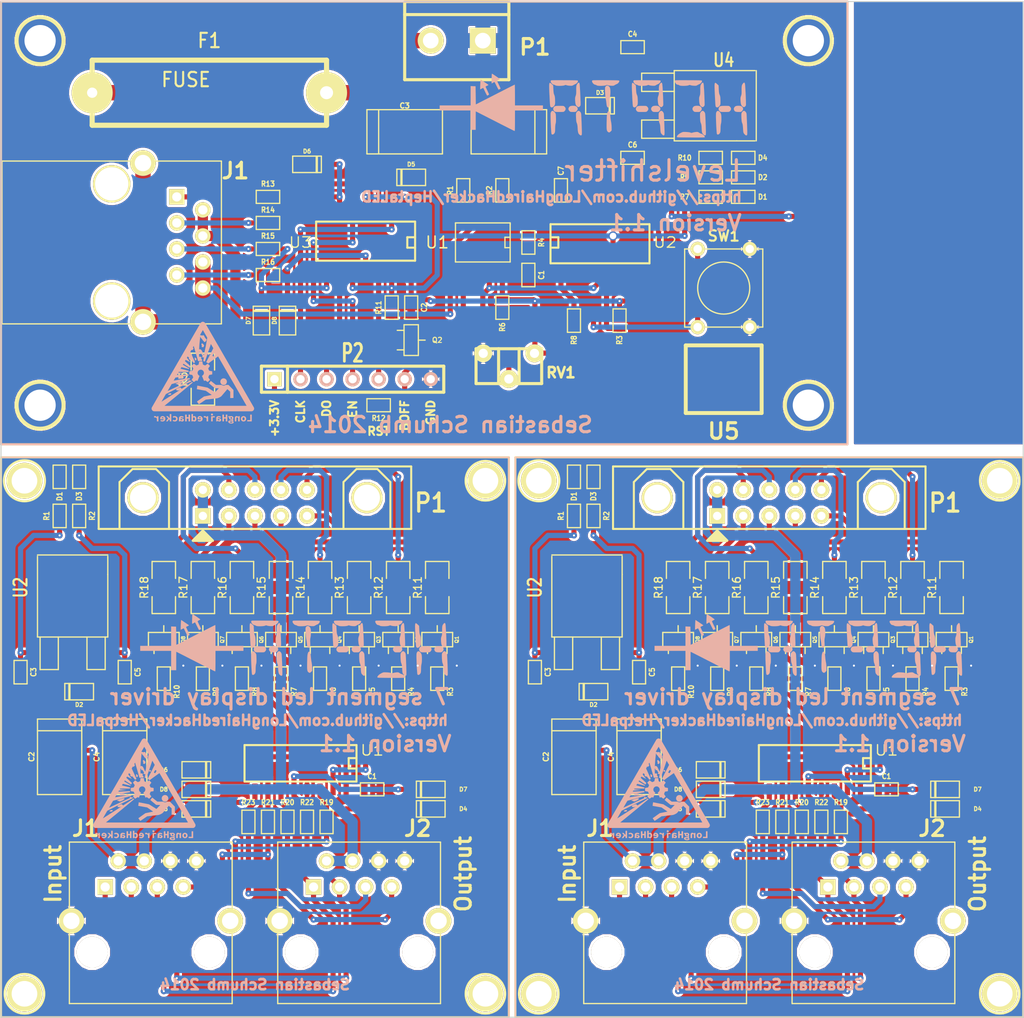
<source format=kicad_pcb>
(kicad_pcb (version 3) (host pcbnew "(2013-may-18)-stable")
  (layers (15 F.Cu signal) (0 B.Cu signal) (18 B.Paste user) (19 F.Paste user) (20 B.SilkS user) (21 F.SilkS user) (22 B.Mask user) (23 F.Mask user) (28 Edge.Cuts user))
  (net 0 "")
  (net 1 +24V)
  (net 2 +3.3V)
  (net 3 +5V)
  (net 4 3.3_Clock)
  (net 5 3.3_Data_Out)
  (net 6 3.3_Enable)
  (net 7 3.3_Reset)
  (net 8 BusOff)
  (net 9 Clock)
  (net 10 Data_In)
  (net 11 Data_Out)
  (net 12 Enable)
  (net 13 FET_1)
  (net 14 FET_2)
  (net 15 FET_3)
  (net 16 FET_4)
  (net 17 FET_5)
  (net 18 FET_6)
  (net 19 FET_7)
  (net 20 FET_8)
  (net 21 GND)
  (net 22 N-0000010)
  (net 23 N-0000015)
  (net 24 N-0000016)
  (net 25 N-0000017)
  (net 26 N-0000018)
  (net 27 N-0000019)
  (net 28 N-000002)
  (net 29 N-0000020)
  (net 30 N-0000021)
  (net 31 N-0000022)
  (net 32 N-0000023)
  (net 33 N-0000024)
  (net 34 N-0000025)
  (net 35 N-0000026)
  (net 36 N-0000027)
  (net 37 N-0000028)
  (net 38 N-0000029)
  (net 39 N-0000030)
  (net 40 N-0000031)
  (net 41 N-0000032)
  (net 42 N-0000033)
  (net 43 N-0000034)
  (net 44 N-0000035)
  (net 45 N-0000036)
  (net 46 N-0000037)
  (net 47 N-0000038)
  (net 48 N-000004)
  (net 49 N-0000045)
  (net 50 N-0000047)
  (net 51 N-000007)
  (net 52 PowerOn)
  (net 53 Reset)
  (net 54 SEG_1)
  (net 55 SEG_2)
  (net 56 SEG_3)
  (net 57 SEG_4)
  (net 58 SEG_5)
  (net 59 SEG_6)
  (net 60 SEG_7)
  (net 61 SEG_8)
  (net 62 Sense)
  (net 63 Shutdown)
  (module logo_hacker_silkbot_10_00mm (layer B.Cu) (at 123.825 195.58)
    (fp_text reference G*** hide)
    (fp_text value logo_hacker_silkbot_10_00mm hide)
  )
  (module SM0603 (layer F.Cu) (at 133.985 198.755 270)
    (fp_text reference R23 (at -1.905 0 360) (layer F.SilkS) (effects (font (size 0.508 0.4572) (thickness 0.1143))))
    (fp_text value 1k hide)
    (pad 1 smd rect (at -0.762 0 270) (size 0.635 1.143) (layers F.Cu F.Paste F.Mask) (net 40 N-0000031))
    (pad 2 smd rect (at 0.762 0 270) (size 0.635 1.143) (layers F.Cu F.Paste F.Mask) (net 11 Data_Out))
  )
  (module SM0603 (layer F.Cu) (at 139.7 198.755 90)
    (fp_text reference R22 (at 1.905 0 180) (layer F.SilkS) (effects (font (size 0.508 0.4572) (thickness 0.1143))))
    (fp_text value 1k hide)
    (pad 1 smd rect (at -0.762 0 90) (size 0.635 1.143) (layers F.Cu F.Paste F.Mask) (net 12 Enable))
    (pad 2 smd rect (at 0.762 0 90) (size 0.635 1.143) (layers F.Cu F.Paste F.Mask) (net 42 N-0000033))
  )
  (module SM0603 (layer F.Cu) (at 135.89 198.755 90)
    (fp_text reference R21 (at 1.905 0 180) (layer F.SilkS) (effects (font (size 0.508 0.4572) (thickness 0.1143))))
    (fp_text value 1k hide)
    (pad 1 smd rect (at -0.762 0 90) (size 0.635 1.143) (layers F.Cu F.Paste F.Mask) (net 53 Reset))
    (pad 2 smd rect (at 0.762 0 90) (size 0.635 1.143) (layers F.Cu F.Paste F.Mask) (net 38 N-0000029))
  )
  (module SM0603 (layer F.Cu) (at 137.795 198.755 90)
    (fp_text reference R20 (at 1.905 0 180) (layer F.SilkS) (effects (font (size 0.508 0.4572) (thickness 0.1143))))
    (fp_text value 1k hide)
    (pad 1 smd rect (at -0.762 0 90) (size 0.635 1.143) (layers F.Cu F.Paste F.Mask) (net 9 Clock))
    (pad 2 smd rect (at 0.762 0 90) (size 0.635 1.143) (layers F.Cu F.Paste F.Mask) (net 39 N-0000030))
  )
  (module SM0603 (layer F.Cu) (at 141.605 198.755 90)
    (fp_text reference R19 (at 1.905 0 180) (layer F.SilkS) (effects (font (size 0.508 0.4572) (thickness 0.1143))))
    (fp_text value 1k hide)
    (pad 1 smd rect (at -0.762 0 90) (size 0.635 1.143) (layers F.Cu F.Paste F.Mask) (net 10 Data_In))
    (pad 2 smd rect (at 0.762 0 90) (size 0.635 1.143) (layers F.Cu F.Paste F.Mask) (net 41 N-0000032))
  )
  (module sod123 (layer F.Cu) (at 128.905 195.58)
    (fp_text reference D8 (at -3.175 0) (layer F.SilkS) (effects (font (size 0.39878 0.39878) (thickness 0.09906))))
    (fp_text value ZENER hide)
    (pad 2 smd rect (at 1.67386 0) (size 0.8509 0.8509) (layers F.Cu F.Paste F.Mask) (net 40 N-0000031))
    (pad 1 smd rect (at -1.67386 0) (size 0.8509 0.8509) (layers F.Cu F.Paste F.Mask) (net 21 GND))
  )
  (module sod123 (layer F.Cu) (at 151.765 195.58 180)
    (fp_text reference D7 (at -3.175 0 180) (layer F.SilkS) (effects (font (size 0.39878 0.39878) (thickness 0.09906))))
    (fp_text value ZENER hide)
    (pad 2 smd rect (at 1.67386 0 180) (size 0.8509 0.8509) (layers F.Cu F.Paste F.Mask) (net 42 N-0000033))
    (pad 1 smd rect (at -1.67386 0 180) (size 0.8509 0.8509) (layers F.Cu F.Paste F.Mask) (net 21 GND))
  )
  (module sod123 (layer F.Cu) (at 128.905 193.675)
    (fp_text reference D6 (at -3.175 0) (layer F.SilkS) (effects (font (size 0.39878 0.39878) (thickness 0.09906))))
    (fp_text value ZENER hide)
    (pad 2 smd rect (at 1.67386 0) (size 0.8509 0.8509) (layers F.Cu F.Paste F.Mask) (net 38 N-0000029))
    (pad 1 smd rect (at -1.67386 0) (size 0.8509 0.8509) (layers F.Cu F.Paste F.Mask) (net 21 GND))
  )
  (module sod123 (layer F.Cu) (at 128.905 197.485)
    (fp_text reference D5 (at -3.175 0) (layer F.SilkS) (effects (font (size 0.39878 0.39878) (thickness 0.09906))))
    (fp_text value ZENER hide)
    (pad 2 smd rect (at 1.67386 0) (size 0.8509 0.8509) (layers F.Cu F.Paste F.Mask) (net 39 N-0000030))
    (pad 1 smd rect (at -1.67386 0) (size 0.8509 0.8509) (layers F.Cu F.Paste F.Mask) (net 21 GND))
  )
  (module sod123 (layer F.Cu) (at 151.765 197.485 180)
    (fp_text reference D4 (at -3.175 0 180) (layer F.SilkS) (effects (font (size 0.39878 0.39878) (thickness 0.09906))))
    (fp_text value ZENER hide)
    (pad 2 smd rect (at 1.67386 0 180) (size 0.8509 0.8509) (layers F.Cu F.Paste F.Mask) (net 41 N-0000032))
    (pad 1 smd rect (at -1.67386 0 180) (size 0.8509 0.8509) (layers F.Cu F.Paste F.Mask) (net 21 GND))
  )
  (module logo_silkbot_30_00mm (layer B.Cu) (at 138.43 181.61)
    (fp_text reference G*** hide)
    (fp_text value logo_silkbot_30_00mm hide)
  )
  (module SM0603 (layer F.Cu) (at 121.92 184.15 270)
    (fp_text reference C5 (at 0 -1.27 270) (layer F.SilkS) (effects (font (size 0.508 0.4572) (thickness 0.1143))))
    (fp_text value 100nF hide)
    (pad 1 smd rect (at -0.762 0 270) (size 0.635 1.143) (layers F.Cu F.Paste F.Mask) (net 3 +5V))
    (pad 2 smd rect (at 0.762 0 270) (size 0.635 1.143) (layers F.Cu F.Paste F.Mask) (net 21 GND))
  )
  (module c_tant_D (layer F.Cu) (at 115.57 192.405 90)
    (fp_text reference C2 (at 0 -2.7305 90) (layer F.SilkS) (effects (font (size 0.50038 0.50038) (thickness 0.11938))))
    (fp_text value 10uF hide)
    (pad 1 smd rect (at 2.99974 0 90) (size 2.55016 2.70002) (layers F.Cu F.Paste F.Mask) (net 1 +24V))
    (pad 2 smd rect (at -2.99974 0 90) (size 2.55016 3.79984) (layers F.Cu F.Paste F.Mask) (net 21 GND))
  )
  (module DPAK2 (layer F.Cu) (at 116.84 182.245)
    (fp_text reference U2 (at -5.08 -6.35 90) (layer F.SilkS) (effects (font (size 1.27 1.016) (thickness 0.2032))))
    (fp_text value TS2937 hide)
    (pad 1 smd rect (at -2.286 0) (size 1.651 3.048) (layers F.Cu F.Paste F.Mask) (net 1 +24V))
    (pad 2 smd rect (at 0 -6.35) (size 6.096 6.096) (layers F.Cu F.Paste F.Mask) (net 21 GND))
    (pad 3 smd rect (at 2.286 0) (size 1.651 3.048) (layers F.Cu F.Paste F.Mask) (net 3 +5V))
  )
  (module SM0603 (layer F.Cu) (at 129.54 184.785 270)
    (fp_text reference R9 (at 1.27 -1.27 270) (layer F.SilkS) (effects (font (size 0.508 0.4572) (thickness 0.1143))))
    (fp_text value 220 hide)
    (pad 1 smd rect (at -0.762 0 270) (size 0.635 1.143) (layers F.Cu F.Paste F.Mask) (net 46 N-0000037))
    (pad 2 smd rect (at 0.762 0 270) (size 0.635 1.143) (layers F.Cu F.Paste F.Mask) (net 19 FET_7))
  )
  (module SM0603 (layer F.Cu) (at 125.73 184.785 270)
    (fp_text reference R10 (at 1.27 -1.27 270) (layer F.SilkS) (effects (font (size 0.508 0.4572) (thickness 0.1143))))
    (fp_text value 220 hide)
    (pad 1 smd rect (at -0.762 0 270) (size 0.635 1.143) (layers F.Cu F.Paste F.Mask) (net 44 N-0000035))
    (pad 2 smd rect (at 0.762 0 270) (size 0.635 1.143) (layers F.Cu F.Paste F.Mask) (net 20 FET_8))
  )
  (module SM0603 (layer F.Cu) (at 133.35 184.785 270)
    (fp_text reference R8 (at 1.27 -1.27 270) (layer F.SilkS) (effects (font (size 0.508 0.4572) (thickness 0.1143))))
    (fp_text value 220 hide)
    (pad 1 smd rect (at -0.762 0 270) (size 0.635 1.143) (layers F.Cu F.Paste F.Mask) (net 47 N-0000038))
    (pad 2 smd rect (at 0.762 0 270) (size 0.635 1.143) (layers F.Cu F.Paste F.Mask) (net 18 FET_6))
  )
  (module SM0603 (layer F.Cu) (at 146.05 195.58)
    (fp_text reference C1 (at 0 -1.27) (layer F.SilkS) (effects (font (size 0.508 0.4572) (thickness 0.1143))))
    (fp_text value 100n hide)
    (pad 1 smd rect (at -0.762 0) (size 0.635 1.143) (layers F.Cu F.Paste F.Mask) (net 3 +5V))
    (pad 2 smd rect (at 0.762 0) (size 0.635 1.143) (layers F.Cu F.Paste F.Mask) (net 21 GND))
  )
  (module SM0603 (layer F.Cu) (at 115.57 165.1 90)
    (fp_text reference D1 (at -1.905 0 90) (layer F.SilkS) (effects (font (size 0.508 0.4572) (thickness 0.1143))))
    (fp_text value LED hide)
    (pad 1 smd rect (at -0.762 0 90) (size 0.635 1.143) (layers F.Cu F.Paste F.Mask) (net 50 N-0000047))
    (pad 2 smd rect (at 0.762 0 90) (size 0.635 1.143) (layers F.Cu F.Paste F.Mask) (net 21 GND))
  )
  (module SM0603 (layer F.Cu) (at 137.16 184.785 270)
    (fp_text reference R7 (at 1.27 -1.27 270) (layer F.SilkS) (effects (font (size 0.508 0.4572) (thickness 0.1143))))
    (fp_text value 220 hide)
    (pad 1 smd rect (at -0.762 0 270) (size 0.635 1.143) (layers F.Cu F.Paste F.Mask) (net 35 N-0000026))
    (pad 2 smd rect (at 0.762 0 270) (size 0.635 1.143) (layers F.Cu F.Paste F.Mask) (net 17 FET_5))
  )
  (module SM0603 (layer F.Cu) (at 115.57 168.91 90)
    (fp_text reference R1 (at 0 -1.27 90) (layer F.SilkS) (effects (font (size 0.508 0.4572) (thickness 0.1143))))
    (fp_text value 1k hide)
    (pad 1 smd rect (at -0.762 0 90) (size 0.635 1.143) (layers F.Cu F.Paste F.Mask) (net 1 +24V))
    (pad 2 smd rect (at 0.762 0 90) (size 0.635 1.143) (layers F.Cu F.Paste F.Mask) (net 50 N-0000047))
  )
  (module SM0603 (layer F.Cu) (at 117.475 165.1 90)
    (fp_text reference D3 (at -1.905 0 90) (layer F.SilkS) (effects (font (size 0.508 0.4572) (thickness 0.1143))))
    (fp_text value LED hide)
    (pad 1 smd rect (at -0.762 0 90) (size 0.635 1.143) (layers F.Cu F.Paste F.Mask) (net 49 N-0000045))
    (pad 2 smd rect (at 0.762 0 90) (size 0.635 1.143) (layers F.Cu F.Paste F.Mask) (net 21 GND))
  )
  (module SM0603 (layer F.Cu) (at 140.97 184.785 270)
    (fp_text reference R6 (at 1.27 -1.27 270) (layer F.SilkS) (effects (font (size 0.508 0.4572) (thickness 0.1143))))
    (fp_text value 220 hide)
    (pad 1 smd rect (at -0.762 0 270) (size 0.635 1.143) (layers F.Cu F.Paste F.Mask) (net 26 N-0000018))
    (pad 2 smd rect (at 0.762 0 270) (size 0.635 1.143) (layers F.Cu F.Paste F.Mask) (net 16 FET_4))
  )
  (module SM0603 (layer F.Cu) (at 144.78 184.785 270)
    (fp_text reference R5 (at 1.27 -1.27 270) (layer F.SilkS) (effects (font (size 0.508 0.4572) (thickness 0.1143))))
    (fp_text value 220 hide)
    (pad 1 smd rect (at -0.762 0 270) (size 0.635 1.143) (layers F.Cu F.Paste F.Mask) (net 29 N-0000020))
    (pad 2 smd rect (at 0.762 0 270) (size 0.635 1.143) (layers F.Cu F.Paste F.Mask) (net 15 FET_3))
  )
  (module SM0603 (layer F.Cu) (at 148.59 184.785 270)
    (fp_text reference R4 (at 1.27 -1.27 270) (layer F.SilkS) (effects (font (size 0.508 0.4572) (thickness 0.1143))))
    (fp_text value 220 hide)
    (pad 1 smd rect (at -0.762 0 270) (size 0.635 1.143) (layers F.Cu F.Paste F.Mask) (net 30 N-0000021))
    (pad 2 smd rect (at 0.762 0 270) (size 0.635 1.143) (layers F.Cu F.Paste F.Mask) (net 14 FET_2))
  )
  (module SM0603 (layer F.Cu) (at 111.76 184.15 270)
    (fp_text reference C3 (at 0 -1.27 270) (layer F.SilkS) (effects (font (size 0.508 0.4572) (thickness 0.1143))))
    (fp_text value 100nF hide)
    (pad 1 smd rect (at -0.762 0 270) (size 0.635 1.143) (layers F.Cu F.Paste F.Mask) (net 1 +24V))
    (pad 2 smd rect (at 0.762 0 270) (size 0.635 1.143) (layers F.Cu F.Paste F.Mask) (net 21 GND))
  )
  (module SM0603 (layer F.Cu) (at 152.4 184.785 270)
    (fp_text reference R3 (at 1.27 -1.27 270) (layer F.SilkS) (effects (font (size 0.508 0.4572) (thickness 0.1143))))
    (fp_text value 220 hide)
    (pad 1 smd rect (at -0.762 0 270) (size 0.635 1.143) (layers F.Cu F.Paste F.Mask) (net 32 N-0000023))
    (pad 2 smd rect (at 0.762 0 270) (size 0.635 1.143) (layers F.Cu F.Paste F.Mask) (net 13 FET_1))
  )
  (module SM0603 (layer F.Cu) (at 117.475 168.91 90)
    (fp_text reference R2 (at 0 1.27 90) (layer F.SilkS) (effects (font (size 0.508 0.4572) (thickness 0.1143))))
    (fp_text value 1k hide)
    (pad 1 smd rect (at -0.762 0 90) (size 0.635 1.143) (layers F.Cu F.Paste F.Mask) (net 3 +5V))
    (pad 2 smd rect (at 0.762 0 90) (size 0.635 1.143) (layers F.Cu F.Paste F.Mask) (net 49 N-0000045))
  )
  (module SM1206 (layer F.Cu) (at 125.73 175.895 90)
    (fp_text reference R18 (at 0 -1.905 90) (layer F.SilkS) (effects (font (size 0.762 0.762) (thickness 0.127))))
    (fp_text value 470 hide)
    (pad 1 smd rect (at -1.651 0 90) (size 1.524 2.032) (layers F.Cu F.Paste F.Mask) (net 43 N-0000034))
    (pad 2 smd rect (at 1.651 0 90) (size 1.524 2.032) (layers F.Cu F.Paste F.Mask) (net 61 SEG_8))
  )
  (module SM1206 (layer F.Cu) (at 152.4 175.895 90)
    (fp_text reference R11 (at 0 -1.905 90) (layer F.SilkS) (effects (font (size 0.762 0.762) (thickness 0.127))))
    (fp_text value 160 hide)
    (pad 1 smd rect (at -1.651 0 90) (size 1.524 2.032) (layers F.Cu F.Paste F.Mask) (net 31 N-0000022))
    (pad 2 smd rect (at 1.651 0 90) (size 1.524 2.032) (layers F.Cu F.Paste F.Mask) (net 54 SEG_1))
  )
  (module SM1206 (layer F.Cu) (at 148.59 175.895 90)
    (fp_text reference R12 (at 0 -1.905 90) (layer F.SilkS) (effects (font (size 0.762 0.762) (thickness 0.127))))
    (fp_text value 160 hide)
    (pad 1 smd rect (at -1.651 0 90) (size 1.524 2.032) (layers F.Cu F.Paste F.Mask) (net 33 N-0000024))
    (pad 2 smd rect (at 1.651 0 90) (size 1.524 2.032) (layers F.Cu F.Paste F.Mask) (net 55 SEG_2))
  )
  (module SM1206 (layer F.Cu) (at 144.78 175.895 90)
    (fp_text reference R13 (at 0 -1.905 90) (layer F.SilkS) (effects (font (size 0.762 0.762) (thickness 0.127))))
    (fp_text value 160 hide)
    (pad 1 smd rect (at -1.651 0 90) (size 1.524 2.032) (layers F.Cu F.Paste F.Mask) (net 27 N-0000019))
    (pad 2 smd rect (at 1.651 0 90) (size 1.524 2.032) (layers F.Cu F.Paste F.Mask) (net 56 SEG_3))
  )
  (module SM1206 (layer F.Cu) (at 129.54 175.895 90)
    (fp_text reference R17 (at 0 -1.905 90) (layer F.SilkS) (effects (font (size 0.762 0.762) (thickness 0.127))))
    (fp_text value 470 hide)
    (pad 1 smd rect (at -1.651 0 90) (size 1.524 2.032) (layers F.Cu F.Paste F.Mask) (net 45 N-0000036))
    (pad 2 smd rect (at 1.651 0 90) (size 1.524 2.032) (layers F.Cu F.Paste F.Mask) (net 60 SEG_7))
  )
  (module SM1206 (layer F.Cu) (at 137.16 175.895 90)
    (fp_text reference R15 (at 0 -1.905 90) (layer F.SilkS) (effects (font (size 0.762 0.762) (thickness 0.127))))
    (fp_text value 160 hide)
    (pad 1 smd rect (at -1.651 0 90) (size 1.524 2.032) (layers F.Cu F.Paste F.Mask) (net 34 N-0000025))
    (pad 2 smd rect (at 1.651 0 90) (size 1.524 2.032) (layers F.Cu F.Paste F.Mask) (net 58 SEG_5))
  )
  (module SM1206 (layer F.Cu) (at 133.35 175.895 90)
    (fp_text reference R16 (at 0 -1.905 90) (layer F.SilkS) (effects (font (size 0.762 0.762) (thickness 0.127))))
    (fp_text value 160 hide)
    (pad 1 smd rect (at -1.651 0 90) (size 1.524 2.032) (layers F.Cu F.Paste F.Mask) (net 36 N-0000027))
    (pad 2 smd rect (at 1.651 0 90) (size 1.524 2.032) (layers F.Cu F.Paste F.Mask) (net 59 SEG_6))
  )
  (module SM1206 (layer F.Cu) (at 140.97 175.895 90)
    (fp_text reference R14 (at 0 -1.905 90) (layer F.SilkS) (effects (font (size 0.762 0.762) (thickness 0.127))))
    (fp_text value 160 hide)
    (pad 1 smd rect (at -1.651 0 90) (size 1.524 2.032) (layers F.Cu F.Paste F.Mask) (net 25 N-0000017))
    (pad 2 smd rect (at 1.651 0 90) (size 1.524 2.032) (layers F.Cu F.Paste F.Mask) (net 57 SEG_4))
  )
  (module SO16E (layer F.Cu) (at 139.065 193.04 180)
    (fp_text reference U1 (at -6.985 1.27 180) (layer F.SilkS) (effects (font (size 1.016 1.143) (thickness 0.127))))
    (fp_text value 74HC595 hide)
    (pad 1 smd rect (at -4.445 2.54 180) (size 0.508 1.143) (layers F.Cu F.Paste F.Mask) (net 14 FET_2))
    (pad 2 smd rect (at -3.175 2.54 180) (size 0.508 1.143) (layers F.Cu F.Paste F.Mask) (net 15 FET_3))
    (pad 3 smd rect (at -1.905 2.54 180) (size 0.508 1.143) (layers F.Cu F.Paste F.Mask) (net 16 FET_4))
    (pad 4 smd rect (at -0.635 2.54 180) (size 0.508 1.143) (layers F.Cu F.Paste F.Mask) (net 17 FET_5))
    (pad 5 smd rect (at 0.635 2.54 180) (size 0.508 1.143) (layers F.Cu F.Paste F.Mask) (net 18 FET_6))
    (pad 6 smd rect (at 1.905 2.54 180) (size 0.508 1.143) (layers F.Cu F.Paste F.Mask) (net 19 FET_7))
    (pad 7 smd rect (at 3.175 2.54 180) (size 0.508 1.143) (layers F.Cu F.Paste F.Mask) (net 20 FET_8))
    (pad 8 smd rect (at 4.445 2.54 180) (size 0.508 1.143) (layers F.Cu F.Paste F.Mask) (net 21 GND))
    (pad 9 smd rect (at 4.445 -2.54 180) (size 0.508 1.143) (layers F.Cu F.Paste F.Mask) (net 40 N-0000031))
    (pad 10 smd rect (at 3.175 -2.54 180) (size 0.508 1.143) (layers F.Cu F.Paste F.Mask) (net 38 N-0000029))
    (pad 11 smd rect (at 1.905 -2.54 180) (size 0.508 1.143) (layers F.Cu F.Paste F.Mask) (net 39 N-0000030))
    (pad 12 smd rect (at 0.635 -2.54 180) (size 0.508 1.143) (layers F.Cu F.Paste F.Mask) (net 42 N-0000033))
    (pad 13 smd rect (at -0.635 -2.54 180) (size 0.508 1.143) (layers F.Cu F.Paste F.Mask) (net 21 GND))
    (pad 14 smd rect (at -1.905 -2.54 180) (size 0.508 1.143) (layers F.Cu F.Paste F.Mask) (net 41 N-0000032))
    (pad 15 smd rect (at -3.175 -2.54 180) (size 0.508 1.143) (layers F.Cu F.Paste F.Mask) (net 13 FET_1))
    (pad 16 smd rect (at -4.445 -2.54 180) (size 0.508 1.143) (layers F.Cu F.Paste F.Mask) (net 3 +5V))
  )
  (module sod123 (layer F.Cu) (at 117.475 186.055 180)
    (fp_text reference D2 (at 0 -1.27 180) (layer F.SilkS) (effects (font (size 0.39878 0.39878) (thickness 0.09906))))
    (fp_text value BAT42W hide)
    (pad 2 smd rect (at 1.67386 0 180) (size 0.8509 0.8509) (layers F.Cu F.Paste F.Mask) (net 1 +24V))
    (pad 1 smd rect (at -1.67386 0 180) (size 0.8509 0.8509) (layers F.Cu F.Paste F.Mask) (net 3 +5V))
  )
  (module sot23 (layer F.Cu) (at 137.16 180.975)
    (fp_text reference Q5 (at 1.905 0 90) (layer F.SilkS) (effects (font (size 0.35 0.35) (thickness 0.0875))))
    (fp_text value NDS355 hide)
    (pad 1 smd rect (at -0.9525 1.05664) (size 0.59944 1.00076) (layers F.Cu F.Paste F.Mask) (net 35 N-0000026))
    (pad 2 smd rect (at 0 -1.05664) (size 0.59944 1.00076) (layers F.Cu F.Paste F.Mask) (net 34 N-0000025))
    (pad 3 smd rect (at 0.9525 1.05664) (size 0.59944 1.00076) (layers F.Cu F.Paste F.Mask) (net 21 GND))
  )
  (module sot23 (layer F.Cu) (at 140.97 180.975)
    (fp_text reference Q4 (at 1.905 0 90) (layer F.SilkS) (effects (font (size 0.35 0.35) (thickness 0.0875))))
    (fp_text value NDS355 hide)
    (pad 1 smd rect (at -0.9525 1.05664) (size 0.59944 1.00076) (layers F.Cu F.Paste F.Mask) (net 26 N-0000018))
    (pad 2 smd rect (at 0 -1.05664) (size 0.59944 1.00076) (layers F.Cu F.Paste F.Mask) (net 25 N-0000017))
    (pad 3 smd rect (at 0.9525 1.05664) (size 0.59944 1.00076) (layers F.Cu F.Paste F.Mask) (net 21 GND))
  )
  (module sot23 (layer F.Cu) (at 144.78 180.975)
    (fp_text reference Q3 (at 1.905 0 90) (layer F.SilkS) (effects (font (size 0.35 0.35) (thickness 0.0875))))
    (fp_text value NDS355 hide)
    (pad 1 smd rect (at -0.9525 1.05664) (size 0.59944 1.00076) (layers F.Cu F.Paste F.Mask) (net 29 N-0000020))
    (pad 2 smd rect (at 0 -1.05664) (size 0.59944 1.00076) (layers F.Cu F.Paste F.Mask) (net 27 N-0000019))
    (pad 3 smd rect (at 0.9525 1.05664) (size 0.59944 1.00076) (layers F.Cu F.Paste F.Mask) (net 21 GND))
  )
  (module sot23 (layer F.Cu) (at 125.73 180.975)
    (fp_text reference Q8 (at 1.905 0 90) (layer F.SilkS) (effects (font (size 0.35 0.35) (thickness 0.0875))))
    (fp_text value NDS355 hide)
    (pad 1 smd rect (at -0.9525 1.05664) (size 0.59944 1.00076) (layers F.Cu F.Paste F.Mask) (net 44 N-0000035))
    (pad 2 smd rect (at 0 -1.05664) (size 0.59944 1.00076) (layers F.Cu F.Paste F.Mask) (net 43 N-0000034))
    (pad 3 smd rect (at 0.9525 1.05664) (size 0.59944 1.00076) (layers F.Cu F.Paste F.Mask) (net 21 GND))
  )
  (module sot23 (layer F.Cu) (at 148.59 180.975)
    (fp_text reference Q2 (at 1.905 0 90) (layer F.SilkS) (effects (font (size 0.35 0.35) (thickness 0.0875))))
    (fp_text value NDS355 hide)
    (pad 1 smd rect (at -0.9525 1.05664) (size 0.59944 1.00076) (layers F.Cu F.Paste F.Mask) (net 30 N-0000021))
    (pad 2 smd rect (at 0 -1.05664) (size 0.59944 1.00076) (layers F.Cu F.Paste F.Mask) (net 33 N-0000024))
    (pad 3 smd rect (at 0.9525 1.05664) (size 0.59944 1.00076) (layers F.Cu F.Paste F.Mask) (net 21 GND))
  )
  (module sot23 (layer F.Cu) (at 133.35 180.975)
    (fp_text reference Q6 (at 1.905 0 90) (layer F.SilkS) (effects (font (size 0.35 0.35) (thickness 0.0875))))
    (fp_text value NDS355 hide)
    (pad 1 smd rect (at -0.9525 1.05664) (size 0.59944 1.00076) (layers F.Cu F.Paste F.Mask) (net 47 N-0000038))
    (pad 2 smd rect (at 0 -1.05664) (size 0.59944 1.00076) (layers F.Cu F.Paste F.Mask) (net 36 N-0000027))
    (pad 3 smd rect (at 0.9525 1.05664) (size 0.59944 1.00076) (layers F.Cu F.Paste F.Mask) (net 21 GND))
  )
  (module sot23 (layer F.Cu) (at 152.4 180.975)
    (fp_text reference Q1 (at 1.905 0 90) (layer F.SilkS) (effects (font (size 0.35 0.35) (thickness 0.0875))))
    (fp_text value NDS355 hide)
    (pad 1 smd rect (at -0.9525 1.05664) (size 0.59944 1.00076) (layers F.Cu F.Paste F.Mask) (net 32 N-0000023))
    (pad 2 smd rect (at 0 -1.05664) (size 0.59944 1.00076) (layers F.Cu F.Paste F.Mask) (net 31 N-0000022))
    (pad 3 smd rect (at 0.9525 1.05664) (size 0.59944 1.00076) (layers F.Cu F.Paste F.Mask) (net 21 GND))
  )
  (module sot23 (layer F.Cu) (at 129.54 180.975)
    (fp_text reference Q7 (at 1.905 0 90) (layer F.SilkS) (effects (font (size 0.35 0.35) (thickness 0.0875))))
    (fp_text value NDS355 hide)
    (pad 1 smd rect (at -0.9525 1.05664) (size 0.59944 1.00076) (layers F.Cu F.Paste F.Mask) (net 46 N-0000037))
    (pad 2 smd rect (at 0 -1.05664) (size 0.59944 1.00076) (layers F.Cu F.Paste F.Mask) (net 45 N-0000036))
    (pad 3 smd rect (at 0.9525 1.05664) (size 0.59944 1.00076) (layers F.Cu F.Paste F.Mask) (net 21 GND))
  )
  (module c_tant_D (layer F.Cu) (at 121.92 192.405 90)
    (fp_text reference C4 (at 0 -2.7305 90) (layer F.SilkS) (effects (font (size 0.50038 0.50038) (thickness 0.11938))))
    (fp_text value 10uF hide)
    (pad 1 smd rect (at 2.99974 0 90) (size 2.55016 2.70002) (layers F.Cu F.Paste F.Mask) (net 3 +5V))
    (pad 2 smd rect (at -2.99974 0 90) (size 2.55016 3.79984) (layers F.Cu F.Paste F.Mask) (net 21 GND))
  )
  (module HE10-10C (layer F.Cu) (at 134.62 167.64 180)
    (fp_text reference P1 (at -17.145 0 360) (layer F.SilkS) (effects (font (size 1.77546 1.5875) (thickness 0.3048))))
    (fp_text value HE10-10 hide)
    (pad 0 thru_hole circle (at -10.922 0.508 180) (size 3.048 3.048) (drill 2.54) (layers *.Cu *.Mask F.SilkS))
    (pad 0 thru_hole circle (at 10.922 0.508 180) (size 3.048 3.048) (drill 2.54) (layers *.Cu *.Mask F.SilkS))
    (pad 1 thru_hole rect (at 5.08 -1.27 180) (size 1.524 1.524) (drill 0.8128) (layers *.Cu *.Mask F.SilkS) (net 1 +24V))
    (pad 2 thru_hole circle (at 5.08 1.27 180) (size 1.524 1.524) (drill 0.8128) (layers *.Cu *.Mask F.SilkS) (net 1 +24V))
    (pad 3 thru_hole circle (at 2.54 -1.27 180) (size 1.524 1.524) (drill 0.8128) (layers *.Cu *.Mask F.SilkS) (net 60 SEG_7))
    (pad 4 thru_hole circle (at 2.54 1.27 180) (size 1.524 1.524) (drill 0.8128) (layers *.Cu *.Mask F.SilkS) (net 61 SEG_8))
    (pad 5 thru_hole circle (at 0 -1.27 180) (size 1.524 1.524) (drill 0.8128) (layers *.Cu *.Mask F.SilkS) (net 58 SEG_5))
    (pad 6 thru_hole circle (at 0 1.27 180) (size 1.524 1.524) (drill 0.8128) (layers *.Cu *.Mask F.SilkS) (net 59 SEG_6))
    (pad 7 thru_hole circle (at -2.54 -1.27 180) (size 1.524 1.524) (drill 0.8128) (layers *.Cu *.Mask F.SilkS) (net 56 SEG_3))
    (pad 8 thru_hole circle (at -2.54 1.27 180) (size 1.524 1.524) (drill 0.8128) (layers *.Cu *.Mask F.SilkS) (net 57 SEG_4))
    (pad 9 thru_hole circle (at -5.08 -1.27 180) (size 1.524 1.524) (drill 0.8128) (layers *.Cu *.Mask F.SilkS) (net 54 SEG_1))
    (pad 10 thru_hole circle (at -5.08 1.27 180) (size 1.524 1.524) (drill 0.8128) (layers *.Cu *.Mask F.SilkS) (net 55 SEG_2))
  )
  (module 1pin (layer F.Cu) (at 157.099 165.481)
    (fp_text reference 1PIN hide)
    (fp_text value P*** hide)
    (pad 1 thru_hole circle (at 0 0) (size 3.5 3.5) (drill 2.5) (layers *.Cu *.Mask F.SilkS))
  )
  (module 1pin (layer F.Cu) (at 157.099 215.519)
    (fp_text reference 1PIN hide)
    (fp_text value P*** hide)
    (pad 1 thru_hole circle (at 0 0) (size 3.5 3.5) (drill 2.5) (layers *.Cu *.Mask F.SilkS))
  )
  (module 1pin (layer F.Cu) (at 112.141 215.519)
    (fp_text reference 1PIN hide)
    (fp_text value P*** hide)
    (pad 1 thru_hole circle (at 0 0) (size 3.5 3.5) (drill 2.5) (layers *.Cu *.Mask F.SilkS))
  )
  (module 1pin (layer F.Cu) (at 112.141 165.481)
    (fp_text reference 1PIN hide)
    (fp_text value P*** hide)
    (pad 1 thru_hole circle (at 0 0) (size 3.5 3.5) (drill 2.5) (layers *.Cu *.Mask F.SilkS))
  )
  (module RJ45_MEBP_8-8G (layer F.Cu) (at 124.46 211.455)
    (fp_text reference J1 (at -6.35 -12.065) (layer F.SilkS) (effects (font (size 1.524 1.524) (thickness 0.3048))))
    (fp_text value RJ45 hide)
    (pad "" thru_hole circle (at 5.715 0) (size 3 3) (drill 3) (layers *.Cu *.Mask F.SilkS))
    (pad "" thru_hole circle (at -5.715 0) (size 3 3) (drill 3) (layers *.Cu *.Mask F.SilkS))
    (pad 1 thru_hole rect (at -4.445 -6.35) (size 1.50114 1.50114) (drill 0.89916) (layers *.Cu *.Mask F.SilkS) (net 9 Clock))
    (pad 2 thru_hole circle (at -3.175 -8.89) (size 1.50114 1.50114) (drill 0.89916) (layers *.Cu *.Mask F.SilkS) (net 1 +24V))
    (pad 3 thru_hole circle (at -1.905 -6.35) (size 1.50114 1.50114) (drill 0.89916) (layers *.Cu *.Mask F.SilkS) (net 12 Enable))
    (pad 4 thru_hole circle (at -0.635 -8.89) (size 1.50114 1.50114) (drill 0.89916) (layers *.Cu *.Mask F.SilkS) (net 1 +24V))
    (pad 5 thru_hole circle (at 0.635 -6.35) (size 1.50114 1.50114) (drill 0.89916) (layers *.Cu *.Mask F.SilkS) (net 10 Data_In))
    (pad 6 thru_hole circle (at 1.905 -8.89) (size 1.50114 1.50114) (drill 0.89916) (layers *.Cu *.Mask F.SilkS) (net 21 GND))
    (pad 7 thru_hole circle (at 3.175 -6.35) (size 1.50114 1.50114) (drill 0.89916) (layers *.Cu *.Mask F.SilkS) (net 53 Reset))
    (pad 8 thru_hole circle (at 4.445 -8.89) (size 1.50114 1.50114) (drill 0.89916) (layers *.Cu *.Mask F.SilkS) (net 21 GND))
    (pad 9 thru_hole circle (at -7.745 -3.05) (size 2.5 2.5) (drill 1.6) (layers *.Cu *.Mask F.SilkS) (net 21 GND))
    (pad 10 thru_hole circle (at 7.747 -3.05) (size 2.5 2.5) (drill 1.6) (layers *.Cu *.Mask F.SilkS))
  )
  (module RJ45_MEBP_8-8G (layer F.Cu) (at 144.78 211.455)
    (fp_text reference J2 (at 5.715 -12.065) (layer F.SilkS) (effects (font (size 1.524 1.524) (thickness 0.3048))))
    (fp_text value RJ45 hide)
    (pad "" thru_hole circle (at 5.715 0) (size 3 3) (drill 3) (layers *.Cu *.Mask F.SilkS))
    (pad "" thru_hole circle (at -5.715 0) (size 3 3) (drill 3) (layers *.Cu *.Mask F.SilkS))
    (pad 1 thru_hole rect (at -4.445 -6.35) (size 1.50114 1.50114) (drill 0.89916) (layers *.Cu *.Mask F.SilkS) (net 9 Clock))
    (pad 2 thru_hole circle (at -3.175 -8.89) (size 1.50114 1.50114) (drill 0.89916) (layers *.Cu *.Mask F.SilkS) (net 1 +24V))
    (pad 3 thru_hole circle (at -1.905 -6.35) (size 1.50114 1.50114) (drill 0.89916) (layers *.Cu *.Mask F.SilkS) (net 12 Enable))
    (pad 4 thru_hole circle (at -0.635 -8.89) (size 1.50114 1.50114) (drill 0.89916) (layers *.Cu *.Mask F.SilkS) (net 1 +24V))
    (pad 5 thru_hole circle (at 0.635 -6.35) (size 1.50114 1.50114) (drill 0.89916) (layers *.Cu *.Mask F.SilkS) (net 11 Data_Out))
    (pad 6 thru_hole circle (at 1.905 -8.89) (size 1.50114 1.50114) (drill 0.89916) (layers *.Cu *.Mask F.SilkS) (net 21 GND))
    (pad 7 thru_hole circle (at 3.175 -6.35) (size 1.50114 1.50114) (drill 0.89916) (layers *.Cu *.Mask F.SilkS) (net 53 Reset))
    (pad 8 thru_hole circle (at 4.445 -8.89) (size 1.50114 1.50114) (drill 0.89916) (layers *.Cu *.Mask F.SilkS) (net 21 GND))
    (pad 9 thru_hole circle (at -7.745 -3.05) (size 2.5 2.5) (drill 1.6) (layers *.Cu *.Mask F.SilkS) (net 21 GND))
    (pad 10 thru_hole circle (at 7.747 -3.05) (size 2.5 2.5) (drill 1.6) (layers *.Cu *.Mask F.SilkS))
  )
  (module RJ45_MEBP_8-8G (layer F.Cu) (at 94.615 211.455)
    (fp_text reference J2 (at 5.715 -12.065) (layer F.SilkS) (effects (font (size 1.524 1.524) (thickness 0.3048))))
    (fp_text value RJ45 hide)
    (pad "" thru_hole circle (at 5.715 0) (size 3 3) (drill 3) (layers *.Cu *.Mask F.SilkS))
    (pad "" thru_hole circle (at -5.715 0) (size 3 3) (drill 3) (layers *.Cu *.Mask F.SilkS))
    (pad 1 thru_hole rect (at -4.445 -6.35) (size 1.50114 1.50114) (drill 0.89916) (layers *.Cu *.Mask F.SilkS) (net 9 Clock))
    (pad 2 thru_hole circle (at -3.175 -8.89) (size 1.50114 1.50114) (drill 0.89916) (layers *.Cu *.Mask F.SilkS) (net 1 +24V))
    (pad 3 thru_hole circle (at -1.905 -6.35) (size 1.50114 1.50114) (drill 0.89916) (layers *.Cu *.Mask F.SilkS) (net 12 Enable))
    (pad 4 thru_hole circle (at -0.635 -8.89) (size 1.50114 1.50114) (drill 0.89916) (layers *.Cu *.Mask F.SilkS) (net 1 +24V))
    (pad 5 thru_hole circle (at 0.635 -6.35) (size 1.50114 1.50114) (drill 0.89916) (layers *.Cu *.Mask F.SilkS) (net 11 Data_Out))
    (pad 6 thru_hole circle (at 1.905 -8.89) (size 1.50114 1.50114) (drill 0.89916) (layers *.Cu *.Mask F.SilkS) (net 21 GND))
    (pad 7 thru_hole circle (at 3.175 -6.35) (size 1.50114 1.50114) (drill 0.89916) (layers *.Cu *.Mask F.SilkS) (net 53 Reset))
    (pad 8 thru_hole circle (at 4.445 -8.89) (size 1.50114 1.50114) (drill 0.89916) (layers *.Cu *.Mask F.SilkS) (net 21 GND))
    (pad 9 thru_hole circle (at -7.745 -3.05) (size 2.5 2.5) (drill 1.6) (layers *.Cu *.Mask F.SilkS) (net 21 GND))
    (pad 10 thru_hole circle (at 7.747 -3.05) (size 2.5 2.5) (drill 1.6) (layers *.Cu *.Mask F.SilkS))
  )
  (module RJ45_MEBP_8-8G (layer F.Cu) (at 74.295 211.455)
    (fp_text reference J1 (at -6.35 -12.065) (layer F.SilkS) (effects (font (size 1.524 1.524) (thickness 0.3048))))
    (fp_text value RJ45 hide)
    (pad "" thru_hole circle (at 5.715 0) (size 3 3) (drill 3) (layers *.Cu *.Mask F.SilkS))
    (pad "" thru_hole circle (at -5.715 0) (size 3 3) (drill 3) (layers *.Cu *.Mask F.SilkS))
    (pad 1 thru_hole rect (at -4.445 -6.35) (size 1.50114 1.50114) (drill 0.89916) (layers *.Cu *.Mask F.SilkS) (net 9 Clock))
    (pad 2 thru_hole circle (at -3.175 -8.89) (size 1.50114 1.50114) (drill 0.89916) (layers *.Cu *.Mask F.SilkS) (net 1 +24V))
    (pad 3 thru_hole circle (at -1.905 -6.35) (size 1.50114 1.50114) (drill 0.89916) (layers *.Cu *.Mask F.SilkS) (net 12 Enable))
    (pad 4 thru_hole circle (at -0.635 -8.89) (size 1.50114 1.50114) (drill 0.89916) (layers *.Cu *.Mask F.SilkS) (net 1 +24V))
    (pad 5 thru_hole circle (at 0.635 -6.35) (size 1.50114 1.50114) (drill 0.89916) (layers *.Cu *.Mask F.SilkS) (net 10 Data_In))
    (pad 6 thru_hole circle (at 1.905 -8.89) (size 1.50114 1.50114) (drill 0.89916) (layers *.Cu *.Mask F.SilkS) (net 21 GND))
    (pad 7 thru_hole circle (at 3.175 -6.35) (size 1.50114 1.50114) (drill 0.89916) (layers *.Cu *.Mask F.SilkS) (net 53 Reset))
    (pad 8 thru_hole circle (at 4.445 -8.89) (size 1.50114 1.50114) (drill 0.89916) (layers *.Cu *.Mask F.SilkS) (net 21 GND))
    (pad 9 thru_hole circle (at -7.745 -3.05) (size 2.5 2.5) (drill 1.6) (layers *.Cu *.Mask F.SilkS) (net 21 GND))
    (pad 10 thru_hole circle (at 7.747 -3.05) (size 2.5 2.5) (drill 1.6) (layers *.Cu *.Mask F.SilkS))
  )
  (module 1pin (layer F.Cu) (at 61.976 165.481)
    (fp_text reference 1PIN hide)
    (fp_text value P*** hide)
    (pad 1 thru_hole circle (at 0 0) (size 3.5 3.5) (drill 2.5) (layers *.Cu *.Mask F.SilkS))
  )
  (module 1pin (layer F.Cu) (at 61.976 215.519)
    (fp_text reference 1PIN hide)
    (fp_text value P*** hide)
    (pad 1 thru_hole circle (at 0 0) (size 3.5 3.5) (drill 2.5) (layers *.Cu *.Mask F.SilkS))
  )
  (module 1pin (layer F.Cu) (at 106.934 215.519)
    (fp_text reference 1PIN hide)
    (fp_text value P*** hide)
    (pad 1 thru_hole circle (at 0 0) (size 3.5 3.5) (drill 2.5) (layers *.Cu *.Mask F.SilkS))
  )
  (module 1pin (layer F.Cu) (at 106.934 165.481)
    (fp_text reference 1PIN hide)
    (fp_text value P*** hide)
    (pad 1 thru_hole circle (at 0 0) (size 3.5 3.5) (drill 2.5) (layers *.Cu *.Mask F.SilkS))
  )
  (module HE10-10C (layer F.Cu) (at 84.455 167.64 180)
    (fp_text reference P1 (at -17.145 0 360) (layer F.SilkS) (effects (font (size 1.77546 1.5875) (thickness 0.3048))))
    (fp_text value HE10-10 hide)
    (pad 0 thru_hole circle (at -10.922 0.508 180) (size 3.048 3.048) (drill 2.54) (layers *.Cu *.Mask F.SilkS))
    (pad 0 thru_hole circle (at 10.922 0.508 180) (size 3.048 3.048) (drill 2.54) (layers *.Cu *.Mask F.SilkS))
    (pad 1 thru_hole rect (at 5.08 -1.27 180) (size 1.524 1.524) (drill 0.8128) (layers *.Cu *.Mask F.SilkS) (net 1 +24V))
    (pad 2 thru_hole circle (at 5.08 1.27 180) (size 1.524 1.524) (drill 0.8128) (layers *.Cu *.Mask F.SilkS) (net 1 +24V))
    (pad 3 thru_hole circle (at 2.54 -1.27 180) (size 1.524 1.524) (drill 0.8128) (layers *.Cu *.Mask F.SilkS) (net 60 SEG_7))
    (pad 4 thru_hole circle (at 2.54 1.27 180) (size 1.524 1.524) (drill 0.8128) (layers *.Cu *.Mask F.SilkS) (net 61 SEG_8))
    (pad 5 thru_hole circle (at 0 -1.27 180) (size 1.524 1.524) (drill 0.8128) (layers *.Cu *.Mask F.SilkS) (net 58 SEG_5))
    (pad 6 thru_hole circle (at 0 1.27 180) (size 1.524 1.524) (drill 0.8128) (layers *.Cu *.Mask F.SilkS) (net 59 SEG_6))
    (pad 7 thru_hole circle (at -2.54 -1.27 180) (size 1.524 1.524) (drill 0.8128) (layers *.Cu *.Mask F.SilkS) (net 56 SEG_3))
    (pad 8 thru_hole circle (at -2.54 1.27 180) (size 1.524 1.524) (drill 0.8128) (layers *.Cu *.Mask F.SilkS) (net 57 SEG_4))
    (pad 9 thru_hole circle (at -5.08 -1.27 180) (size 1.524 1.524) (drill 0.8128) (layers *.Cu *.Mask F.SilkS) (net 54 SEG_1))
    (pad 10 thru_hole circle (at -5.08 1.27 180) (size 1.524 1.524) (drill 0.8128) (layers *.Cu *.Mask F.SilkS) (net 55 SEG_2))
  )
  (module c_tant_D (layer F.Cu) (at 71.755 192.405 90)
    (fp_text reference C4 (at 0 -2.7305 90) (layer F.SilkS) (effects (font (size 0.50038 0.50038) (thickness 0.11938))))
    (fp_text value 10uF hide)
    (pad 1 smd rect (at 2.99974 0 90) (size 2.55016 2.70002) (layers F.Cu F.Paste F.Mask) (net 3 +5V))
    (pad 2 smd rect (at -2.99974 0 90) (size 2.55016 3.79984) (layers F.Cu F.Paste F.Mask) (net 21 GND))
  )
  (module sot23 (layer F.Cu) (at 79.375 180.975)
    (fp_text reference Q7 (at 1.905 0 90) (layer F.SilkS) (effects (font (size 0.35 0.35) (thickness 0.0875))))
    (fp_text value NDS355 hide)
    (pad 1 smd rect (at -0.9525 1.05664) (size 0.59944 1.00076) (layers F.Cu F.Paste F.Mask) (net 46 N-0000037))
    (pad 2 smd rect (at 0 -1.05664) (size 0.59944 1.00076) (layers F.Cu F.Paste F.Mask) (net 45 N-0000036))
    (pad 3 smd rect (at 0.9525 1.05664) (size 0.59944 1.00076) (layers F.Cu F.Paste F.Mask) (net 21 GND))
  )
  (module sot23 (layer F.Cu) (at 102.235 180.975)
    (fp_text reference Q1 (at 1.905 0 90) (layer F.SilkS) (effects (font (size 0.35 0.35) (thickness 0.0875))))
    (fp_text value NDS355 hide)
    (pad 1 smd rect (at -0.9525 1.05664) (size 0.59944 1.00076) (layers F.Cu F.Paste F.Mask) (net 32 N-0000023))
    (pad 2 smd rect (at 0 -1.05664) (size 0.59944 1.00076) (layers F.Cu F.Paste F.Mask) (net 31 N-0000022))
    (pad 3 smd rect (at 0.9525 1.05664) (size 0.59944 1.00076) (layers F.Cu F.Paste F.Mask) (net 21 GND))
  )
  (module sot23 (layer F.Cu) (at 83.185 180.975)
    (fp_text reference Q6 (at 1.905 0 90) (layer F.SilkS) (effects (font (size 0.35 0.35) (thickness 0.0875))))
    (fp_text value NDS355 hide)
    (pad 1 smd rect (at -0.9525 1.05664) (size 0.59944 1.00076) (layers F.Cu F.Paste F.Mask) (net 47 N-0000038))
    (pad 2 smd rect (at 0 -1.05664) (size 0.59944 1.00076) (layers F.Cu F.Paste F.Mask) (net 36 N-0000027))
    (pad 3 smd rect (at 0.9525 1.05664) (size 0.59944 1.00076) (layers F.Cu F.Paste F.Mask) (net 21 GND))
  )
  (module sot23 (layer F.Cu) (at 98.425 180.975)
    (fp_text reference Q2 (at 1.905 0 90) (layer F.SilkS) (effects (font (size 0.35 0.35) (thickness 0.0875))))
    (fp_text value NDS355 hide)
    (pad 1 smd rect (at -0.9525 1.05664) (size 0.59944 1.00076) (layers F.Cu F.Paste F.Mask) (net 30 N-0000021))
    (pad 2 smd rect (at 0 -1.05664) (size 0.59944 1.00076) (layers F.Cu F.Paste F.Mask) (net 33 N-0000024))
    (pad 3 smd rect (at 0.9525 1.05664) (size 0.59944 1.00076) (layers F.Cu F.Paste F.Mask) (net 21 GND))
  )
  (module sot23 (layer F.Cu) (at 75.565 180.975)
    (fp_text reference Q8 (at 1.905 0 90) (layer F.SilkS) (effects (font (size 0.35 0.35) (thickness 0.0875))))
    (fp_text value NDS355 hide)
    (pad 1 smd rect (at -0.9525 1.05664) (size 0.59944 1.00076) (layers F.Cu F.Paste F.Mask) (net 44 N-0000035))
    (pad 2 smd rect (at 0 -1.05664) (size 0.59944 1.00076) (layers F.Cu F.Paste F.Mask) (net 43 N-0000034))
    (pad 3 smd rect (at 0.9525 1.05664) (size 0.59944 1.00076) (layers F.Cu F.Paste F.Mask) (net 21 GND))
  )
  (module sot23 (layer F.Cu) (at 94.615 180.975)
    (fp_text reference Q3 (at 1.905 0 90) (layer F.SilkS) (effects (font (size 0.35 0.35) (thickness 0.0875))))
    (fp_text value NDS355 hide)
    (pad 1 smd rect (at -0.9525 1.05664) (size 0.59944 1.00076) (layers F.Cu F.Paste F.Mask) (net 29 N-0000020))
    (pad 2 smd rect (at 0 -1.05664) (size 0.59944 1.00076) (layers F.Cu F.Paste F.Mask) (net 27 N-0000019))
    (pad 3 smd rect (at 0.9525 1.05664) (size 0.59944 1.00076) (layers F.Cu F.Paste F.Mask) (net 21 GND))
  )
  (module sot23 (layer F.Cu) (at 90.805 180.975)
    (fp_text reference Q4 (at 1.905 0 90) (layer F.SilkS) (effects (font (size 0.35 0.35) (thickness 0.0875))))
    (fp_text value NDS355 hide)
    (pad 1 smd rect (at -0.9525 1.05664) (size 0.59944 1.00076) (layers F.Cu F.Paste F.Mask) (net 26 N-0000018))
    (pad 2 smd rect (at 0 -1.05664) (size 0.59944 1.00076) (layers F.Cu F.Paste F.Mask) (net 25 N-0000017))
    (pad 3 smd rect (at 0.9525 1.05664) (size 0.59944 1.00076) (layers F.Cu F.Paste F.Mask) (net 21 GND))
  )
  (module sot23 (layer F.Cu) (at 86.995 180.975)
    (fp_text reference Q5 (at 1.905 0 90) (layer F.SilkS) (effects (font (size 0.35 0.35) (thickness 0.0875))))
    (fp_text value NDS355 hide)
    (pad 1 smd rect (at -0.9525 1.05664) (size 0.59944 1.00076) (layers F.Cu F.Paste F.Mask) (net 35 N-0000026))
    (pad 2 smd rect (at 0 -1.05664) (size 0.59944 1.00076) (layers F.Cu F.Paste F.Mask) (net 34 N-0000025))
    (pad 3 smd rect (at 0.9525 1.05664) (size 0.59944 1.00076) (layers F.Cu F.Paste F.Mask) (net 21 GND))
  )
  (module sod123 (layer F.Cu) (at 67.31 186.055 180)
    (fp_text reference D2 (at 0 -1.27 180) (layer F.SilkS) (effects (font (size 0.39878 0.39878) (thickness 0.09906))))
    (fp_text value BAT42W hide)
    (pad 2 smd rect (at 1.67386 0 180) (size 0.8509 0.8509) (layers F.Cu F.Paste F.Mask) (net 1 +24V))
    (pad 1 smd rect (at -1.67386 0 180) (size 0.8509 0.8509) (layers F.Cu F.Paste F.Mask) (net 3 +5V))
  )
  (module SO16E (layer F.Cu) (at 88.9 193.04 180)
    (fp_text reference U1 (at -6.985 1.27 180) (layer F.SilkS) (effects (font (size 1.016 1.143) (thickness 0.127))))
    (fp_text value 74HC595 hide)
    (pad 1 smd rect (at -4.445 2.54 180) (size 0.508 1.143) (layers F.Cu F.Paste F.Mask) (net 14 FET_2))
    (pad 2 smd rect (at -3.175 2.54 180) (size 0.508 1.143) (layers F.Cu F.Paste F.Mask) (net 15 FET_3))
    (pad 3 smd rect (at -1.905 2.54 180) (size 0.508 1.143) (layers F.Cu F.Paste F.Mask) (net 16 FET_4))
    (pad 4 smd rect (at -0.635 2.54 180) (size 0.508 1.143) (layers F.Cu F.Paste F.Mask) (net 17 FET_5))
    (pad 5 smd rect (at 0.635 2.54 180) (size 0.508 1.143) (layers F.Cu F.Paste F.Mask) (net 18 FET_6))
    (pad 6 smd rect (at 1.905 2.54 180) (size 0.508 1.143) (layers F.Cu F.Paste F.Mask) (net 19 FET_7))
    (pad 7 smd rect (at 3.175 2.54 180) (size 0.508 1.143) (layers F.Cu F.Paste F.Mask) (net 20 FET_8))
    (pad 8 smd rect (at 4.445 2.54 180) (size 0.508 1.143) (layers F.Cu F.Paste F.Mask) (net 21 GND))
    (pad 9 smd rect (at 4.445 -2.54 180) (size 0.508 1.143) (layers F.Cu F.Paste F.Mask) (net 40 N-0000031))
    (pad 10 smd rect (at 3.175 -2.54 180) (size 0.508 1.143) (layers F.Cu F.Paste F.Mask) (net 38 N-0000029))
    (pad 11 smd rect (at 1.905 -2.54 180) (size 0.508 1.143) (layers F.Cu F.Paste F.Mask) (net 39 N-0000030))
    (pad 12 smd rect (at 0.635 -2.54 180) (size 0.508 1.143) (layers F.Cu F.Paste F.Mask) (net 42 N-0000033))
    (pad 13 smd rect (at -0.635 -2.54 180) (size 0.508 1.143) (layers F.Cu F.Paste F.Mask) (net 21 GND))
    (pad 14 smd rect (at -1.905 -2.54 180) (size 0.508 1.143) (layers F.Cu F.Paste F.Mask) (net 41 N-0000032))
    (pad 15 smd rect (at -3.175 -2.54 180) (size 0.508 1.143) (layers F.Cu F.Paste F.Mask) (net 13 FET_1))
    (pad 16 smd rect (at -4.445 -2.54 180) (size 0.508 1.143) (layers F.Cu F.Paste F.Mask) (net 3 +5V))
  )
  (module SM1206 (layer F.Cu) (at 90.805 175.895 90)
    (fp_text reference R14 (at 0 -1.905 90) (layer F.SilkS) (effects (font (size 0.762 0.762) (thickness 0.127))))
    (fp_text value 160 hide)
    (pad 1 smd rect (at -1.651 0 90) (size 1.524 2.032) (layers F.Cu F.Paste F.Mask) (net 25 N-0000017))
    (pad 2 smd rect (at 1.651 0 90) (size 1.524 2.032) (layers F.Cu F.Paste F.Mask) (net 57 SEG_4))
  )
  (module SM1206 (layer F.Cu) (at 83.185 175.895 90)
    (fp_text reference R16 (at 0 -1.905 90) (layer F.SilkS) (effects (font (size 0.762 0.762) (thickness 0.127))))
    (fp_text value 160 hide)
    (pad 1 smd rect (at -1.651 0 90) (size 1.524 2.032) (layers F.Cu F.Paste F.Mask) (net 36 N-0000027))
    (pad 2 smd rect (at 1.651 0 90) (size 1.524 2.032) (layers F.Cu F.Paste F.Mask) (net 59 SEG_6))
  )
  (module SM1206 (layer F.Cu) (at 86.995 175.895 90)
    (fp_text reference R15 (at 0 -1.905 90) (layer F.SilkS) (effects (font (size 0.762 0.762) (thickness 0.127))))
    (fp_text value 160 hide)
    (pad 1 smd rect (at -1.651 0 90) (size 1.524 2.032) (layers F.Cu F.Paste F.Mask) (net 34 N-0000025))
    (pad 2 smd rect (at 1.651 0 90) (size 1.524 2.032) (layers F.Cu F.Paste F.Mask) (net 58 SEG_5))
  )
  (module SM1206 (layer F.Cu) (at 79.375 175.895 90)
    (fp_text reference R17 (at 0 -1.905 90) (layer F.SilkS) (effects (font (size 0.762 0.762) (thickness 0.127))))
    (fp_text value 470 hide)
    (pad 1 smd rect (at -1.651 0 90) (size 1.524 2.032) (layers F.Cu F.Paste F.Mask) (net 45 N-0000036))
    (pad 2 smd rect (at 1.651 0 90) (size 1.524 2.032) (layers F.Cu F.Paste F.Mask) (net 60 SEG_7))
  )
  (module SM1206 (layer F.Cu) (at 94.615 175.895 90)
    (fp_text reference R13 (at 0 -1.905 90) (layer F.SilkS) (effects (font (size 0.762 0.762) (thickness 0.127))))
    (fp_text value 160 hide)
    (pad 1 smd rect (at -1.651 0 90) (size 1.524 2.032) (layers F.Cu F.Paste F.Mask) (net 27 N-0000019))
    (pad 2 smd rect (at 1.651 0 90) (size 1.524 2.032) (layers F.Cu F.Paste F.Mask) (net 56 SEG_3))
  )
  (module SM1206 (layer F.Cu) (at 98.425 175.895 90)
    (fp_text reference R12 (at 0 -1.905 90) (layer F.SilkS) (effects (font (size 0.762 0.762) (thickness 0.127))))
    (fp_text value 160 hide)
    (pad 1 smd rect (at -1.651 0 90) (size 1.524 2.032) (layers F.Cu F.Paste F.Mask) (net 33 N-0000024))
    (pad 2 smd rect (at 1.651 0 90) (size 1.524 2.032) (layers F.Cu F.Paste F.Mask) (net 55 SEG_2))
  )
  (module SM1206 (layer F.Cu) (at 102.235 175.895 90)
    (fp_text reference R11 (at 0 -1.905 90) (layer F.SilkS) (effects (font (size 0.762 0.762) (thickness 0.127))))
    (fp_text value 160 hide)
    (pad 1 smd rect (at -1.651 0 90) (size 1.524 2.032) (layers F.Cu F.Paste F.Mask) (net 31 N-0000022))
    (pad 2 smd rect (at 1.651 0 90) (size 1.524 2.032) (layers F.Cu F.Paste F.Mask) (net 54 SEG_1))
  )
  (module SM1206 (layer F.Cu) (at 75.565 175.895 90)
    (fp_text reference R18 (at 0 -1.905 90) (layer F.SilkS) (effects (font (size 0.762 0.762) (thickness 0.127))))
    (fp_text value 470 hide)
    (pad 1 smd rect (at -1.651 0 90) (size 1.524 2.032) (layers F.Cu F.Paste F.Mask) (net 43 N-0000034))
    (pad 2 smd rect (at 1.651 0 90) (size 1.524 2.032) (layers F.Cu F.Paste F.Mask) (net 61 SEG_8))
  )
  (module SM0603 (layer F.Cu) (at 67.31 168.91 90)
    (fp_text reference R2 (at 0 1.27 90) (layer F.SilkS) (effects (font (size 0.508 0.4572) (thickness 0.1143))))
    (fp_text value 1k hide)
    (pad 1 smd rect (at -0.762 0 90) (size 0.635 1.143) (layers F.Cu F.Paste F.Mask) (net 3 +5V))
    (pad 2 smd rect (at 0.762 0 90) (size 0.635 1.143) (layers F.Cu F.Paste F.Mask) (net 49 N-0000045))
  )
  (module SM0603 (layer F.Cu) (at 102.235 184.785 270)
    (fp_text reference R3 (at 1.27 -1.27 270) (layer F.SilkS) (effects (font (size 0.508 0.4572) (thickness 0.1143))))
    (fp_text value 220 hide)
    (pad 1 smd rect (at -0.762 0 270) (size 0.635 1.143) (layers F.Cu F.Paste F.Mask) (net 32 N-0000023))
    (pad 2 smd rect (at 0.762 0 270) (size 0.635 1.143) (layers F.Cu F.Paste F.Mask) (net 13 FET_1))
  )
  (module SM0603 (layer F.Cu) (at 61.595 184.15 270)
    (fp_text reference C3 (at 0 -1.27 270) (layer F.SilkS) (effects (font (size 0.508 0.4572) (thickness 0.1143))))
    (fp_text value 100nF hide)
    (pad 1 smd rect (at -0.762 0 270) (size 0.635 1.143) (layers F.Cu F.Paste F.Mask) (net 1 +24V))
    (pad 2 smd rect (at 0.762 0 270) (size 0.635 1.143) (layers F.Cu F.Paste F.Mask) (net 21 GND))
  )
  (module SM0603 (layer F.Cu) (at 98.425 184.785 270)
    (fp_text reference R4 (at 1.27 -1.27 270) (layer F.SilkS) (effects (font (size 0.508 0.4572) (thickness 0.1143))))
    (fp_text value 220 hide)
    (pad 1 smd rect (at -0.762 0 270) (size 0.635 1.143) (layers F.Cu F.Paste F.Mask) (net 30 N-0000021))
    (pad 2 smd rect (at 0.762 0 270) (size 0.635 1.143) (layers F.Cu F.Paste F.Mask) (net 14 FET_2))
  )
  (module SM0603 (layer F.Cu) (at 94.615 184.785 270)
    (fp_text reference R5 (at 1.27 -1.27 270) (layer F.SilkS) (effects (font (size 0.508 0.4572) (thickness 0.1143))))
    (fp_text value 220 hide)
    (pad 1 smd rect (at -0.762 0 270) (size 0.635 1.143) (layers F.Cu F.Paste F.Mask) (net 29 N-0000020))
    (pad 2 smd rect (at 0.762 0 270) (size 0.635 1.143) (layers F.Cu F.Paste F.Mask) (net 15 FET_3))
  )
  (module SM0603 (layer F.Cu) (at 90.805 184.785 270)
    (fp_text reference R6 (at 1.27 -1.27 270) (layer F.SilkS) (effects (font (size 0.508 0.4572) (thickness 0.1143))))
    (fp_text value 220 hide)
    (pad 1 smd rect (at -0.762 0 270) (size 0.635 1.143) (layers F.Cu F.Paste F.Mask) (net 26 N-0000018))
    (pad 2 smd rect (at 0.762 0 270) (size 0.635 1.143) (layers F.Cu F.Paste F.Mask) (net 16 FET_4))
  )
  (module SM0603 (layer F.Cu) (at 67.31 165.1 90)
    (fp_text reference D3 (at -1.905 0 90) (layer F.SilkS) (effects (font (size 0.508 0.4572) (thickness 0.1143))))
    (fp_text value LED hide)
    (pad 1 smd rect (at -0.762 0 90) (size 0.635 1.143) (layers F.Cu F.Paste F.Mask) (net 49 N-0000045))
    (pad 2 smd rect (at 0.762 0 90) (size 0.635 1.143) (layers F.Cu F.Paste F.Mask) (net 21 GND))
  )
  (module SM0603 (layer F.Cu) (at 65.405 168.91 90)
    (fp_text reference R1 (at 0 -1.27 90) (layer F.SilkS) (effects (font (size 0.508 0.4572) (thickness 0.1143))))
    (fp_text value 1k hide)
    (pad 1 smd rect (at -0.762 0 90) (size 0.635 1.143) (layers F.Cu F.Paste F.Mask) (net 1 +24V))
    (pad 2 smd rect (at 0.762 0 90) (size 0.635 1.143) (layers F.Cu F.Paste F.Mask) (net 50 N-0000047))
  )
  (module SM0603 (layer F.Cu) (at 86.995 184.785 270)
    (fp_text reference R7 (at 1.27 -1.27 270) (layer F.SilkS) (effects (font (size 0.508 0.4572) (thickness 0.1143))))
    (fp_text value 220 hide)
    (pad 1 smd rect (at -0.762 0 270) (size 0.635 1.143) (layers F.Cu F.Paste F.Mask) (net 35 N-0000026))
    (pad 2 smd rect (at 0.762 0 270) (size 0.635 1.143) (layers F.Cu F.Paste F.Mask) (net 17 FET_5))
  )
  (module SM0603 (layer F.Cu) (at 65.405 165.1 90)
    (fp_text reference D1 (at -1.905 0 90) (layer F.SilkS) (effects (font (size 0.508 0.4572) (thickness 0.1143))))
    (fp_text value LED hide)
    (pad 1 smd rect (at -0.762 0 90) (size 0.635 1.143) (layers F.Cu F.Paste F.Mask) (net 50 N-0000047))
    (pad 2 smd rect (at 0.762 0 90) (size 0.635 1.143) (layers F.Cu F.Paste F.Mask) (net 21 GND))
  )
  (module SM0603 (layer F.Cu) (at 95.885 195.58)
    (fp_text reference C1 (at 0 -1.27) (layer F.SilkS) (effects (font (size 0.508 0.4572) (thickness 0.1143))))
    (fp_text value 100n hide)
    (pad 1 smd rect (at -0.762 0) (size 0.635 1.143) (layers F.Cu F.Paste F.Mask) (net 3 +5V))
    (pad 2 smd rect (at 0.762 0) (size 0.635 1.143) (layers F.Cu F.Paste F.Mask) (net 21 GND))
  )
  (module SM0603 (layer F.Cu) (at 83.185 184.785 270)
    (fp_text reference R8 (at 1.27 -1.27 270) (layer F.SilkS) (effects (font (size 0.508 0.4572) (thickness 0.1143))))
    (fp_text value 220 hide)
    (pad 1 smd rect (at -0.762 0 270) (size 0.635 1.143) (layers F.Cu F.Paste F.Mask) (net 47 N-0000038))
    (pad 2 smd rect (at 0.762 0 270) (size 0.635 1.143) (layers F.Cu F.Paste F.Mask) (net 18 FET_6))
  )
  (module SM0603 (layer F.Cu) (at 75.565 184.785 270)
    (fp_text reference R10 (at 1.27 -1.27 270) (layer F.SilkS) (effects (font (size 0.508 0.4572) (thickness 0.1143))))
    (fp_text value 220 hide)
    (pad 1 smd rect (at -0.762 0 270) (size 0.635 1.143) (layers F.Cu F.Paste F.Mask) (net 44 N-0000035))
    (pad 2 smd rect (at 0.762 0 270) (size 0.635 1.143) (layers F.Cu F.Paste F.Mask) (net 20 FET_8))
  )
  (module SM0603 (layer F.Cu) (at 79.375 184.785 270)
    (fp_text reference R9 (at 1.27 -1.27 270) (layer F.SilkS) (effects (font (size 0.508 0.4572) (thickness 0.1143))))
    (fp_text value 220 hide)
    (pad 1 smd rect (at -0.762 0 270) (size 0.635 1.143) (layers F.Cu F.Paste F.Mask) (net 46 N-0000037))
    (pad 2 smd rect (at 0.762 0 270) (size 0.635 1.143) (layers F.Cu F.Paste F.Mask) (net 19 FET_7))
  )
  (module DPAK2 (layer F.Cu) (at 66.675 182.245)
    (fp_text reference U2 (at -5.08 -6.35 90) (layer F.SilkS) (effects (font (size 1.27 1.016) (thickness 0.2032))))
    (fp_text value TS2937 hide)
    (pad 1 smd rect (at -2.286 0) (size 1.651 3.048) (layers F.Cu F.Paste F.Mask) (net 1 +24V))
    (pad 2 smd rect (at 0 -6.35) (size 6.096 6.096) (layers F.Cu F.Paste F.Mask) (net 21 GND))
    (pad 3 smd rect (at 2.286 0) (size 1.651 3.048) (layers F.Cu F.Paste F.Mask) (net 3 +5V))
  )
  (module c_tant_D (layer F.Cu) (at 65.405 192.405 90)
    (fp_text reference C2 (at 0 -2.7305 90) (layer F.SilkS) (effects (font (size 0.50038 0.50038) (thickness 0.11938))))
    (fp_text value 10uF hide)
    (pad 1 smd rect (at 2.99974 0 90) (size 2.55016 2.70002) (layers F.Cu F.Paste F.Mask) (net 1 +24V))
    (pad 2 smd rect (at -2.99974 0 90) (size 2.55016 3.79984) (layers F.Cu F.Paste F.Mask) (net 21 GND))
  )
  (module SM0603 (layer F.Cu) (at 71.755 184.15 270)
    (fp_text reference C5 (at 0 -1.27 270) (layer F.SilkS) (effects (font (size 0.508 0.4572) (thickness 0.1143))))
    (fp_text value 100nF hide)
    (pad 1 smd rect (at -0.762 0 270) (size 0.635 1.143) (layers F.Cu F.Paste F.Mask) (net 3 +5V))
    (pad 2 smd rect (at 0.762 0 270) (size 0.635 1.143) (layers F.Cu F.Paste F.Mask) (net 21 GND))
  )
  (module logo_silkbot_30_00mm (layer B.Cu) (at 88.265 181.61)
    (fp_text reference G*** hide)
    (fp_text value logo_silkbot_30_00mm hide)
  )
  (module sod123 (layer F.Cu) (at 101.6 197.485 180)
    (fp_text reference D4 (at -3.175 0 180) (layer F.SilkS) (effects (font (size 0.39878 0.39878) (thickness 0.09906))))
    (fp_text value ZENER hide)
    (pad 2 smd rect (at 1.67386 0 180) (size 0.8509 0.8509) (layers F.Cu F.Paste F.Mask) (net 41 N-0000032))
    (pad 1 smd rect (at -1.67386 0 180) (size 0.8509 0.8509) (layers F.Cu F.Paste F.Mask) (net 21 GND))
  )
  (module sod123 (layer F.Cu) (at 78.74 197.485)
    (fp_text reference D5 (at -3.175 0) (layer F.SilkS) (effects (font (size 0.39878 0.39878) (thickness 0.09906))))
    (fp_text value ZENER hide)
    (pad 2 smd rect (at 1.67386 0) (size 0.8509 0.8509) (layers F.Cu F.Paste F.Mask) (net 39 N-0000030))
    (pad 1 smd rect (at -1.67386 0) (size 0.8509 0.8509) (layers F.Cu F.Paste F.Mask) (net 21 GND))
  )
  (module sod123 (layer F.Cu) (at 78.74 193.675)
    (fp_text reference D6 (at -3.175 0) (layer F.SilkS) (effects (font (size 0.39878 0.39878) (thickness 0.09906))))
    (fp_text value ZENER hide)
    (pad 2 smd rect (at 1.67386 0) (size 0.8509 0.8509) (layers F.Cu F.Paste F.Mask) (net 38 N-0000029))
    (pad 1 smd rect (at -1.67386 0) (size 0.8509 0.8509) (layers F.Cu F.Paste F.Mask) (net 21 GND))
  )
  (module sod123 (layer F.Cu) (at 101.6 195.58 180)
    (fp_text reference D7 (at -3.175 0 180) (layer F.SilkS) (effects (font (size 0.39878 0.39878) (thickness 0.09906))))
    (fp_text value ZENER hide)
    (pad 2 smd rect (at 1.67386 0 180) (size 0.8509 0.8509) (layers F.Cu F.Paste F.Mask) (net 42 N-0000033))
    (pad 1 smd rect (at -1.67386 0 180) (size 0.8509 0.8509) (layers F.Cu F.Paste F.Mask) (net 21 GND))
  )
  (module sod123 (layer F.Cu) (at 78.74 195.58)
    (fp_text reference D8 (at -3.175 0) (layer F.SilkS) (effects (font (size 0.39878 0.39878) (thickness 0.09906))))
    (fp_text value ZENER hide)
    (pad 2 smd rect (at 1.67386 0) (size 0.8509 0.8509) (layers F.Cu F.Paste F.Mask) (net 40 N-0000031))
    (pad 1 smd rect (at -1.67386 0) (size 0.8509 0.8509) (layers F.Cu F.Paste F.Mask) (net 21 GND))
  )
  (module SM0603 (layer F.Cu) (at 91.44 198.755 90)
    (fp_text reference R19 (at 1.905 0 180) (layer F.SilkS) (effects (font (size 0.508 0.4572) (thickness 0.1143))))
    (fp_text value 1k hide)
    (pad 1 smd rect (at -0.762 0 90) (size 0.635 1.143) (layers F.Cu F.Paste F.Mask) (net 10 Data_In))
    (pad 2 smd rect (at 0.762 0 90) (size 0.635 1.143) (layers F.Cu F.Paste F.Mask) (net 41 N-0000032))
  )
  (module SM0603 (layer F.Cu) (at 87.63 198.755 90)
    (fp_text reference R20 (at 1.905 0 180) (layer F.SilkS) (effects (font (size 0.508 0.4572) (thickness 0.1143))))
    (fp_text value 1k hide)
    (pad 1 smd rect (at -0.762 0 90) (size 0.635 1.143) (layers F.Cu F.Paste F.Mask) (net 9 Clock))
    (pad 2 smd rect (at 0.762 0 90) (size 0.635 1.143) (layers F.Cu F.Paste F.Mask) (net 39 N-0000030))
  )
  (module SM0603 (layer F.Cu) (at 85.725 198.755 90)
    (fp_text reference R21 (at 1.905 0 180) (layer F.SilkS) (effects (font (size 0.508 0.4572) (thickness 0.1143))))
    (fp_text value 1k hide)
    (pad 1 smd rect (at -0.762 0 90) (size 0.635 1.143) (layers F.Cu F.Paste F.Mask) (net 53 Reset))
    (pad 2 smd rect (at 0.762 0 90) (size 0.635 1.143) (layers F.Cu F.Paste F.Mask) (net 38 N-0000029))
  )
  (module SM0603 (layer F.Cu) (at 89.535 198.755 90)
    (fp_text reference R22 (at 1.905 0 180) (layer F.SilkS) (effects (font (size 0.508 0.4572) (thickness 0.1143))))
    (fp_text value 1k hide)
    (pad 1 smd rect (at -0.762 0 90) (size 0.635 1.143) (layers F.Cu F.Paste F.Mask) (net 12 Enable))
    (pad 2 smd rect (at 0.762 0 90) (size 0.635 1.143) (layers F.Cu F.Paste F.Mask) (net 42 N-0000033))
  )
  (module SM0603 (layer F.Cu) (at 83.82 198.755 270)
    (fp_text reference R23 (at -1.905 0 360) (layer F.SilkS) (effects (font (size 0.508 0.4572) (thickness 0.1143))))
    (fp_text value 1k hide)
    (pad 1 smd rect (at -0.762 0 270) (size 0.635 1.143) (layers F.Cu F.Paste F.Mask) (net 40 N-0000031))
    (pad 2 smd rect (at 0.762 0 270) (size 0.635 1.143) (layers F.Cu F.Paste F.Mask) (net 11 Data_Out))
  )
  (module logo_hacker_silkbot_10_00mm (layer B.Cu) (at 73.66 195.58)
    (fp_text reference G*** hide)
    (fp_text value logo_hacker_silkbot_10_00mm hide)
  )
  (module trimmer_piher_pt6xh (layer F.Cu) (at 109.22 154.305)
    (fp_text reference RV1 (at 5.08 0.635) (layer F.SilkS) (effects (font (thickness 0.25))))
    (fp_text value POT hide)
    (pad 1 thru_hole circle (at 2.49936 -1.24968) (size 1.75006 1.75006) (drill 0.89916) (layers *.Cu *.Mask F.SilkS) (net 3 +5V))
    (pad 2 thru_hole circle (at 0 1.24968) (size 1.75006 1.75006) (drill 0.89916) (layers *.Cu *.Mask F.SilkS) (net 31 N-0000022))
    (pad 3 thru_hole circle (at -2.49936 -1.24968) (size 1.75006 1.75006) (drill 0.89916) (layers *.Cu *.Mask F.SilkS) (net 21 GND))
  )
  (module SW_PUSH_SMALL (layer F.Cu) (at 130.175 146.685 90)
    (fp_text reference SW1 (at 5.08 0 180) (layer F.SilkS) (effects (font (size 1.016 1.016) (thickness 0.2032))))
    (fp_text value SW_PUSH hide)
    (pad 1 thru_hole circle (at 3.81 -2.54 90) (size 1.397 1.397) (drill 0.8128) (layers *.Cu *.Mask F.SilkS) (net 22 N-0000010))
    (pad 2 thru_hole circle (at 3.81 2.54 90) (size 1.397 1.397) (drill 0.8128) (layers *.Cu *.Mask F.SilkS) (net 21 GND))
    (pad 1 thru_hole circle (at -3.81 -2.54 90) (size 1.397 1.397) (drill 0.8128) (layers *.Cu *.Mask F.SilkS) (net 22 N-0000010))
    (pad 2 thru_hole circle (at -3.81 2.54 90) (size 1.397 1.397) (drill 0.8128) (layers *.Cu *.Mask F.SilkS) (net 21 GND))
  )
  (module sot23 (layer F.Cu) (at 99.695 151.765 270)
    (fp_text reference Q2 (at 0 -2.54 360) (layer F.SilkS) (effects (font (size 0.50038 0.50038) (thickness 0.09906))))
    (fp_text value NDS355 hide)
    (pad 1 smd rect (at -0.9525 1.05664 270) (size 0.59944 1.00076) (layers F.Cu F.Paste F.Mask) (net 27 N-0000019))
    (pad 2 smd rect (at 0 -1.05664 270) (size 0.59944 1.00076) (layers F.Cu F.Paste F.Mask) (net 48 N-000004))
    (pad 3 smd rect (at 0.9525 1.05664 270) (size 0.59944 1.00076) (layers F.Cu F.Paste F.Mask) (net 21 GND))
  )
  (module sod123 (layer F.Cu) (at 118.11 128.905)
    (fp_text reference D3 (at 0 -1.27) (layer F.SilkS) (effects (font (size 0.39878 0.39878) (thickness 0.09906))))
    (fp_text value BAT42W hide)
    (pad 2 smd rect (at 1.67386 0) (size 0.8509 0.8509) (layers F.Cu F.Paste F.Mask) (net 1 +24V))
    (pad 1 smd rect (at -1.67386 0) (size 0.8509 0.8509) (layers F.Cu F.Paste F.Mask) (net 3 +5V))
  )
  (module SO8E (layer F.Cu) (at 106.68 142.24 180)
    (fp_text reference U1 (at 4.445 0 180) (layer F.SilkS) (effects (font (size 1.143 1.143) (thickness 0.1524))))
    (fp_text value LM358 hide)
    (pad 8 smd rect (at -1.905 -2.667 180) (size 0.59944 1.39954) (layers F.Cu F.Paste F.Mask) (net 3 +5V))
    (pad 1 smd rect (at -1.905 2.667 180) (size 0.59944 1.39954) (layers F.Cu F.Paste F.Mask) (net 37 N-0000028))
    (pad 7 smd rect (at -0.635 -2.667 180) (size 0.59944 1.39954) (layers F.Cu F.Paste F.Mask) (net 63 Shutdown))
    (pad 6 smd rect (at 0.635 -2.667 180) (size 0.59944 1.39954) (layers F.Cu F.Paste F.Mask) (net 28 N-000002))
    (pad 5 smd rect (at 1.905 -2.667 180) (size 0.59944 1.39954) (layers F.Cu F.Paste F.Mask) (net 31 N-0000022))
    (pad 2 smd rect (at -0.635 2.667 180) (size 0.59944 1.39954) (layers F.Cu F.Paste F.Mask) (net 42 N-0000033))
    (pad 3 smd rect (at 0.635 2.667 180) (size 0.59944 1.39954) (layers F.Cu F.Paste F.Mask) (net 62 Sense))
    (pad 4 smd rect (at 1.905 2.667 180) (size 0.59944 1.39954) (layers F.Cu F.Paste F.Mask) (net 21 GND))
  )
  (module SM1206 (layer F.Cu) (at 79.375 155.575 270)
    (fp_text reference R5 (at 0 1.905 270) (layer F.SilkS) (effects (font (size 0.762 0.762) (thickness 0.127))))
    (fp_text value 0.05 hide)
    (pad 1 smd rect (at -1.651 0 270) (size 1.524 2.032) (layers F.Cu F.Paste F.Mask) (net 62 Sense))
    (pad 2 smd rect (at 1.651 0 270) (size 1.524 2.032) (layers F.Cu F.Paste F.Mask) (net 21 GND))
  )
  (module SM0603 (layer F.Cu) (at 132.08 137.795)
    (fp_text reference D1 (at 1.905 0) (layer F.SilkS) (effects (font (size 0.508 0.4572) (thickness 0.1143))))
    (fp_text value LED hide)
    (pad 1 smd rect (at -0.762 0) (size 0.635 1.143) (layers F.Cu F.Paste F.Mask) (net 51 N-000007))
    (pad 2 smd rect (at 0.762 0) (size 0.635 1.143) (layers F.Cu F.Paste F.Mask) (net 21 GND))
  )
  (module SM0603 (layer F.Cu) (at 115.57 149.86 270)
    (fp_text reference R8 (at 1.905 0 270) (layer F.SilkS) (effects (font (size 0.508 0.4572) (thickness 0.1143))))
    (fp_text value 1k hide)
    (pad 1 smd rect (at -0.762 0 270) (size 0.635 1.143) (layers F.Cu F.Paste F.Mask) (net 22 N-0000010))
    (pad 2 smd rect (at 0.762 0 270) (size 0.635 1.143) (layers F.Cu F.Paste F.Mask) (net 3 +5V))
  )
  (module SM0603 (layer F.Cu) (at 108.585 148.59 270)
    (fp_text reference R6 (at 1.905 0 270) (layer F.SilkS) (effects (font (size 0.508 0.4572) (thickness 0.1143))))
    (fp_text value 1k hide)
    (pad 1 smd rect (at -0.762 0 270) (size 0.635 1.143) (layers F.Cu F.Paste F.Mask) (net 3 +5V))
    (pad 2 smd rect (at 0.762 0 270) (size 0.635 1.143) (layers F.Cu F.Paste F.Mask) (net 63 Shutdown))
  )
  (module SM0603 (layer F.Cu) (at 120.015 149.86 270)
    (fp_text reference R3 (at 1.905 0 270) (layer F.SilkS) (effects (font (size 0.508 0.4572) (thickness 0.1143))))
    (fp_text value 1k hide)
    (pad 1 smd rect (at -0.762 0 270) (size 0.635 1.143) (layers F.Cu F.Paste F.Mask) (net 3 +5V))
    (pad 2 smd rect (at 0.762 0 270) (size 0.635 1.143) (layers F.Cu F.Paste F.Mask) (net 52 PowerOn))
  )
  (module SM0603 (layer F.Cu) (at 128.905 137.795)
    (fp_text reference R7 (at -2.54 0) (layer F.SilkS) (effects (font (size 0.508 0.4572) (thickness 0.1143))))
    (fp_text value 1k hide)
    (pad 1 smd rect (at -0.762 0) (size 0.635 1.143) (layers F.Cu F.Paste F.Mask) (net 8 BusOff))
    (pad 2 smd rect (at 0.762 0) (size 0.635 1.143) (layers F.Cu F.Paste F.Mask) (net 51 N-000007))
  )
  (module SM0603 (layer F.Cu) (at 108.585 137.16 270)
    (fp_text reference R2 (at 0 1.27 270) (layer F.SilkS) (effects (font (size 0.508 0.4572) (thickness 0.1143))))
    (fp_text value 90k hide)
    (pad 1 smd rect (at -0.762 0 270) (size 0.635 1.143) (layers F.Cu F.Paste F.Mask) (net 42 N-0000033))
    (pad 2 smd rect (at 0.762 0 270) (size 0.635 1.143) (layers F.Cu F.Paste F.Mask) (net 37 N-0000028))
  )
  (module SM0603 (layer F.Cu) (at 99.695 148.59 270)
    (fp_text reference C2 (at 0 -1.27 270) (layer F.SilkS) (effects (font (size 0.508 0.4572) (thickness 0.1143))))
    (fp_text value 100nF hide)
    (pad 1 smd rect (at -0.762 0 270) (size 0.635 1.143) (layers F.Cu F.Paste F.Mask) (net 3 +5V))
    (pad 2 smd rect (at 0.762 0 270) (size 0.635 1.143) (layers F.Cu F.Paste F.Mask) (net 21 GND))
  )
  (module SM0603 (layer F.Cu) (at 111.125 142.24 270)
    (fp_text reference R4 (at 0 -1.27 270) (layer F.SilkS) (effects (font (size 0.508 0.4572) (thickness 0.1143))))
    (fp_text value 100k hide)
    (pad 1 smd rect (at -0.762 0 270) (size 0.635 1.143) (layers F.Cu F.Paste F.Mask) (net 37 N-0000028))
    (pad 2 smd rect (at 0.762 0 270) (size 0.635 1.143) (layers F.Cu F.Paste F.Mask) (net 28 N-000002))
  )
  (module SM0603 (layer F.Cu) (at 111.125 145.415 270)
    (fp_text reference C1 (at 0 -1.27 270) (layer F.SilkS) (effects (font (size 0.508 0.4572) (thickness 0.1143))))
    (fp_text value 100nF hide)
    (pad 1 smd rect (at -0.762 0 270) (size 0.635 1.143) (layers F.Cu F.Paste F.Mask) (net 28 N-000002))
    (pad 2 smd rect (at 0.762 0 270) (size 0.635 1.143) (layers F.Cu F.Paste F.Mask) (net 21 GND))
  )
  (module SM0603 (layer F.Cu) (at 114.3 137.16 90)
    (fp_text reference C7 (at 1.905 0 90) (layer F.SilkS) (effects (font (size 0.508 0.4572) (thickness 0.1143))))
    (fp_text value 100nF hide)
    (pad 1 smd rect (at -0.762 0 90) (size 0.635 1.143) (layers F.Cu F.Paste F.Mask) (net 3 +5V))
    (pad 2 smd rect (at 0.762 0 90) (size 0.635 1.143) (layers F.Cu F.Paste F.Mask) (net 21 GND))
  )
  (module SM0603 (layer F.Cu) (at 96.52 158.115)
    (fp_text reference R12 (at 0 1.27) (layer F.SilkS) (effects (font (size 0.508 0.4572) (thickness 0.1143))))
    (fp_text value 1k hide)
    (pad 1 smd rect (at -0.762 0) (size 0.635 1.143) (layers F.Cu F.Paste F.Mask) (net 2 +3.3V))
    (pad 2 smd rect (at 0.762 0) (size 0.635 1.143) (layers F.Cu F.Paste F.Mask) (net 48 N-000004))
  )
  (module SM0603 (layer F.Cu) (at 97.79 148.59 270)
    (fp_text reference R11 (at 0 1.27 270) (layer F.SilkS) (effects (font (size 0.508 0.4572) (thickness 0.1143))))
    (fp_text value 1k hide)
    (pad 1 smd rect (at -0.762 0 270) (size 0.635 1.143) (layers F.Cu F.Paste F.Mask) (net 8 BusOff))
    (pad 2 smd rect (at 0.762 0 270) (size 0.635 1.143) (layers F.Cu F.Paste F.Mask) (net 27 N-0000019))
  )
  (module SM0603 (layer F.Cu) (at 121.285 123.19 180)
    (fp_text reference C4 (at 0 1.27 180) (layer F.SilkS) (effects (font (size 0.508 0.4572) (thickness 0.1143))))
    (fp_text value 100nF hide)
    (pad 1 smd rect (at -0.762 0 180) (size 0.635 1.143) (layers F.Cu F.Paste F.Mask) (net 1 +24V))
    (pad 2 smd rect (at 0.762 0 180) (size 0.635 1.143) (layers F.Cu F.Paste F.Mask) (net 21 GND))
  )
  (module SM0603 (layer F.Cu) (at 104.775 137.16 270)
    (fp_text reference R1 (at 0 1.27 270) (layer F.SilkS) (effects (font (size 0.508 0.4572) (thickness 0.1143))))
    (fp_text value 10k hide)
    (pad 1 smd rect (at -0.762 0 270) (size 0.635 1.143) (layers F.Cu F.Paste F.Mask) (net 42 N-0000033))
    (pad 2 smd rect (at 0.762 0 270) (size 0.635 1.143) (layers F.Cu F.Paste F.Mask) (net 21 GND))
  )
  (module SM0603 (layer F.Cu) (at 132.08 135.89)
    (fp_text reference D2 (at 1.905 0) (layer F.SilkS) (effects (font (size 0.508 0.4572) (thickness 0.1143))))
    (fp_text value LED hide)
    (pad 1 smd rect (at -0.762 0) (size 0.635 1.143) (layers F.Cu F.Paste F.Mask) (net 41 N-0000032))
    (pad 2 smd rect (at 0.762 0) (size 0.635 1.143) (layers F.Cu F.Paste F.Mask) (net 21 GND))
  )
  (module SM0603 (layer F.Cu) (at 128.905 135.89)
    (fp_text reference R9 (at -2.54 0) (layer F.SilkS) (effects (font (size 0.508 0.4572) (thickness 0.1143))))
    (fp_text value 1k hide)
    (pad 1 smd rect (at -0.762 0) (size 0.635 1.143) (layers F.Cu F.Paste F.Mask) (net 1 +24V))
    (pad 2 smd rect (at 0.762 0) (size 0.635 1.143) (layers F.Cu F.Paste F.Mask) (net 41 N-0000032))
  )
  (module SM0603 (layer F.Cu) (at 132.08 133.985)
    (fp_text reference D4 (at 1.905 0) (layer F.SilkS) (effects (font (size 0.508 0.4572) (thickness 0.1143))))
    (fp_text value LED hide)
    (pad 1 smd rect (at -0.762 0) (size 0.635 1.143) (layers F.Cu F.Paste F.Mask) (net 39 N-0000030))
    (pad 2 smd rect (at 0.762 0) (size 0.635 1.143) (layers F.Cu F.Paste F.Mask) (net 21 GND))
  )
  (module SM0603 (layer F.Cu) (at 128.905 133.985)
    (fp_text reference R10 (at -2.54 0) (layer F.SilkS) (effects (font (size 0.508 0.4572) (thickness 0.1143))))
    (fp_text value 1k hide)
    (pad 1 smd rect (at -0.762 0) (size 0.635 1.143) (layers F.Cu F.Paste F.Mask) (net 3 +5V))
    (pad 2 smd rect (at 0.762 0) (size 0.635 1.143) (layers F.Cu F.Paste F.Mask) (net 39 N-0000030))
  )
  (module SM0603 (layer F.Cu) (at 121.285 133.985 180)
    (fp_text reference C6 (at 0 1.27 180) (layer F.SilkS) (effects (font (size 0.508 0.4572) (thickness 0.1143))))
    (fp_text value 100nF hide)
    (pad 1 smd rect (at -0.762 0 180) (size 0.635 1.143) (layers F.Cu F.Paste F.Mask) (net 3 +5V))
    (pad 2 smd rect (at 0.762 0 180) (size 0.635 1.143) (layers F.Cu F.Paste F.Mask) (net 21 GND))
  )
  (module RJ45_MEBP_8-8G (layer F.Cu) (at 70.485 142.24 270)
    (fp_text reference J1 (at -6.985 -12.065 360) (layer F.SilkS) (effects (font (size 1.524 1.524) (thickness 0.3048))))
    (fp_text value RJ45 hide)
    (pad "" thru_hole circle (at 5.715 0 270) (size 3.64998 3.64998) (drill 3.2512) (layers *.Cu *.Mask F.SilkS))
    (pad "" thru_hole circle (at -5.715 0 270) (size 3.64998 3.64998) (drill 3.2512) (layers *.Cu *.Mask F.SilkS))
    (pad 1 thru_hole rect (at -4.445 -6.35 270) (size 1.50114 1.50114) (drill 0.89916) (layers *.Cu *.Mask F.SilkS) (net 9 Clock))
    (pad 2 thru_hole circle (at -3.175 -8.89 270) (size 1.50114 1.50114) (drill 0.89916) (layers *.Cu *.Mask F.SilkS) (net 40 N-0000031))
    (pad 3 thru_hole circle (at -1.905 -6.35 270) (size 1.50114 1.50114) (drill 0.89916) (layers *.Cu *.Mask F.SilkS) (net 12 Enable))
    (pad 4 thru_hole circle (at -0.635 -8.89 270) (size 1.50114 1.50114) (drill 0.89916) (layers *.Cu *.Mask F.SilkS) (net 40 N-0000031))
    (pad 5 thru_hole circle (at 0.635 -6.35 270) (size 1.50114 1.50114) (drill 0.89916) (layers *.Cu *.Mask F.SilkS) (net 11 Data_Out))
    (pad 6 thru_hole circle (at 1.905 -8.89 270) (size 1.50114 1.50114) (drill 0.89916) (layers *.Cu *.Mask F.SilkS) (net 62 Sense))
    (pad 7 thru_hole circle (at 3.175 -6.35 270) (size 1.50114 1.50114) (drill 0.89916) (layers *.Cu *.Mask F.SilkS) (net 53 Reset))
    (pad 8 thru_hole circle (at 4.445 -8.89 270) (size 1.50114 1.50114) (drill 0.89916) (layers *.Cu *.Mask F.SilkS) (net 62 Sense))
    (pad 9 thru_hole circle (at -7.745 -3.05 270) (size 2.5 2.5) (drill 1.6) (layers *.Cu *.Mask F.SilkS) (net 62 Sense))
    (pad 10 thru_hole circle (at 7.747 -3.05 270) (size 2.5 2.5) (drill 1.6) (layers *.Cu *.Mask F.SilkS))
  )
  (module DPAK2 (layer F.Cu) (at 123.825 128.905 270)
    (fp_text reference U4 (at -4.445 -6.35 360) (layer F.SilkS) (effects (font (size 1.27 1.016) (thickness 0.2032))))
    (fp_text value TS2937 hide)
    (pad 1 smd rect (at -2.286 0 270) (size 1.651 3.048) (layers F.Cu F.Paste F.Mask) (net 1 +24V))
    (pad 2 smd rect (at 0 -6.35 270) (size 6.096 6.096) (layers F.Cu F.Paste F.Mask) (net 21 GND))
    (pad 3 smd rect (at 2.286 0 270) (size 1.651 3.048) (layers F.Cu F.Paste F.Mask) (net 3 +5V))
  )
  (module c_tant_D (layer F.Cu) (at 109.22 131.445)
    (fp_text reference C5 (at 0 -2.54) (layer F.SilkS) (effects (font (size 0.50038 0.50038) (thickness 0.11938))))
    (fp_text value 10uF hide)
    (pad 1 smd rect (at 2.99974 0) (size 2.55016 2.70002) (layers F.Cu F.Paste F.Mask) (net 3 +5V))
    (pad 2 smd rect (at -2.99974 0) (size 2.55016 3.79984) (layers F.Cu F.Paste F.Mask) (net 21 GND))
  )
  (module c_tant_D (layer F.Cu) (at 99.06 131.445 180)
    (fp_text reference C3 (at 0 2.54 180) (layer F.SilkS) (effects (font (size 0.50038 0.50038) (thickness 0.11938))))
    (fp_text value 10uF hide)
    (pad 1 smd rect (at 2.99974 0 180) (size 2.55016 2.70002) (layers F.Cu F.Paste F.Mask) (net 1 +24V))
    (pad 2 smd rect (at -2.99974 0 180) (size 2.55016 3.79984) (layers F.Cu F.Paste F.Mask) (net 21 GND))
  )
  (module bornier2 (layer F.Cu) (at 104.14 122.555 180)
    (fp_text reference P1 (at -7.62 -0.635 180) (layer F.SilkS) (effects (font (size 1.524 1.524) (thickness 0.3048))))
    (fp_text value CONN_2 hide)
    (pad 1 thru_hole rect (at -2.54 0 180) (size 2.54 2.54) (drill 1.524) (layers *.Cu *.Mask F.SilkS) (net 21 GND))
    (pad 2 thru_hole circle (at 2.54 0 180) (size 2.54 2.54) (drill 1.524) (layers *.Cu *.Mask F.SilkS) (net 38 N-0000029))
  )
  (module SO14E (layer F.Cu) (at 95.25 142.24 180)
    (fp_text reference U3 (at 6.35 0 180) (layer F.SilkS) (effects (font (size 1.016 1.143) (thickness 0.127))))
    (fp_text value 74HCT125 hide)
    (pad 1 smd rect (at -3.81 2.794 180) (size 0.508 1.143) (layers F.Cu F.Paste F.Mask) (net 8 BusOff))
    (pad 2 smd rect (at -2.54 2.794 180) (size 0.508 1.143) (layers F.Cu F.Paste F.Mask) (net 4 3.3_Clock))
    (pad 3 smd rect (at -1.27 2.794 180) (size 0.508 1.143) (layers F.Cu F.Paste F.Mask) (net 26 N-0000018))
    (pad 4 smd rect (at 0 2.794 180) (size 0.508 1.143) (layers F.Cu F.Paste F.Mask) (net 8 BusOff))
    (pad 5 smd rect (at 1.27 2.794 180) (size 0.508 1.143) (layers F.Cu F.Paste F.Mask) (net 6 3.3_Enable))
    (pad 6 smd rect (at 2.54 2.794 180) (size 0.508 1.143) (layers F.Cu F.Paste F.Mask) (net 25 N-0000017))
    (pad 7 smd rect (at 3.81 2.794 180) (size 0.508 1.143) (layers F.Cu F.Paste F.Mask) (net 21 GND))
    (pad 8 smd rect (at 3.81 -2.54 180) (size 0.508 1.143) (layers F.Cu F.Paste F.Mask) (net 24 N-0000016))
    (pad 9 smd rect (at 2.54 -2.54 180) (size 0.508 1.143) (layers F.Cu F.Paste F.Mask) (net 5 3.3_Data_Out))
    (pad 10 smd rect (at 1.27 -2.54 180) (size 0.508 1.143) (layers F.Cu F.Paste F.Mask) (net 8 BusOff))
    (pad 11 smd rect (at 0 -2.54 180) (size 0.508 1.143) (layers F.Cu F.Paste F.Mask) (net 23 N-0000015))
    (pad 12 smd rect (at -1.27 -2.54 180) (size 0.508 1.143) (layers F.Cu F.Paste F.Mask) (net 7 3.3_Reset))
    (pad 13 smd rect (at -2.54 -2.54 180) (size 0.508 1.143) (layers F.Cu F.Paste F.Mask) (net 8 BusOff))
    (pad 14 smd rect (at -3.81 -2.54 180) (size 0.508 1.143) (layers F.Cu F.Paste F.Mask) (net 3 +5V))
  )
  (module SIL-7 (layer F.Cu) (at 93.98 155.575)
    (fp_text reference P2 (at 0 -2.54) (layer F.SilkS) (effects (font (size 1.72974 1.08712) (thickness 0.3048))))
    (fp_text value CONN_7 hide)
    (pad 1 thru_hole rect (at -7.62 0) (size 1.397 1.397) (drill 0.8128) (layers *.Cu *.Mask F.SilkS) (net 2 +3.3V))
    (pad 2 thru_hole circle (at -5.08 0) (size 1.397 1.397) (drill 0.8128) (layers *.Cu *.SilkS *.Mask) (net 4 3.3_Clock))
    (pad 3 thru_hole circle (at -2.54 0) (size 1.397 1.397) (drill 0.8128) (layers *.Cu *.SilkS *.Mask) (net 5 3.3_Data_Out))
    (pad 4 thru_hole circle (at 0 0) (size 1.397 1.397) (drill 0.8128) (layers *.Cu *.SilkS *.Mask) (net 6 3.3_Enable))
    (pad 5 thru_hole circle (at 2.54 0) (size 1.397 1.397) (drill 0.8128) (layers *.Cu *.SilkS *.Mask) (net 7 3.3_Reset))
    (pad 6 thru_hole circle (at 5.08 0) (size 1.397 1.397) (drill 0.8128) (layers *.Cu *.SilkS *.Mask) (net 48 N-000004))
    (pad 7 thru_hole circle (at 7.62 0) (size 1.397 1.397) (drill 0.8128) (layers *.Cu *.SilkS *.Mask) (net 21 GND))
  )
  (module 1pin (layer F.Cu) (at 63.5 122.555)
    (fp_text reference 1PIN hide)
    (fp_text value P*** hide)
    (pad 1 thru_hole circle (at 0 0) (size 4.5 4.5) (drill 3.048) (layers *.Cu *.Mask))
  )
  (module 1pin (layer F.Cu) (at 138.43 122.555)
    (fp_text reference 1PIN hide)
    (fp_text value P*** hide)
    (pad 1 thru_hole circle (at 0 0) (size 4.5 4.5) (drill 3.048) (layers *.Cu *.Mask))
  )
  (module 1pin (layer F.Cu) (at 138.43 158.115)
    (fp_text reference 1PIN hide)
    (fp_text value P*** hide)
    (pad 1 thru_hole circle (at 0 0) (size 4.5 4.5) (drill 3.048) (layers *.Cu *.Mask))
  )
  (module 1pin (layer F.Cu) (at 63.5 158.115)
    (fp_text reference 1PIN hide)
    (fp_text value P*** hide)
    (pad 1 thru_hole circle (at 0 0) (size 4.5 4.5) (drill 3.048) (layers *.Cu *.Mask))
  )
  (module logo_silkbot_30_00mm (layer B.Cu) (at 117.475 128.905)
    (fp_text reference G*** hide)
    (fp_text value logo_silkbot_30_00mm hide)
  )
  (module sod123 (layer F.Cu) (at 99.695 135.89 180)
    (fp_text reference D5 (at 0 1.27 180) (layer F.SilkS) (effects (font (size 0.39878 0.39878) (thickness 0.09906))))
    (fp_text value ZENER_5.6V hide)
    (pad 2 smd rect (at 1.67386 0 180) (size 0.8509 0.8509) (layers F.Cu F.Paste F.Mask) (net 26 N-0000018))
    (pad 1 smd rect (at -1.67386 0 180) (size 0.8509 0.8509) (layers F.Cu F.Paste F.Mask) (net 21 GND))
  )
  (module sod123 (layer F.Cu) (at 89.535 134.62)
    (fp_text reference D6 (at 0 -1.27) (layer F.SilkS) (effects (font (size 0.39878 0.39878) (thickness 0.09906))))
    (fp_text value ZENER_5.6V hide)
    (pad 2 smd rect (at 1.67386 0) (size 0.8509 0.8509) (layers F.Cu F.Paste F.Mask) (net 25 N-0000017))
    (pad 1 smd rect (at -1.67386 0) (size 0.8509 0.8509) (layers F.Cu F.Paste F.Mask) (net 21 GND))
  )
  (module sod123 (layer F.Cu) (at 85.09 149.86 90)
    (fp_text reference D7 (at 0 -1.27 90) (layer F.SilkS) (effects (font (size 0.39878 0.39878) (thickness 0.09906))))
    (fp_text value ZENER_5.6V hide)
    (pad 2 smd rect (at 1.67386 0 90) (size 0.8509 0.8509) (layers F.Cu F.Paste F.Mask) (net 24 N-0000016))
    (pad 1 smd rect (at -1.67386 0 90) (size 0.8509 0.8509) (layers F.Cu F.Paste F.Mask) (net 21 GND))
  )
  (module sod123 (layer F.Cu) (at 87.63 149.86 90)
    (fp_text reference D8 (at 0 -1.27 90) (layer F.SilkS) (effects (font (size 0.39878 0.39878) (thickness 0.09906))))
    (fp_text value ZENER_5.6V hide)
    (pad 2 smd rect (at 1.67386 0 90) (size 0.8509 0.8509) (layers F.Cu F.Paste F.Mask) (net 23 N-0000015))
    (pad 1 smd rect (at -1.67386 0 90) (size 0.8509 0.8509) (layers F.Cu F.Paste F.Mask) (net 21 GND))
  )
  (module SM0603 (layer F.Cu) (at 85.725 137.795 180)
    (fp_text reference R13 (at 0 1.27 180) (layer F.SilkS) (effects (font (size 0.508 0.4572) (thickness 0.1143))))
    (fp_text value 1k hide)
    (pad 1 smd rect (at -0.762 0 180) (size 0.635 1.143) (layers F.Cu F.Paste F.Mask) (net 26 N-0000018))
    (pad 2 smd rect (at 0.762 0 180) (size 0.635 1.143) (layers F.Cu F.Paste F.Mask) (net 9 Clock))
  )
  (module SM0603 (layer F.Cu) (at 85.725 140.335 180)
    (fp_text reference R14 (at 0 1.27 180) (layer F.SilkS) (effects (font (size 0.508 0.4572) (thickness 0.1143))))
    (fp_text value 1k hide)
    (pad 1 smd rect (at -0.762 0 180) (size 0.635 1.143) (layers F.Cu F.Paste F.Mask) (net 25 N-0000017))
    (pad 2 smd rect (at 0.762 0 180) (size 0.635 1.143) (layers F.Cu F.Paste F.Mask) (net 12 Enable))
  )
  (module SM0603 (layer F.Cu) (at 85.725 142.875 180)
    (fp_text reference R15 (at 0 1.27 180) (layer F.SilkS) (effects (font (size 0.508 0.4572) (thickness 0.1143))))
    (fp_text value 1k hide)
    (pad 1 smd rect (at -0.762 0 180) (size 0.635 1.143) (layers F.Cu F.Paste F.Mask) (net 24 N-0000016))
    (pad 2 smd rect (at 0.762 0 180) (size 0.635 1.143) (layers F.Cu F.Paste F.Mask) (net 11 Data_Out))
  )
  (module SM0603 (layer F.Cu) (at 85.725 145.415 180)
    (fp_text reference R16 (at 0 1.27 180) (layer F.SilkS) (effects (font (size 0.508 0.4572) (thickness 0.1143))))
    (fp_text value 1k hide)
    (pad 1 smd rect (at -0.762 0 180) (size 0.635 1.143) (layers F.Cu F.Paste F.Mask) (net 23 N-0000015))
    (pad 2 smd rect (at 0.762 0 180) (size 0.635 1.143) (layers F.Cu F.Paste F.Mask) (net 53 Reset))
  )
  (module SO14E (layer F.Cu) (at 118.11 142.24)
    (fp_text reference U2 (at 6.35 0) (layer F.SilkS) (effects (font (size 1.016 1.143) (thickness 0.127))))
    (fp_text value 74HC74 hide)
    (pad 1 smd rect (at -3.81 2.794) (size 0.508 1.143) (layers F.Cu F.Paste F.Mask) (net 22 N-0000010))
    (pad 2 smd rect (at -2.54 2.794) (size 0.508 1.143) (layers F.Cu F.Paste F.Mask) (net 21 GND))
    (pad 3 smd rect (at -1.27 2.794) (size 0.508 1.143) (layers F.Cu F.Paste F.Mask) (net 21 GND))
    (pad 4 smd rect (at 0 2.794) (size 0.508 1.143) (layers F.Cu F.Paste F.Mask) (net 63 Shutdown))
    (pad 5 smd rect (at 1.27 2.794) (size 0.508 1.143) (layers F.Cu F.Paste F.Mask) (net 8 BusOff))
    (pad 6 smd rect (at 2.54 2.794) (size 0.508 1.143) (layers F.Cu F.Paste F.Mask) (net 52 PowerOn))
    (pad 7 smd rect (at 3.81 2.794) (size 0.508 1.143) (layers F.Cu F.Paste F.Mask) (net 21 GND))
    (pad 8 smd rect (at 3.81 -2.54) (size 0.508 1.143) (layers F.Cu F.Paste F.Mask))
    (pad 9 smd rect (at 2.54 -2.54) (size 0.508 1.143) (layers F.Cu F.Paste F.Mask))
    (pad 10 smd rect (at 1.27 -2.54) (size 0.508 1.143) (layers F.Cu F.Paste F.Mask))
    (pad 11 smd rect (at 0 -2.54) (size 0.508 1.143) (layers F.Cu F.Paste F.Mask))
    (pad 12 smd rect (at -1.27 -2.54) (size 0.508 1.143) (layers F.Cu F.Paste F.Mask))
    (pad 13 smd rect (at -2.54 -2.54) (size 0.508 1.143) (layers F.Cu F.Paste F.Mask))
    (pad 14 smd rect (at -3.81 -2.54) (size 0.508 1.143) (layers F.Cu F.Paste F.Mask) (net 3 +5V))
  )
  (module TO252-5L (layer F.Cu) (at 130.175 155.575 270)
    (fp_text reference U5 (at 5.08 0 360) (layer F.SilkS) (effects (font (size 1.524 1.524) (thickness 0.3048))))
    (fp_text value BTS462 hide)
    (pad 3 smd rect (at 0 0 270) (size 6.25094 6.79958) (layers F.Cu F.Paste F.Mask) (net 1 +24V) (clearance 0.14986))
    (pad 1 smd rect (at -2.54 6.59892 270) (size 0.81026 2.99974) (layers F.Cu F.Paste F.Mask) (net 21 GND))
    (pad 2 smd rect (at -1.27 6.59892 270) (size 0.81026 2.99974) (layers F.Cu F.Paste F.Mask) (net 52 PowerOn))
    (pad 4 smd rect (at 1.27 6.59892 270) (size 0.81026 2.99974) (layers F.Cu F.Paste F.Mask))
    (pad 5 smd rect (at 2.54 6.59892 270) (size 0.81026 2.99974) (layers F.Cu F.Paste F.Mask) (net 40 N-0000031))
  )
  (module fuse22.5 (layer F.Cu) (at 80.01 127.635)
    (fp_text reference F1 (at 0 -5.08) (layer F.SilkS) (effects (font (size 1.397 1.27) (thickness 0.2032))))
    (fp_text value FUSE (at -2.286 -1.27) (layer F.SilkS) (effects (font (size 1.397 1.27) (thickness 0.2032))))
    (pad 1 thru_hole circle (at -11.43 0) (size 4.0005 4.0005) (drill 1.00076) (layers *.Cu *.Mask F.SilkS) (net 38 N-0000029))
    (pad 2 thru_hole circle (at 11.43 0) (size 4.0005 4.0005) (drill 1.27) (layers *.Cu *.Mask F.SilkS) (net 1 +24V))
  )
  (module logo_hacker_silkbot_10_00mm (layer B.Cu) (at 79.375 154.94)
    (fp_text reference G*** hide)
    (fp_text value logo_hacker_silkbot_10_00mm hide)
  )
  (gr_line (start 159.385 118.745) (end 59.69 118.745) (angle 90) (layer Edge.Cuts) (width 0.1))
  (gr_line (start 159.385 217.805) (end 159.385 118.745) (angle 90) (layer Edge.Cuts) (width 0.1))
  (gr_line (start 59.69 217.805) (end 159.385 217.805) (angle 90) (layer Edge.Cuts) (width 0.1))
  (gr_line (start 59.69 118.745) (end 59.69 217.805) (angle 90) (layer Edge.Cuts) (width 0.1))
  (gr_text "7 segment led display driver" (at 137.033 186.563) (layer B.SilkS) (effects (font (size 1.5 1.5) (thickness 0.3)) (justify mirror)))
  (gr_text https://github.com/LongHairedHacker/HetpaLED (at 134.874 188.849) (layer B.SilkS) (effects (font (size 1 1) (thickness 0.25)) (justify mirror)))
  (gr_text Input (at 114.935 203.835 90) (layer F.SilkS) (effects (font (size 1.5 1.5) (thickness 0.3))))
  (gr_text Output (at 154.94 203.835 90) (layer F.SilkS) (effects (font (size 1.5 1.5) (thickness 0.3))))
  (gr_text "Sebastian Schumb 2014" (at 134.62 214.63) (layer B.SilkS) (effects (font (size 1 1) (thickness 0.25)) (justify mirror)))
  (gr_text "Version 1.1" (at 147.32 191.135) (layer B.SilkS) (effects (font (size 1.5 1.5) (thickness 0.3)) (justify mirror)))
  (gr_line (start 159.385 163.195) (end 109.855 163.195) (angle 90) (layer F.SilkS) (width 0.2))
  (gr_line (start 109.855 163.195) (end 109.855 217.805) (angle 90) (layer F.SilkS) (width 0.2))
  (gr_line (start 109.855 217.805) (end 159.385 217.805) (angle 90) (layer F.SilkS) (width 0.2))
  (gr_line (start 159.385 217.805) (end 159.385 163.195) (angle 90) (layer F.SilkS) (width 0.2))
  (gr_line (start 109.855 217.805) (end 109.855 163.195) (angle 90) (layer B.SilkS) (width 0.127))
  (gr_line (start 109.855 163.195) (end 159.385 163.195) (angle 90) (layer B.SilkS) (width 0.127))
  (gr_line (start 159.385 163.195) (end 159.385 217.805) (angle 90) (layer B.SilkS) (width 0.127))
  (gr_line (start 159.385 217.805) (end 109.855 217.805) (angle 90) (layer B.SilkS) (width 0.127))
  (gr_line (start 109.22 217.805) (end 59.69 217.805) (angle 90) (layer B.SilkS) (width 0.127))
  (gr_line (start 109.22 163.195) (end 109.22 217.805) (angle 90) (layer B.SilkS) (width 0.127))
  (gr_line (start 59.69 163.195) (end 109.22 163.195) (angle 90) (layer B.SilkS) (width 0.127))
  (gr_line (start 59.69 217.805) (end 59.69 163.195) (angle 90) (layer B.SilkS) (width 0.127))
  (gr_line (start 109.22 217.805) (end 109.22 163.195) (angle 90) (layer F.SilkS) (width 0.2))
  (gr_line (start 59.69 217.805) (end 109.22 217.805) (angle 90) (layer F.SilkS) (width 0.2))
  (gr_line (start 59.69 163.195) (end 59.69 217.805) (angle 90) (layer F.SilkS) (width 0.2))
  (gr_line (start 109.22 163.195) (end 59.69 163.195) (angle 90) (layer F.SilkS) (width 0.2))
  (gr_text "Version 1.1" (at 97.155 191.135) (layer B.SilkS) (effects (font (size 1.5 1.5) (thickness 0.3)) (justify mirror)))
  (gr_text "Sebastian Schumb 2014" (at 84.455 214.63) (layer B.SilkS) (effects (font (size 1 1) (thickness 0.25)) (justify mirror)))
  (gr_text Output (at 104.775 203.835 90) (layer F.SilkS) (effects (font (size 1.5 1.5) (thickness 0.3))))
  (gr_text Input (at 64.77 203.835 90) (layer F.SilkS) (effects (font (size 1.5 1.5) (thickness 0.3))))
  (gr_text https://github.com/LongHairedHacker/HetpaLED (at 84.709 188.849) (layer B.SilkS) (effects (font (size 1 1) (thickness 0.25)) (justify mirror)))
  (gr_text "7 segment led display driver" (at 86.868 186.563) (layer B.SilkS) (effects (font (size 1.5 1.5) (thickness 0.3)) (justify mirror)))
  (gr_text https://github.com/LongHairedHacker/HeptaLED (at 132.08 137.795) (layer B.SilkS) (effects (font (size 1 1) (thickness 0.25)) (justify left mirror)))
  (gr_text "Sebastian Schumb 2014" (at 103.505 160.02) (layer B.SilkS) (effects (font (size 1.5 1.5) (thickness 0.3)) (justify mirror)))
  (gr_text "Version 1.1" (at 132.08 140.335) (layer B.SilkS) (effects (font (size 1.5 1.5) (thickness 0.3)) (justify left mirror)))
  (gr_text Levelshifter (at 132.08 135.255) (layer B.SilkS) (effects (font (size 2 2) (thickness 0.3)) (justify left mirror)))
  (gr_line (start 59.69 161.925) (end 59.69 118.745) (angle 90) (layer B.SilkS) (width 0.2))
  (gr_line (start 142.24 161.925) (end 59.69 161.925) (angle 90) (layer B.SilkS) (width 0.2))
  (gr_line (start 142.24 118.745) (end 142.24 161.925) (angle 90) (layer B.SilkS) (width 0.2))
  (gr_line (start 59.69 118.745) (end 142.24 118.745) (angle 90) (layer B.SilkS) (width 0.2))
  (gr_line (start 59.69 118.745) (end 59.69 161.925) (angle 90) (layer F.SilkS) (width 0.2))
  (gr_line (start 142.24 118.745) (end 59.69 118.745) (angle 90) (layer F.SilkS) (width 0.2))
  (gr_line (start 142.24 161.925) (end 142.24 118.745) (angle 90) (layer F.SilkS) (width 0.2))
  (gr_line (start 59.69 161.925) (end 142.24 161.925) (angle 90) (layer F.SilkS) (width 0.2))
  (gr_text GND (at 101.6 157.48 90) (layer F.SilkS) (effects (font (size 0.8 0.8) (thickness 0.2)) (justify right)))
  (gr_text BOFF (at 99.06 157.48 90) (layer F.SilkS) (effects (font (size 0.8 0.8) (thickness 0.2)) (justify right)))
  (gr_text RST (at 96.52 160.655) (layer F.SilkS) (effects (font (size 0.8 0.8) (thickness 0.2))))
  (gr_text EN (at 93.98 157.48 90) (layer F.SilkS) (effects (font (size 0.8 0.9) (thickness 0.2)) (justify right)))
  (gr_text DO (at 91.44 157.48 90) (layer F.SilkS) (effects (font (size 0.8 0.8) (thickness 0.2)) (justify right)))
  (gr_text CLK (at 88.9 157.48 90) (layer F.SilkS) (effects (font (size 0.8 0.8) (thickness 0.2)) (justify right)))
  (gr_text +3.3V (at 86.36 157.48 90) (layer F.SilkS) (effects (font (size 0.8 0.8) (thickness 0.2)) (justify right)))
  (segment (start 121.285 202.565) (end 123.825 202.565) (width 1) (layer B.Cu) (net 1))
  (segment (start 141.605 202.565) (end 144.145 202.565) (width 1) (layer B.Cu) (net 1))
  (segment (start 123.825 200.025) (end 123.825 202.565) (width 1) (layer B.Cu) (net 1))
  (segment (start 123.825 200.025) (end 123.825 200.025) (width 1) (layer B.Cu) (net 1))
  (segment (start 123.825 200.025) (end 128.27 195.58) (width 1) (layer B.Cu) (net 1))
  (segment (start 128.27 195.58) (end 128.27 195.58) (width 1) (layer B.Cu) (net 1))
  (segment (start 144.145 198.755) (end 140.97 195.58) (width 1) (layer B.Cu) (net 1))
  (segment (start 144.145 202.565) (end 144.145 198.755) (width 1) (layer B.Cu) (net 1))
  (segment (start 111.76 182.245) (end 114.554 182.245) (width 0.5) (layer F.Cu) (net 1))
  (segment (start 111.76 183.388) (end 111.76 182.245) (width 0.5) (layer F.Cu) (net 1))
  (segment (start 115.80114 185.01614) (end 115.57 184.785) (width 0.5) (layer F.Cu) (net 1))
  (segment (start 114.554 183.769) (end 114.554 182.245) (width 0.5) (layer F.Cu) (net 1))
  (segment (start 114.554 183.769) (end 115.57 184.785) (width 0.5) (layer F.Cu) (net 1))
  (segment (start 115.80114 186.055) (end 115.80114 185.01614) (width 0.5) (layer F.Cu) (net 1))
  (segment (start 115.57 187.325) (end 115.57 189.40526) (width 0.5) (layer F.Cu) (net 1))
  (segment (start 115.80114 187.09386) (end 115.57 187.325) (width 0.5) (layer F.Cu) (net 1))
  (segment (start 115.80114 186.055) (end 115.80114 187.09386) (width 0.5) (layer F.Cu) (net 1))
  (segment (start 137.16 195.58) (end 140.97 195.58) (width 1) (layer B.Cu) (net 1))
  (segment (start 128.27 195.58) (end 137.16 195.58) (width 1) (layer B.Cu) (net 1))
  (via (at 111.76 182.245) (size 0.6) (drill 0.2) (layers F.Cu B.Cu) (net 1))
  (segment (start 111.76 172.085) (end 111.76 182.245) (width 0.5) (layer B.Cu) (net 1))
  (segment (start 111.76 172.085) (end 113.03 170.815) (width 0.5) (layer B.Cu) (net 1))
  (segment (start 113.03 170.815) (end 115.57 170.815) (width 0.5) (layer B.Cu) (net 1))
  (via (at 115.57 170.815) (size 0.6) (drill 0.2) (layers F.Cu B.Cu) (net 1))
  (segment (start 115.57 169.672) (end 115.57 170.815) (width 0.5) (layer F.Cu) (net 1))
  (segment (start 129.54 166.37) (end 129.54 168.91) (width 1) (layer B.Cu) (net 1))
  (segment (start 135.255 170.815) (end 137.16 172.72) (width 1) (layer B.Cu) (net 1))
  (segment (start 130.175 170.815) (end 135.255 170.815) (width 1) (layer B.Cu) (net 1))
  (segment (start 129.54 170.18) (end 130.175 170.815) (width 1) (layer B.Cu) (net 1))
  (segment (start 129.54 170.18) (end 129.54 168.91) (width 1) (layer B.Cu) (net 1))
  (segment (start 137.16 193.675) (end 137.16 172.72) (width 1) (layer B.Cu) (net 1))
  (segment (start 137.16 195.58) (end 137.16 193.675) (width 1) (layer B.Cu) (net 1))
  (segment (start 115.57 191.135) (end 116.205 191.77) (width 0.5) (layer F.Cu) (net 1))
  (segment (start 116.205 191.77) (end 118.745 191.77) (width 0.5) (layer F.Cu) (net 1))
  (via (at 118.745 191.77) (size 0.6) (drill 0.2) (layers F.Cu B.Cu) (net 1))
  (segment (start 118.745 191.77) (end 118.745 200.025) (width 0.5) (layer B.Cu) (net 1))
  (segment (start 118.745 200.025) (end 121.285 202.565) (width 0.5) (layer B.Cu) (net 1))
  (segment (start 115.57 189.40526) (end 115.57 191.135) (width 0.5) (layer F.Cu) (net 1))
  (segment (start 65.405 189.40526) (end 65.405 191.135) (width 0.5) (layer F.Cu) (net 1))
  (segment (start 68.58 200.025) (end 71.12 202.565) (width 0.5) (layer B.Cu) (net 1))
  (segment (start 68.58 191.77) (end 68.58 200.025) (width 0.5) (layer B.Cu) (net 1))
  (via (at 68.58 191.77) (size 0.6) (drill 0.2) (layers F.Cu B.Cu) (net 1))
  (segment (start 66.04 191.77) (end 68.58 191.77) (width 0.5) (layer F.Cu) (net 1))
  (segment (start 65.405 191.135) (end 66.04 191.77) (width 0.5) (layer F.Cu) (net 1))
  (segment (start 86.995 195.58) (end 86.995 193.675) (width 1) (layer B.Cu) (net 1))
  (segment (start 86.995 193.675) (end 86.995 172.72) (width 1) (layer B.Cu) (net 1))
  (segment (start 79.375 170.18) (end 79.375 168.91) (width 1) (layer B.Cu) (net 1))
  (segment (start 79.375 170.18) (end 80.01 170.815) (width 1) (layer B.Cu) (net 1))
  (segment (start 80.01 170.815) (end 85.09 170.815) (width 1) (layer B.Cu) (net 1))
  (segment (start 85.09 170.815) (end 86.995 172.72) (width 1) (layer B.Cu) (net 1))
  (segment (start 79.375 166.37) (end 79.375 168.91) (width 1) (layer B.Cu) (net 1))
  (segment (start 65.405 169.672) (end 65.405 170.815) (width 0.5) (layer F.Cu) (net 1))
  (via (at 65.405 170.815) (size 0.6) (drill 0.2) (layers F.Cu B.Cu) (net 1))
  (segment (start 62.865 170.815) (end 65.405 170.815) (width 0.5) (layer B.Cu) (net 1))
  (segment (start 61.595 172.085) (end 62.865 170.815) (width 0.5) (layer B.Cu) (net 1))
  (segment (start 61.595 172.085) (end 61.595 182.245) (width 0.5) (layer B.Cu) (net 1))
  (via (at 61.595 182.245) (size 0.6) (drill 0.2) (layers F.Cu B.Cu) (net 1))
  (segment (start 78.105 195.58) (end 86.995 195.58) (width 1) (layer B.Cu) (net 1))
  (segment (start 86.995 195.58) (end 90.805 195.58) (width 1) (layer B.Cu) (net 1))
  (segment (start 65.63614 186.055) (end 65.63614 187.09386) (width 0.5) (layer F.Cu) (net 1))
  (segment (start 65.63614 187.09386) (end 65.405 187.325) (width 0.5) (layer F.Cu) (net 1))
  (segment (start 65.405 187.325) (end 65.405 189.40526) (width 0.5) (layer F.Cu) (net 1))
  (segment (start 65.63614 186.055) (end 65.63614 185.01614) (width 0.5) (layer F.Cu) (net 1))
  (segment (start 64.389 183.769) (end 65.405 184.785) (width 0.5) (layer F.Cu) (net 1))
  (segment (start 64.389 183.769) (end 64.389 182.245) (width 0.5) (layer F.Cu) (net 1))
  (segment (start 65.63614 185.01614) (end 65.405 184.785) (width 0.5) (layer F.Cu) (net 1))
  (segment (start 61.595 183.388) (end 61.595 182.245) (width 0.5) (layer F.Cu) (net 1))
  (segment (start 61.595 182.245) (end 64.389 182.245) (width 0.5) (layer F.Cu) (net 1))
  (segment (start 93.98 202.565) (end 93.98 198.755) (width 1) (layer B.Cu) (net 1))
  (segment (start 93.98 198.755) (end 90.805 195.58) (width 1) (layer B.Cu) (net 1))
  (segment (start 78.105 195.58) (end 78.105 195.58) (width 1) (layer B.Cu) (net 1))
  (segment (start 73.66 200.025) (end 78.105 195.58) (width 1) (layer B.Cu) (net 1))
  (segment (start 73.66 200.025) (end 73.66 200.025) (width 1) (layer B.Cu) (net 1))
  (segment (start 73.66 200.025) (end 73.66 202.565) (width 1) (layer B.Cu) (net 1))
  (segment (start 91.44 202.565) (end 93.98 202.565) (width 1) (layer B.Cu) (net 1))
  (segment (start 71.12 202.565) (end 73.66 202.565) (width 1) (layer B.Cu) (net 1))
  (segment (start 96.06026 131.445) (end 96.06026 127.635) (width 1.5) (layer F.Cu) (net 1))
  (segment (start 113.665 127.635) (end 96.52 127.635) (width 1.5) (layer F.Cu) (net 1))
  (segment (start 96.52 127.635) (end 92.075 127.635) (width 1.5) (layer F.Cu) (net 1))
  (segment (start 115.57 125.73) (end 113.665 127.635) (width 1.5) (layer F.Cu) (net 1))
  (segment (start 119.78386 126.619) (end 118.745 125.73) (width 1.5) (layer F.Cu) (net 1))
  (segment (start 118.745 125.73) (end 115.57 125.73) (width 1.5) (layer F.Cu) (net 1))
  (segment (start 92.075 127.635) (end 91.44 127.635) (width 1.5) (layer F.Cu) (net 1))
  (segment (start 122.047 123.19) (end 123.825 123.19) (width 0.5) (layer F.Cu) (net 1))
  (via (at 125.095 139.7) (size 0.6) (drill 0.2) (layers F.Cu B.Cu) (net 1))
  (segment (start 136.525 139.7) (end 125.095 139.7) (width 0.5) (layer B.Cu) (net 1))
  (segment (start 136.525 139.7) (end 136.525 139.7) (width 0.5) (layer F.Cu) (net 1))
  (segment (start 138.43 139.7) (end 136.525 139.7) (width 0.5) (layer F.Cu) (net 1))
  (via (at 136.525 139.7) (size 0.6) (drill 0.2) (layers F.Cu B.Cu) (net 1))
  (segment (start 126.365 135.89) (end 128.143 135.89) (width 0.5) (layer F.Cu) (net 1))
  (segment (start 125.095 137.16) (end 126.365 135.89) (width 0.5) (layer F.Cu) (net 1))
  (segment (start 125.095 137.16) (end 125.095 137.16) (width 0.5) (layer F.Cu) (net 1))
  (segment (start 125.095 139.7) (end 125.095 137.16) (width 0.5) (layer F.Cu) (net 1))
  (segment (start 138.43 128.27) (end 133.35 123.19) (width 1.5) (layer F.Cu) (net 1))
  (segment (start 134.62 155.575) (end 138.43 151.765) (width 1.5) (layer F.Cu) (net 1))
  (segment (start 130.175 155.575) (end 134.62 155.575) (width 1.5) (layer F.Cu) (net 1))
  (segment (start 138.43 128.27) (end 138.43 139.7) (width 1.5) (layer F.Cu) (net 1))
  (segment (start 138.43 139.7) (end 138.43 151.765) (width 1.5) (layer F.Cu) (net 1))
  (segment (start 123.825 124.46) (end 123.825 123.825) (width 1.5) (layer F.Cu) (net 1))
  (segment (start 123.825 123.825) (end 123.825 123.19) (width 1.5) (layer F.Cu) (net 1))
  (segment (start 123.825 124.46) (end 123.825 126.619) (width 1.5) (layer F.Cu) (net 1))
  (segment (start 133.35 123.19) (end 123.825 123.19) (width 1.5) (layer F.Cu) (net 1))
  (segment (start 119.78386 128.905) (end 119.78386 126.619) (width 0.5) (layer F.Cu) (net 1))
  (segment (start 120.015 127) (end 120.015 126.619) (width 0.5) (layer F.Cu) (net 1))
  (segment (start 120.015 126.85014) (end 120.015 127) (width 0.5) (layer F.Cu) (net 1))
  (segment (start 119.78386 126.619) (end 120.015 126.85014) (width 0.5) (layer F.Cu) (net 1))
  (segment (start 120.015 126.619) (end 123.825 126.619) (width 1.5) (layer F.Cu) (net 1))
  (segment (start 86.36 155.575) (end 86.36 157.48) (width 0.5) (layer F.Cu) (net 2))
  (segment (start 86.995 158.115) (end 86.36 157.48) (width 0.5) (layer F.Cu) (net 2))
  (segment (start 86.995 158.115) (end 95.758 158.115) (width 0.5) (layer F.Cu) (net 2))
  (segment (start 119.126 186.03214) (end 119.14886 186.055) (width 0.5) (layer F.Cu) (net 3))
  (segment (start 119.126 182.245) (end 119.126 186.03214) (width 0.5) (layer F.Cu) (net 3))
  (segment (start 121.92 187.325) (end 121.92 189.40526) (width 0.5) (layer F.Cu) (net 3))
  (segment (start 120.65 186.055) (end 121.92 187.325) (width 0.5) (layer F.Cu) (net 3))
  (segment (start 119.14886 186.055) (end 120.65 186.055) (width 0.5) (layer F.Cu) (net 3))
  (segment (start 121.92 182.245) (end 121.92 182.245) (width 0.5) (layer F.Cu) (net 3))
  (segment (start 119.126 182.245) (end 121.92 182.245) (width 0.5) (layer F.Cu) (net 3))
  (segment (start 121.92 182.245) (end 121.92 183.388) (width 0.5) (layer F.Cu) (net 3))
  (segment (start 133.985 192.405) (end 142.875 192.405) (width 0.5) (layer F.Cu) (net 3))
  (segment (start 133.35 191.77) (end 133.985 192.405) (width 0.5) (layer F.Cu) (net 3))
  (segment (start 121.92 191.135) (end 121.92 189.40526) (width 0.5) (layer F.Cu) (net 3))
  (segment (start 121.92 191.135) (end 122.555 191.77) (width 0.5) (layer F.Cu) (net 3))
  (segment (start 122.555 191.77) (end 133.35 191.77) (width 0.5) (layer F.Cu) (net 3))
  (segment (start 142.875 192.405) (end 143.51 193.04) (width 0.5) (layer F.Cu) (net 3))
  (segment (start 143.51 195.58) (end 143.51 193.04) (width 0.5) (layer F.Cu) (net 3))
  (segment (start 121.92 172.72) (end 121.92 182.245) (width 0.5) (layer B.Cu) (net 3))
  (via (at 121.92 182.245) (size 0.6) (drill 0.2) (layers F.Cu B.Cu) (net 3))
  (segment (start 121.285 172.085) (end 121.92 172.72) (width 0.5) (layer B.Cu) (net 3))
  (segment (start 118.745 172.085) (end 121.285 172.085) (width 0.5) (layer B.Cu) (net 3))
  (segment (start 117.475 170.815) (end 118.745 172.085) (width 0.5) (layer B.Cu) (net 3))
  (via (at 117.475 170.815) (size 0.6) (drill 0.2) (layers F.Cu B.Cu) (net 3))
  (segment (start 117.475 169.672) (end 117.475 170.815) (width 0.5) (layer F.Cu) (net 3))
  (segment (start 143.51 195.58) (end 145.288 195.58) (width 0.5) (layer F.Cu) (net 3))
  (segment (start 93.345 195.58) (end 95.123 195.58) (width 0.5) (layer F.Cu) (net 3))
  (segment (start 67.31 169.672) (end 67.31 170.815) (width 0.5) (layer F.Cu) (net 3))
  (via (at 67.31 170.815) (size 0.6) (drill 0.2) (layers F.Cu B.Cu) (net 3))
  (segment (start 67.31 170.815) (end 68.58 172.085) (width 0.5) (layer B.Cu) (net 3))
  (segment (start 68.58 172.085) (end 71.12 172.085) (width 0.5) (layer B.Cu) (net 3))
  (segment (start 71.12 172.085) (end 71.755 172.72) (width 0.5) (layer B.Cu) (net 3))
  (via (at 71.755 182.245) (size 0.6) (drill 0.2) (layers F.Cu B.Cu) (net 3))
  (segment (start 71.755 172.72) (end 71.755 182.245) (width 0.5) (layer B.Cu) (net 3))
  (segment (start 93.345 195.58) (end 93.345 193.04) (width 0.5) (layer F.Cu) (net 3))
  (segment (start 92.71 192.405) (end 93.345 193.04) (width 0.5) (layer F.Cu) (net 3))
  (segment (start 72.39 191.77) (end 83.185 191.77) (width 0.5) (layer F.Cu) (net 3))
  (segment (start 71.755 191.135) (end 72.39 191.77) (width 0.5) (layer F.Cu) (net 3))
  (segment (start 71.755 191.135) (end 71.755 189.40526) (width 0.5) (layer F.Cu) (net 3))
  (segment (start 83.185 191.77) (end 83.82 192.405) (width 0.5) (layer F.Cu) (net 3))
  (segment (start 83.82 192.405) (end 92.71 192.405) (width 0.5) (layer F.Cu) (net 3))
  (segment (start 71.755 182.245) (end 71.755 183.388) (width 0.5) (layer F.Cu) (net 3))
  (segment (start 68.961 182.245) (end 71.755 182.245) (width 0.5) (layer F.Cu) (net 3))
  (segment (start 71.755 182.245) (end 71.755 182.245) (width 0.5) (layer F.Cu) (net 3))
  (segment (start 68.98386 186.055) (end 70.485 186.055) (width 0.5) (layer F.Cu) (net 3))
  (segment (start 70.485 186.055) (end 71.755 187.325) (width 0.5) (layer F.Cu) (net 3))
  (segment (start 71.755 187.325) (end 71.755 189.40526) (width 0.5) (layer F.Cu) (net 3))
  (segment (start 68.961 182.245) (end 68.961 186.03214) (width 0.5) (layer F.Cu) (net 3))
  (segment (start 68.961 186.03214) (end 68.98386 186.055) (width 0.5) (layer F.Cu) (net 3))
  (segment (start 114.3 139.7) (end 114.3 137.922) (width 0.5) (layer F.Cu) (net 3))
  (segment (start 114.3 137.922) (end 123.825 137.922) (width 0.5) (layer F.Cu) (net 3))
  (segment (start 123.825 137.922) (end 123.825 137.795) (width 0.5) (layer F.Cu) (net 3))
  (via (at 120.015 147.955) (size 0.6) (drill 0.2) (layers F.Cu B.Cu) (net 3))
  (segment (start 117.475 147.955) (end 120.015 147.955) (width 0.5) (layer B.Cu) (net 3))
  (segment (start 111.76 147.955) (end 101.6 147.955) (width 0.5) (layer B.Cu) (net 3))
  (segment (start 101.6 147.955) (end 101.473 147.828) (width 0.5) (layer F.Cu) (net 3))
  (segment (start 101.473 147.828) (end 99.695 147.828) (width 0.5) (layer F.Cu) (net 3))
  (via (at 101.6 147.955) (size 0.6) (drill 0.2) (layers F.Cu B.Cu) (net 3))
  (segment (start 115.57 150.622) (end 115.57 151.765) (width 0.5) (layer F.Cu) (net 3))
  (segment (start 111.73968 153.035) (end 114.3 153.035) (width 0.5) (layer F.Cu) (net 3))
  (segment (start 114.3 153.035) (end 115.57 151.765) (width 0.5) (layer F.Cu) (net 3))
  (segment (start 111.73968 153.035) (end 111.71936 153.05532) (width 0.5) (layer F.Cu) (net 3))
  (via (at 111.76 147.955) (size 0.6) (drill 0.2) (layers F.Cu B.Cu) (net 3))
  (segment (start 111.76 147.955) (end 117.475 147.955) (width 0.5) (layer B.Cu) (net 3))
  (segment (start 111.76 147.955) (end 111.633 147.828) (width 0.5) (layer F.Cu) (net 3))
  (segment (start 111.76 153.01468) (end 111.76 148.59) (width 0.5) (layer F.Cu) (net 3))
  (segment (start 111.76 148.59) (end 111.76 147.955) (width 0.5) (layer F.Cu) (net 3))
  (segment (start 111.71936 153.05532) (end 111.76 153.01468) (width 0.5) (layer F.Cu) (net 3))
  (segment (start 111.633 147.828) (end 108.585 147.828) (width 0.5) (layer F.Cu) (net 3))
  (segment (start 99.06 144.78) (end 99.06 145.415) (width 0.5) (layer F.Cu) (net 3))
  (segment (start 99.695 146.05) (end 99.695 147.828) (width 0.5) (layer F.Cu) (net 3))
  (segment (start 99.06 145.415) (end 99.695 146.05) (width 0.5) (layer F.Cu) (net 3))
  (segment (start 123.825 133.985) (end 128.143 133.985) (width 0.5) (layer F.Cu) (net 3))
  (segment (start 120.015 147.955) (end 121.92 147.955) (width 0.5) (layer F.Cu) (net 3))
  (segment (start 121.92 147.955) (end 123.825 146.05) (width 0.5) (layer F.Cu) (net 3))
  (segment (start 120.015 147.955) (end 120.015 149.098) (width 0.5) (layer F.Cu) (net 3))
  (segment (start 123.825 146.05) (end 123.825 146.05) (width 0.5) (layer F.Cu) (net 3))
  (segment (start 123.825 146.05) (end 123.825 137.795) (width 0.5) (layer F.Cu) (net 3))
  (segment (start 123.825 137.795) (end 123.825 133.985) (width 0.5) (layer F.Cu) (net 3))
  (segment (start 122.047 133.985) (end 123.825 133.985) (width 0.5) (layer F.Cu) (net 3))
  (segment (start 123.825 131.191) (end 123.825 133.985) (width 0.5) (layer F.Cu) (net 3))
  (segment (start 116.43614 128.905) (end 116.43614 131.445) (width 0.5) (layer F.Cu) (net 3))
  (segment (start 116.43614 131.445) (end 116.205 131.445) (width 0.5) (layer F.Cu) (net 3))
  (segment (start 123.825 131.191) (end 118.999 131.191) (width 1.5) (layer F.Cu) (net 3))
  (segment (start 118.745 131.445) (end 116.205 131.445) (width 1.5) (layer F.Cu) (net 3))
  (segment (start 116.205 131.445) (end 112.21974 131.445) (width 1.5) (layer F.Cu) (net 3))
  (segment (start 118.999 131.191) (end 118.745 131.445) (width 1.5) (layer F.Cu) (net 3))
  (segment (start 108.585 147.828) (end 108.585 146.685) (width 0.5) (layer F.Cu) (net 3))
  (segment (start 108.585 146.685) (end 108.585 144.907) (width 0.5) (layer F.Cu) (net 3))
  (via (at 97.79 140.97) (size 0.6) (drill 0.2) (layers F.Cu B.Cu) (net 4))
  (segment (start 88.9 140.97) (end 97.79 140.97) (width 0.5) (layer B.Cu) (net 4))
  (segment (start 88.9 155.575) (end 88.9 140.97) (width 0.5) (layer F.Cu) (net 4))
  (via (at 88.9 140.97) (size 0.6) (drill 0.2) (layers F.Cu B.Cu) (net 4))
  (segment (start 97.79 140.97) (end 97.79 139.446) (width 0.5) (layer F.Cu) (net 4))
  (segment (start 92.71 144.78) (end 92.71 152.4) (width 0.5) (layer F.Cu) (net 5))
  (segment (start 91.44 153.67) (end 91.44 155.575) (width 0.5) (layer F.Cu) (net 5))
  (segment (start 92.71 152.4) (end 91.44 153.67) (width 0.5) (layer F.Cu) (net 5))
  (via (at 93.98 142.24) (size 0.6) (drill 0.2) (layers F.Cu B.Cu) (net 6))
  (segment (start 90.17 142.24) (end 93.98 142.24) (width 0.5) (layer B.Cu) (net 6))
  (via (at 90.17 147.955) (size 0.6) (drill 0.2) (layers F.Cu B.Cu) (net 6))
  (segment (start 93.98 147.955) (end 90.17 147.955) (width 0.5) (layer B.Cu) (net 6))
  (segment (start 93.98 155.575) (end 93.98 147.955) (width 0.5) (layer F.Cu) (net 6))
  (via (at 93.98 147.955) (size 0.6) (drill 0.2) (layers F.Cu B.Cu) (net 6))
  (segment (start 90.17 147.955) (end 90.17 142.24) (width 0.5) (layer F.Cu) (net 6))
  (via (at 90.17 142.24) (size 0.6) (drill 0.2) (layers F.Cu B.Cu) (net 6))
  (segment (start 93.98 142.24) (end 93.98 139.446) (width 0.5) (layer F.Cu) (net 6))
  (segment (start 96.52 155.575) (end 96.52 144.78) (width 0.5) (layer F.Cu) (net 7))
  (segment (start 119.38 145.034) (end 119.38 141.605) (width 0.5) (layer F.Cu) (net 8))
  (via (at 119.38 141.605) (size 0.889) (layers F.Cu B.Cu) (net 8))
  (segment (start 113.665 141.605) (end 102.87 141.605) (width 0.5) (layer B.Cu) (net 8))
  (segment (start 97.79 146.685) (end 97.79 147.828) (width 0.5) (layer F.Cu) (net 8))
  (via (at 126.365 141.605) (size 0.6) (drill 0.2) (layers F.Cu B.Cu) (net 8))
  (segment (start 117.475 141.605) (end 119.38 141.605) (width 0.5) (layer B.Cu) (net 8))
  (segment (start 119.38 141.605) (end 125.095 141.605) (width 0.5) (layer B.Cu) (net 8))
  (segment (start 114.935 141.605) (end 117.475 141.605) (width 0.5) (layer B.Cu) (net 8))
  (segment (start 113.665 141.605) (end 114.935 141.605) (width 0.5) (layer B.Cu) (net 8))
  (segment (start 125.73 141.605) (end 126.365 141.605) (width 0.5) (layer B.Cu) (net 8))
  (segment (start 125.095 141.605) (end 125.73 141.605) (width 0.5) (layer B.Cu) (net 8))
  (segment (start 126.365 138.43) (end 126.365 141.605) (width 0.5) (layer F.Cu) (net 8))
  (segment (start 126.365 138.43) (end 127 137.795) (width 0.5) (layer F.Cu) (net 8))
  (segment (start 127 137.795) (end 128.143 137.795) (width 0.5) (layer F.Cu) (net 8))
  (via (at 93.98 146.685) (size 0.6) (drill 0.2) (layers F.Cu B.Cu) (net 8))
  (segment (start 97.79 146.685) (end 93.98 146.685) (width 0.5) (layer B.Cu) (net 8))
  (segment (start 93.98 146.685) (end 93.98 144.78) (width 0.5) (layer F.Cu) (net 8))
  (segment (start 100.965 146.685) (end 97.79 146.685) (width 0.5) (layer B.Cu) (net 8))
  (via (at 97.79 146.685) (size 0.6) (drill 0.2) (layers F.Cu B.Cu) (net 8))
  (segment (start 95.25 139.446) (end 95.25 137.795) (width 0.5) (layer F.Cu) (net 8))
  (segment (start 97.79 146.685) (end 97.79 144.78) (width 0.5) (layer F.Cu) (net 8))
  (segment (start 102.87 141.605) (end 102.235 141.605) (width 0.5) (layer B.Cu) (net 8))
  (segment (start 102.235 141.605) (end 102.235 138.43) (width 0.5) (layer B.Cu) (net 8))
  (segment (start 100.965 137.795) (end 99.06 137.795) (width 0.5) (layer B.Cu) (net 8))
  (segment (start 101.6 137.795) (end 102.235 138.43) (width 0.5) (layer B.Cu) (net 8))
  (segment (start 100.965 137.795) (end 101.6 137.795) (width 0.5) (layer B.Cu) (net 8))
  (segment (start 102.235 145.415) (end 102.235 141.605) (width 0.5) (layer B.Cu) (net 8))
  (segment (start 102.235 145.415) (end 100.965 146.685) (width 0.5) (layer B.Cu) (net 8))
  (via (at 95.25 137.795) (size 0.6) (drill 0.2) (layers F.Cu B.Cu) (net 8))
  (segment (start 95.25 137.795) (end 99.06 137.795) (width 0.5) (layer B.Cu) (net 8))
  (segment (start 99.06 137.795) (end 99.06 139.446) (width 0.5) (layer F.Cu) (net 8))
  (via (at 99.06 137.795) (size 0.6) (drill 0.2) (layers F.Cu B.Cu) (net 8))
  (segment (start 137.795 202.565) (end 140.335 205.105) (width 0.5) (layer F.Cu) (net 9))
  (segment (start 137.795 199.517) (end 137.795 202.565) (width 0.5) (layer F.Cu) (net 9))
  (segment (start 142.24 215.265) (end 142.24 213.995) (width 0.5) (layer F.Cu) (net 9))
  (via (at 125.73 215.265) (size 0.6) (drill 0.2) (layers F.Cu B.Cu) (net 9))
  (segment (start 125.73 213.995) (end 125.73 215.265) (width 0.5) (layer F.Cu) (net 9))
  (segment (start 120.015 206.375) (end 120.015 205.105) (width 0.5) (layer F.Cu) (net 9))
  (segment (start 123.19 209.55) (end 125.73 212.09) (width 0.5) (layer F.Cu) (net 9))
  (segment (start 123.19 209.55) (end 123.19 209.55) (width 0.5) (layer F.Cu) (net 9))
  (segment (start 120.015 206.375) (end 123.19 209.55) (width 0.5) (layer F.Cu) (net 9))
  (segment (start 125.73 212.09) (end 125.73 213.995) (width 0.5) (layer F.Cu) (net 9))
  (segment (start 125.73 215.265) (end 142.24 215.265) (width 0.5) (layer B.Cu) (net 9))
  (segment (start 142.24 213.995) (end 142.24 209.55) (width 0.5) (layer F.Cu) (net 9))
  (segment (start 140.335 206.375) (end 142.24 208.28) (width 0.5) (layer F.Cu) (net 9))
  (segment (start 142.24 208.28) (end 142.24 209.55) (width 0.5) (layer F.Cu) (net 9))
  (segment (start 140.335 205.105) (end 140.335 206.375) (width 0.5) (layer F.Cu) (net 9))
  (via (at 142.24 215.265) (size 0.6) (drill 0.2) (layers F.Cu B.Cu) (net 9))
  (via (at 92.075 215.265) (size 0.6) (drill 0.2) (layers F.Cu B.Cu) (net 9))
  (segment (start 90.17 205.105) (end 90.17 206.375) (width 0.5) (layer F.Cu) (net 9))
  (segment (start 92.075 208.28) (end 92.075 209.55) (width 0.5) (layer F.Cu) (net 9))
  (segment (start 90.17 206.375) (end 92.075 208.28) (width 0.5) (layer F.Cu) (net 9))
  (segment (start 92.075 213.995) (end 92.075 209.55) (width 0.5) (layer F.Cu) (net 9))
  (segment (start 75.565 215.265) (end 92.075 215.265) (width 0.5) (layer B.Cu) (net 9))
  (segment (start 75.565 212.09) (end 75.565 213.995) (width 0.5) (layer F.Cu) (net 9))
  (segment (start 69.85 206.375) (end 73.025 209.55) (width 0.5) (layer F.Cu) (net 9))
  (segment (start 73.025 209.55) (end 73.025 209.55) (width 0.5) (layer F.Cu) (net 9))
  (segment (start 73.025 209.55) (end 75.565 212.09) (width 0.5) (layer F.Cu) (net 9))
  (segment (start 69.85 206.375) (end 69.85 205.105) (width 0.5) (layer F.Cu) (net 9))
  (segment (start 75.565 213.995) (end 75.565 215.265) (width 0.5) (layer F.Cu) (net 9))
  (via (at 75.565 215.265) (size 0.6) (drill 0.2) (layers F.Cu B.Cu) (net 9))
  (segment (start 92.075 215.265) (end 92.075 213.995) (width 0.5) (layer F.Cu) (net 9))
  (segment (start 87.63 199.517) (end 87.63 202.565) (width 0.5) (layer F.Cu) (net 9))
  (segment (start 87.63 202.565) (end 90.17 205.105) (width 0.5) (layer F.Cu) (net 9))
  (segment (start 84.963 137.795) (end 80.645 137.795) (width 0.5) (layer F.Cu) (net 9))
  (segment (start 80.01 137.795) (end 80.645 137.795) (width 0.5) (layer F.Cu) (net 9))
  (segment (start 80.01 137.795) (end 76.835 137.795) (width 0.5) (layer F.Cu) (net 9))
  (segment (start 132.715 203.835) (end 132.715 203.835) (width 0.5) (layer F.Cu) (net 10))
  (segment (start 132.715 200.66) (end 132.715 203.835) (width 0.5) (layer F.Cu) (net 10))
  (segment (start 141.605 199.517) (end 141.605 200.66) (width 0.5) (layer F.Cu) (net 10))
  (segment (start 141.605 200.66) (end 132.715 200.66) (width 0.5) (layer B.Cu) (net 10))
  (via (at 141.605 200.66) (size 0.6) (drill 0.2) (layers F.Cu B.Cu) (net 10))
  (via (at 132.715 200.66) (size 0.6) (drill 0.2) (layers F.Cu B.Cu) (net 10))
  (segment (start 129.54 207.01) (end 132.715 203.835) (width 0.5) (layer F.Cu) (net 10))
  (segment (start 125.095 205.105) (end 125.095 206.375) (width 0.5) (layer F.Cu) (net 10))
  (segment (start 125.095 206.375) (end 125.73 207.01) (width 0.5) (layer F.Cu) (net 10))
  (segment (start 125.73 207.01) (end 129.54 207.01) (width 0.5) (layer F.Cu) (net 10))
  (segment (start 75.565 207.01) (end 79.375 207.01) (width 0.5) (layer F.Cu) (net 10))
  (segment (start 74.93 206.375) (end 75.565 207.01) (width 0.5) (layer F.Cu) (net 10))
  (segment (start 74.93 205.105) (end 74.93 206.375) (width 0.5) (layer F.Cu) (net 10))
  (segment (start 79.375 207.01) (end 82.55 203.835) (width 0.5) (layer F.Cu) (net 10))
  (via (at 82.55 200.66) (size 0.6) (drill 0.2) (layers F.Cu B.Cu) (net 10))
  (via (at 91.44 200.66) (size 0.6) (drill 0.2) (layers F.Cu B.Cu) (net 10))
  (segment (start 91.44 200.66) (end 82.55 200.66) (width 0.5) (layer B.Cu) (net 10))
  (segment (start 91.44 199.517) (end 91.44 200.66) (width 0.5) (layer F.Cu) (net 10))
  (segment (start 82.55 200.66) (end 82.55 203.835) (width 0.5) (layer F.Cu) (net 10))
  (segment (start 82.55 203.835) (end 82.55 203.835) (width 0.5) (layer F.Cu) (net 10))
  (segment (start 133.985 205.74) (end 137.16 205.74) (width 0.5) (layer B.Cu) (net 11))
  (segment (start 137.16 205.74) (end 137.795 205.74) (width 0.5) (layer B.Cu) (net 11))
  (segment (start 137.795 205.74) (end 139.065 207.01) (width 0.5) (layer B.Cu) (net 11))
  (segment (start 139.065 207.01) (end 144.78 207.01) (width 0.5) (layer B.Cu) (net 11))
  (segment (start 144.78 207.01) (end 145.415 206.375) (width 0.5) (layer B.Cu) (net 11))
  (segment (start 145.415 206.375) (end 145.415 205.105) (width 0.5) (layer B.Cu) (net 11))
  (segment (start 133.985 199.517) (end 133.985 205.74) (width 0.5) (layer F.Cu) (net 11))
  (via (at 133.985 205.74) (size 0.6) (drill 0.2) (layers F.Cu B.Cu) (net 11))
  (via (at 83.82 205.74) (size 0.6) (drill 0.2) (layers F.Cu B.Cu) (net 11))
  (segment (start 83.82 199.517) (end 83.82 205.74) (width 0.5) (layer F.Cu) (net 11))
  (segment (start 95.25 206.375) (end 95.25 205.105) (width 0.5) (layer B.Cu) (net 11))
  (segment (start 94.615 207.01) (end 95.25 206.375) (width 0.5) (layer B.Cu) (net 11))
  (segment (start 88.9 207.01) (end 94.615 207.01) (width 0.5) (layer B.Cu) (net 11))
  (segment (start 87.63 205.74) (end 88.9 207.01) (width 0.5) (layer B.Cu) (net 11))
  (segment (start 86.995 205.74) (end 87.63 205.74) (width 0.5) (layer B.Cu) (net 11))
  (segment (start 83.82 205.74) (end 86.995 205.74) (width 0.5) (layer B.Cu) (net 11))
  (via (at 83.82 142.875) (size 0.6) (drill 0.2) (layers F.Cu B.Cu) (net 11))
  (segment (start 76.835 142.875) (end 83.82 142.875) (width 0.5) (layer B.Cu) (net 11))
  (segment (start 85.09 142.875) (end 84.963 142.875) (width 0.5) (layer F.Cu) (net 11))
  (segment (start 83.82 142.875) (end 85.09 142.875) (width 0.5) (layer F.Cu) (net 11))
  (segment (start 141.605 203.835) (end 142.875 205.105) (width 0.5) (layer F.Cu) (net 12))
  (segment (start 127 213.995) (end 143.51 213.995) (width 0.5) (layer B.Cu) (net 12))
  (via (at 143.51 213.995) (size 0.6) (drill 0.2) (layers F.Cu B.Cu) (net 12))
  (segment (start 127 210.82) (end 127 213.36) (width 0.5) (layer F.Cu) (net 12))
  (segment (start 122.555 206.375) (end 124.46 208.28) (width 0.5) (layer F.Cu) (net 12))
  (segment (start 124.46 208.28) (end 124.46 208.28) (width 0.5) (layer F.Cu) (net 12))
  (segment (start 124.46 208.28) (end 127 210.82) (width 0.5) (layer F.Cu) (net 12))
  (segment (start 122.555 206.375) (end 122.555 205.105) (width 0.5) (layer F.Cu) (net 12))
  (segment (start 127 213.36) (end 127 213.995) (width 0.5) (layer F.Cu) (net 12))
  (segment (start 143.51 213.995) (end 143.51 209.55) (width 0.5) (layer F.Cu) (net 12))
  (segment (start 142.875 205.74) (end 142.875 206.375) (width 0.5) (layer F.Cu) (net 12))
  (segment (start 142.875 206.375) (end 143.51 207.01) (width 0.5) (layer F.Cu) (net 12))
  (segment (start 143.51 207.01) (end 143.51 209.55) (width 0.5) (layer F.Cu) (net 12))
  (segment (start 142.875 205.105) (end 142.875 205.74) (width 0.5) (layer F.Cu) (net 12))
  (via (at 127 213.995) (size 0.6) (drill 0.2) (layers F.Cu B.Cu) (net 12))
  (segment (start 141.605 203.835) (end 140.335 203.835) (width 0.5) (layer F.Cu) (net 12))
  (segment (start 140.335 203.835) (end 139.7 203.2) (width 0.5) (layer F.Cu) (net 12))
  (segment (start 139.7 199.517) (end 139.7 203.2) (width 0.5) (layer F.Cu) (net 12))
  (segment (start 89.535 199.517) (end 89.535 203.2) (width 0.5) (layer F.Cu) (net 12))
  (segment (start 90.17 203.835) (end 89.535 203.2) (width 0.5) (layer F.Cu) (net 12))
  (segment (start 91.44 203.835) (end 90.17 203.835) (width 0.5) (layer F.Cu) (net 12))
  (via (at 76.835 213.995) (size 0.6) (drill 0.2) (layers F.Cu B.Cu) (net 12))
  (segment (start 92.71 205.105) (end 92.71 205.74) (width 0.5) (layer F.Cu) (net 12))
  (segment (start 93.345 207.01) (end 93.345 209.55) (width 0.5) (layer F.Cu) (net 12))
  (segment (start 92.71 206.375) (end 93.345 207.01) (width 0.5) (layer F.Cu) (net 12))
  (segment (start 92.71 205.74) (end 92.71 206.375) (width 0.5) (layer F.Cu) (net 12))
  (segment (start 93.345 213.995) (end 93.345 209.55) (width 0.5) (layer F.Cu) (net 12))
  (segment (start 76.835 213.36) (end 76.835 213.995) (width 0.5) (layer F.Cu) (net 12))
  (segment (start 72.39 206.375) (end 72.39 205.105) (width 0.5) (layer F.Cu) (net 12))
  (segment (start 74.295 208.28) (end 76.835 210.82) (width 0.5) (layer F.Cu) (net 12))
  (segment (start 74.295 208.28) (end 74.295 208.28) (width 0.5) (layer F.Cu) (net 12))
  (segment (start 72.39 206.375) (end 74.295 208.28) (width 0.5) (layer F.Cu) (net 12))
  (segment (start 76.835 210.82) (end 76.835 213.36) (width 0.5) (layer F.Cu) (net 12))
  (via (at 93.345 213.995) (size 0.6) (drill 0.2) (layers F.Cu B.Cu) (net 12))
  (segment (start 76.835 213.995) (end 93.345 213.995) (width 0.5) (layer B.Cu) (net 12))
  (segment (start 91.44 203.835) (end 92.71 205.105) (width 0.5) (layer F.Cu) (net 12))
  (segment (start 84.963 140.335) (end 83.82 140.335) (width 0.5) (layer F.Cu) (net 12))
  (segment (start 83.82 140.335) (end 83.82 140.335) (width 0.5) (layer F.Cu) (net 12))
  (segment (start 83.82 140.335) (end 76.835 140.335) (width 0.5) (layer B.Cu) (net 12))
  (via (at 83.82 140.335) (size 0.6) (drill 0.2) (layers F.Cu B.Cu) (net 12))
  (segment (start 142.24 193.675) (end 144.145 193.675) (width 0.5) (layer B.Cu) (net 13))
  (segment (start 144.145 193.675) (end 145.415 193.675) (width 0.5) (layer B.Cu) (net 13))
  (segment (start 142.24 193.675) (end 142.24 195.58) (width 0.5) (layer F.Cu) (net 13))
  (via (at 142.24 193.675) (size 0.6) (drill 0.2) (layers F.Cu B.Cu) (net 13))
  (via (at 145.415 193.675) (size 0.6) (drill 0.2) (layers F.Cu B.Cu) (net 13))
  (segment (start 145.415 192.405) (end 145.415 193.675) (width 0.5) (layer F.Cu) (net 13))
  (segment (start 145.415 192.405) (end 145.415 192.405) (width 0.5) (layer F.Cu) (net 13))
  (segment (start 145.415 191.77) (end 149.225 187.96) (width 0.5) (layer F.Cu) (net 13))
  (segment (start 149.225 187.96) (end 150.495 187.96) (width 0.5) (layer F.Cu) (net 13))
  (segment (start 150.495 187.96) (end 152.4 186.055) (width 0.5) (layer F.Cu) (net 13))
  (segment (start 152.4 186.055) (end 152.4 185.547) (width 0.5) (layer F.Cu) (net 13))
  (segment (start 145.415 192.405) (end 145.415 191.77) (width 0.5) (layer F.Cu) (net 13))
  (segment (start 95.25 192.405) (end 95.25 191.77) (width 0.5) (layer F.Cu) (net 13))
  (segment (start 102.235 186.055) (end 102.235 185.547) (width 0.5) (layer F.Cu) (net 13))
  (segment (start 100.33 187.96) (end 102.235 186.055) (width 0.5) (layer F.Cu) (net 13))
  (segment (start 99.06 187.96) (end 100.33 187.96) (width 0.5) (layer F.Cu) (net 13))
  (segment (start 95.25 191.77) (end 99.06 187.96) (width 0.5) (layer F.Cu) (net 13))
  (segment (start 95.25 192.405) (end 95.25 192.405) (width 0.5) (layer F.Cu) (net 13))
  (segment (start 95.25 192.405) (end 95.25 193.675) (width 0.5) (layer F.Cu) (net 13))
  (via (at 95.25 193.675) (size 0.6) (drill 0.2) (layers F.Cu B.Cu) (net 13))
  (via (at 92.075 193.675) (size 0.6) (drill 0.2) (layers F.Cu B.Cu) (net 13))
  (segment (start 92.075 193.675) (end 92.075 195.58) (width 0.5) (layer F.Cu) (net 13))
  (segment (start 93.98 193.675) (end 95.25 193.675) (width 0.5) (layer B.Cu) (net 13))
  (segment (start 92.075 193.675) (end 93.98 193.675) (width 0.5) (layer B.Cu) (net 13))
  (segment (start 143.51 189.865) (end 146.685 186.69) (width 0.5) (layer F.Cu) (net 14))
  (segment (start 146.685 186.69) (end 147.955 186.69) (width 0.5) (layer F.Cu) (net 14))
  (segment (start 147.955 186.69) (end 148.59 186.055) (width 0.5) (layer F.Cu) (net 14))
  (segment (start 148.59 186.055) (end 148.59 185.547) (width 0.5) (layer F.Cu) (net 14))
  (segment (start 143.51 190.5) (end 143.51 189.865) (width 0.5) (layer F.Cu) (net 14))
  (segment (start 93.345 190.5) (end 93.345 189.865) (width 0.5) (layer F.Cu) (net 14))
  (segment (start 98.425 186.055) (end 98.425 185.547) (width 0.5) (layer F.Cu) (net 14))
  (segment (start 97.79 186.69) (end 98.425 186.055) (width 0.5) (layer F.Cu) (net 14))
  (segment (start 96.52 186.69) (end 97.79 186.69) (width 0.5) (layer F.Cu) (net 14))
  (segment (start 93.345 189.865) (end 96.52 186.69) (width 0.5) (layer F.Cu) (net 14))
  (segment (start 142.24 188.595) (end 144.78 186.055) (width 0.5) (layer F.Cu) (net 15))
  (segment (start 144.78 186.055) (end 144.78 185.547) (width 0.5) (layer F.Cu) (net 15))
  (segment (start 142.24 190.5) (end 142.24 188.595) (width 0.5) (layer F.Cu) (net 15))
  (segment (start 92.075 190.5) (end 92.075 188.595) (width 0.5) (layer F.Cu) (net 15))
  (segment (start 94.615 186.055) (end 94.615 185.547) (width 0.5) (layer F.Cu) (net 15))
  (segment (start 92.075 188.595) (end 94.615 186.055) (width 0.5) (layer F.Cu) (net 15))
  (segment (start 140.97 190.5) (end 140.97 185.547) (width 0.5) (layer F.Cu) (net 16))
  (segment (start 90.805 190.5) (end 90.805 185.547) (width 0.5) (layer F.Cu) (net 16))
  (segment (start 139.7 188.595) (end 137.16 186.055) (width 0.5) (layer F.Cu) (net 17))
  (segment (start 137.16 186.055) (end 137.16 185.547) (width 0.5) (layer F.Cu) (net 17))
  (segment (start 139.7 190.5) (end 139.7 188.595) (width 0.5) (layer F.Cu) (net 17))
  (segment (start 89.535 190.5) (end 89.535 188.595) (width 0.5) (layer F.Cu) (net 17))
  (segment (start 86.995 186.055) (end 86.995 185.547) (width 0.5) (layer F.Cu) (net 17))
  (segment (start 89.535 188.595) (end 86.995 186.055) (width 0.5) (layer F.Cu) (net 17))
  (segment (start 138.43 189.23) (end 135.89 186.69) (width 0.5) (layer F.Cu) (net 18))
  (segment (start 135.89 186.69) (end 133.985 186.69) (width 0.5) (layer F.Cu) (net 18))
  (segment (start 133.985 186.69) (end 133.35 186.055) (width 0.5) (layer F.Cu) (net 18))
  (segment (start 133.35 186.055) (end 133.35 185.547) (width 0.5) (layer F.Cu) (net 18))
  (segment (start 138.43 190.5) (end 138.43 189.23) (width 0.5) (layer F.Cu) (net 18))
  (segment (start 88.265 190.5) (end 88.265 189.23) (width 0.5) (layer F.Cu) (net 18))
  (segment (start 83.185 186.055) (end 83.185 185.547) (width 0.5) (layer F.Cu) (net 18))
  (segment (start 83.82 186.69) (end 83.185 186.055) (width 0.5) (layer F.Cu) (net 18))
  (segment (start 85.725 186.69) (end 83.82 186.69) (width 0.5) (layer F.Cu) (net 18))
  (segment (start 88.265 189.23) (end 85.725 186.69) (width 0.5) (layer F.Cu) (net 18))
  (segment (start 137.16 189.23) (end 135.89 187.96) (width 0.5) (layer F.Cu) (net 19))
  (segment (start 135.89 187.96) (end 131.445 187.96) (width 0.5) (layer F.Cu) (net 19))
  (segment (start 131.445 187.96) (end 129.54 186.055) (width 0.5) (layer F.Cu) (net 19))
  (segment (start 129.54 186.055) (end 129.54 185.547) (width 0.5) (layer F.Cu) (net 19))
  (segment (start 137.16 190.5) (end 137.16 189.23) (width 0.5) (layer F.Cu) (net 19))
  (segment (start 86.995 190.5) (end 86.995 189.23) (width 0.5) (layer F.Cu) (net 19))
  (segment (start 79.375 186.055) (end 79.375 185.547) (width 0.5) (layer F.Cu) (net 19))
  (segment (start 81.28 187.96) (end 79.375 186.055) (width 0.5) (layer F.Cu) (net 19))
  (segment (start 85.725 187.96) (end 81.28 187.96) (width 0.5) (layer F.Cu) (net 19))
  (segment (start 86.995 189.23) (end 85.725 187.96) (width 0.5) (layer F.Cu) (net 19))
  (segment (start 135.89 189.865) (end 135.255 189.23) (width 0.5) (layer F.Cu) (net 20))
  (segment (start 135.255 189.23) (end 128.905 189.23) (width 0.5) (layer F.Cu) (net 20))
  (segment (start 128.905 189.23) (end 125.73 186.055) (width 0.5) (layer F.Cu) (net 20))
  (segment (start 125.73 186.055) (end 125.73 185.547) (width 0.5) (layer F.Cu) (net 20))
  (segment (start 135.89 190.5) (end 135.89 189.865) (width 0.5) (layer F.Cu) (net 20))
  (segment (start 85.725 190.5) (end 85.725 189.865) (width 0.5) (layer F.Cu) (net 20))
  (segment (start 75.565 186.055) (end 75.565 185.547) (width 0.5) (layer F.Cu) (net 20))
  (segment (start 78.74 189.23) (end 75.565 186.055) (width 0.5) (layer F.Cu) (net 20))
  (segment (start 85.09 189.23) (end 78.74 189.23) (width 0.5) (layer F.Cu) (net 20))
  (segment (start 85.725 189.865) (end 85.09 189.23) (width 0.5) (layer F.Cu) (net 20))
  (segment (start 126.6825 182.5625) (end 126.6825 182.03164) (width 0.5) (layer F.Cu) (net 21))
  (segment (start 127.635 183.515) (end 126.6825 182.5625) (width 0.5) (layer F.Cu) (net 21))
  (via (at 127.635 183.515) (size 0.6) (drill 0.2) (layers F.Cu B.Cu) (net 21))
  (segment (start 130.4925 182.5625) (end 131.445 183.515) (width 0.5) (layer F.Cu) (net 21))
  (via (at 131.445 183.515) (size 0.6) (drill 0.2) (layers F.Cu B.Cu) (net 21))
  (segment (start 130.4925 182.03164) (end 130.4925 182.5625) (width 0.5) (layer F.Cu) (net 21))
  (segment (start 134.3025 182.5625) (end 135.255 183.515) (width 0.5) (layer F.Cu) (net 21))
  (via (at 135.255 183.515) (size 0.6) (drill 0.2) (layers F.Cu B.Cu) (net 21))
  (segment (start 134.3025 182.03164) (end 134.3025 182.5625) (width 0.5) (layer F.Cu) (net 21))
  (segment (start 138.1125 182.5625) (end 139.065 183.515) (width 0.5) (layer F.Cu) (net 21))
  (via (at 139.065 183.515) (size 0.6) (drill 0.2) (layers F.Cu B.Cu) (net 21))
  (segment (start 138.1125 182.03164) (end 138.1125 182.5625) (width 0.5) (layer F.Cu) (net 21))
  (segment (start 141.9225 182.5625) (end 142.875 183.515) (width 0.5) (layer F.Cu) (net 21))
  (via (at 142.875 183.515) (size 0.6) (drill 0.2) (layers F.Cu B.Cu) (net 21))
  (segment (start 141.9225 182.03164) (end 141.9225 182.5625) (width 0.5) (layer F.Cu) (net 21))
  (segment (start 145.7325 182.5625) (end 145.7325 182.03164) (width 0.5) (layer F.Cu) (net 21))
  (segment (start 146.685 183.515) (end 145.7325 182.5625) (width 0.5) (layer F.Cu) (net 21))
  (via (at 146.685 183.515) (size 0.6) (drill 0.2) (layers F.Cu B.Cu) (net 21))
  (segment (start 149.5425 182.5625) (end 149.5425 182.03164) (width 0.5) (layer F.Cu) (net 21))
  (segment (start 150.495 183.515) (end 149.5425 182.5625) (width 0.5) (layer F.Cu) (net 21))
  (via (at 150.495 183.515) (size 0.6) (drill 0.2) (layers F.Cu B.Cu) (net 21))
  (segment (start 153.3525 182.5625) (end 154.305 183.515) (width 0.5) (layer F.Cu) (net 21))
  (via (at 154.305 183.515) (size 0.6) (drill 0.2) (layers F.Cu B.Cu) (net 21))
  (segment (start 153.3525 182.03164) (end 153.3525 182.5625) (width 0.5) (layer F.Cu) (net 21))
  (segment (start 103.1875 182.03164) (end 103.1875 182.5625) (width 0.5) (layer F.Cu) (net 21))
  (via (at 104.14 183.515) (size 0.6) (drill 0.2) (layers F.Cu B.Cu) (net 21))
  (segment (start 103.1875 182.5625) (end 104.14 183.515) (width 0.5) (layer F.Cu) (net 21))
  (via (at 100.33 183.515) (size 0.6) (drill 0.2) (layers F.Cu B.Cu) (net 21))
  (segment (start 100.33 183.515) (end 99.3775 182.5625) (width 0.5) (layer F.Cu) (net 21))
  (segment (start 99.3775 182.5625) (end 99.3775 182.03164) (width 0.5) (layer F.Cu) (net 21))
  (via (at 96.52 183.515) (size 0.6) (drill 0.2) (layers F.Cu B.Cu) (net 21))
  (segment (start 96.52 183.515) (end 95.5675 182.5625) (width 0.5) (layer F.Cu) (net 21))
  (segment (start 95.5675 182.5625) (end 95.5675 182.03164) (width 0.5) (layer F.Cu) (net 21))
  (segment (start 91.7575 182.03164) (end 91.7575 182.5625) (width 0.5) (layer F.Cu) (net 21))
  (via (at 92.71 183.515) (size 0.6) (drill 0.2) (layers F.Cu B.Cu) (net 21))
  (segment (start 91.7575 182.5625) (end 92.71 183.515) (width 0.5) (layer F.Cu) (net 21))
  (segment (start 87.9475 182.03164) (end 87.9475 182.5625) (width 0.5) (layer F.Cu) (net 21))
  (via (at 88.9 183.515) (size 0.6) (drill 0.2) (layers F.Cu B.Cu) (net 21))
  (segment (start 87.9475 182.5625) (end 88.9 183.515) (width 0.5) (layer F.Cu) (net 21))
  (segment (start 84.1375 182.03164) (end 84.1375 182.5625) (width 0.5) (layer F.Cu) (net 21))
  (via (at 85.09 183.515) (size 0.6) (drill 0.2) (layers F.Cu B.Cu) (net 21))
  (segment (start 84.1375 182.5625) (end 85.09 183.515) (width 0.5) (layer F.Cu) (net 21))
  (segment (start 80.3275 182.03164) (end 80.3275 182.5625) (width 0.5) (layer F.Cu) (net 21))
  (via (at 81.28 183.515) (size 0.6) (drill 0.2) (layers F.Cu B.Cu) (net 21))
  (segment (start 80.3275 182.5625) (end 81.28 183.515) (width 0.5) (layer F.Cu) (net 21))
  (via (at 77.47 183.515) (size 0.6) (drill 0.2) (layers F.Cu B.Cu) (net 21))
  (segment (start 77.47 183.515) (end 76.5175 182.5625) (width 0.5) (layer F.Cu) (net 21))
  (segment (start 76.5175 182.5625) (end 76.5175 182.03164) (width 0.5) (layer F.Cu) (net 21))
  (segment (start 104.775 139.573) (end 104.775 137.922) (width 0.5) (layer F.Cu) (net 21))
  (segment (start 115.57 149.098) (end 116.713 149.098) (width 0.5) (layer F.Cu) (net 22))
  (segment (start 117.475 150.495) (end 127.635 150.495) (width 0.5) (layer B.Cu) (net 22))
  (via (at 117.475 150.495) (size 0.6) (drill 0.2) (layers F.Cu B.Cu) (net 22))
  (segment (start 117.475 149.86) (end 117.475 150.495) (width 0.5) (layer F.Cu) (net 22))
  (segment (start 116.713 149.098) (end 117.475 149.86) (width 0.5) (layer F.Cu) (net 22))
  (segment (start 114.3 145.034) (end 114.3 146.685) (width 0.5) (layer F.Cu) (net 22))
  (segment (start 115.57 147.955) (end 115.57 149.098) (width 0.5) (layer F.Cu) (net 22))
  (segment (start 114.3 146.685) (end 115.57 147.955) (width 0.5) (layer F.Cu) (net 22))
  (segment (start 127.635 142.875) (end 127.635 150.495) (width 0.5) (layer F.Cu) (net 22))
  (segment (start 87.63 144.78) (end 87.63 148.18614) (width 0.5) (layer F.Cu) (net 23))
  (segment (start 86.487 145.415) (end 86.995 145.415) (width 0.5) (layer F.Cu) (net 23))
  (via (at 87.63 144.78) (size 0.6) (drill 0.2) (layers F.Cu B.Cu) (net 23))
  (segment (start 86.995 145.415) (end 87.63 144.78) (width 0.5) (layer F.Cu) (net 23))
  (segment (start 95.25 143.51) (end 88.9 143.51) (width 0.5) (layer B.Cu) (net 23))
  (segment (start 95.25 143.51) (end 95.25 144.78) (width 0.5) (layer F.Cu) (net 23))
  (via (at 95.25 143.51) (size 0.6) (drill 0.2) (layers F.Cu B.Cu) (net 23))
  (segment (start 88.9 143.51) (end 88.265 144.145) (width 0.5) (layer B.Cu) (net 23))
  (segment (start 88.265 144.145) (end 87.63 144.78) (width 0.5) (layer B.Cu) (net 23))
  (segment (start 87.63 144.78) (end 87.63 144.78) (width 0.5) (layer B.Cu) (net 23))
  (via (at 85.09 146.685) (size 0.6) (drill 0.2) (layers F.Cu B.Cu) (net 24))
  (segment (start 85.09 146.685) (end 85.09 148.18614) (width 0.5) (layer F.Cu) (net 24))
  (segment (start 85.09 146.685) (end 91.44 146.685) (width 0.5) (layer B.Cu) (net 24))
  (segment (start 91.44 144.78) (end 91.44 146.685) (width 0.5) (layer F.Cu) (net 24))
  (via (at 91.44 146.685) (size 0.6) (drill 0.2) (layers F.Cu B.Cu) (net 24))
  (via (at 87.63 142.875) (size 0.6) (drill 0.2) (layers F.Cu B.Cu) (net 24))
  (segment (start 87.63 142.875) (end 85.09 145.415) (width 0.5) (layer B.Cu) (net 24))
  (segment (start 85.09 145.415) (end 85.09 146.685) (width 0.5) (layer B.Cu) (net 24))
  (segment (start 87.63 142.875) (end 86.487 142.875) (width 0.5) (layer F.Cu) (net 24))
  (segment (start 140.97 177.546) (end 140.97 179.91836) (width 0.5) (layer F.Cu) (net 25))
  (segment (start 90.805 177.546) (end 90.805 179.91836) (width 0.5) (layer F.Cu) (net 25))
  (segment (start 91.20886 134.62) (end 92.075 134.62) (width 0.5) (layer F.Cu) (net 25))
  (segment (start 92.71 134.62) (end 92.71 137.795) (width 0.5) (layer B.Cu) (net 25))
  (via (at 92.71 134.62) (size 0.6) (drill 0.2) (layers F.Cu B.Cu) (net 25))
  (via (at 92.71 137.795) (size 0.6) (drill 0.2) (layers F.Cu B.Cu) (net 25))
  (segment (start 92.075 134.62) (end 92.71 134.62) (width 0.5) (layer F.Cu) (net 25))
  (segment (start 86.487 140.335) (end 86.995 140.335) (width 0.5) (layer F.Cu) (net 25))
  (segment (start 92.71 137.795) (end 92.71 139.446) (width 0.5) (layer F.Cu) (net 25))
  (segment (start 89.535 137.795) (end 92.71 137.795) (width 0.5) (layer F.Cu) (net 25))
  (segment (start 86.995 140.335) (end 89.535 137.795) (width 0.5) (layer F.Cu) (net 25))
  (segment (start 140.0175 182.5625) (end 140.97 183.515) (width 0.5) (layer F.Cu) (net 26))
  (segment (start 140.97 183.515) (end 140.97 184.023) (width 0.5) (layer F.Cu) (net 26))
  (segment (start 140.0175 182.03164) (end 140.0175 182.5625) (width 0.5) (layer F.Cu) (net 26))
  (segment (start 89.8525 182.03164) (end 89.8525 182.5625) (width 0.5) (layer F.Cu) (net 26))
  (segment (start 90.805 183.515) (end 90.805 184.023) (width 0.5) (layer F.Cu) (net 26))
  (segment (start 89.8525 182.5625) (end 90.805 183.515) (width 0.5) (layer F.Cu) (net 26))
  (segment (start 86.487 137.795) (end 87.63 137.795) (width 0.5) (layer F.Cu) (net 26))
  (segment (start 88.9 136.525) (end 96.52 136.525) (width 0.5) (layer F.Cu) (net 26))
  (segment (start 87.63 137.795) (end 88.9 136.525) (width 0.5) (layer F.Cu) (net 26))
  (segment (start 96.52 135.89) (end 98.02114 135.89) (width 0.5) (layer F.Cu) (net 26))
  (segment (start 96.52 137.16) (end 96.52 139.446) (width 0.5) (layer F.Cu) (net 26))
  (segment (start 96.52 135.89) (end 96.52 136.525) (width 0.5) (layer F.Cu) (net 26))
  (segment (start 96.52 136.525) (end 96.52 137.16) (width 0.5) (layer F.Cu) (net 26))
  (segment (start 144.78 177.546) (end 144.78 179.91836) (width 0.5) (layer F.Cu) (net 27))
  (segment (start 94.615 177.546) (end 94.615 179.91836) (width 0.5) (layer F.Cu) (net 27))
  (segment (start 98.63836 150.8125) (end 98.1075 150.8125) (width 0.5) (layer F.Cu) (net 27))
  (segment (start 97.79 150.495) (end 97.79 149.352) (width 0.5) (layer F.Cu) (net 27))
  (segment (start 98.1075 150.8125) (end 97.79 150.495) (width 0.5) (layer F.Cu) (net 27))
  (segment (start 111.125 143.002) (end 106.553 143.002) (width 0.5) (layer F.Cu) (net 28))
  (segment (start 106.045 143.51) (end 106.045 144.907) (width 0.5) (layer F.Cu) (net 28))
  (segment (start 106.553 143.002) (end 106.045 143.51) (width 0.5) (layer F.Cu) (net 28))
  (segment (start 111.125 143.002) (end 111.125 144.653) (width 0.5) (layer F.Cu) (net 28))
  (segment (start 143.8275 182.5625) (end 144.78 183.515) (width 0.5) (layer F.Cu) (net 29))
  (segment (start 144.78 183.515) (end 144.78 184.023) (width 0.5) (layer F.Cu) (net 29))
  (segment (start 143.8275 182.03164) (end 143.8275 182.5625) (width 0.5) (layer F.Cu) (net 29))
  (segment (start 93.6625 182.03164) (end 93.6625 182.5625) (width 0.5) (layer F.Cu) (net 29))
  (segment (start 94.615 183.515) (end 94.615 184.023) (width 0.5) (layer F.Cu) (net 29))
  (segment (start 93.6625 182.5625) (end 94.615 183.515) (width 0.5) (layer F.Cu) (net 29))
  (segment (start 147.6375 182.5625) (end 148.59 183.515) (width 0.5) (layer F.Cu) (net 30))
  (segment (start 148.59 183.515) (end 148.59 184.023) (width 0.5) (layer F.Cu) (net 30))
  (segment (start 147.6375 182.03164) (end 147.6375 182.5625) (width 0.5) (layer F.Cu) (net 30))
  (segment (start 97.4725 182.03164) (end 97.4725 182.5625) (width 0.5) (layer F.Cu) (net 30))
  (segment (start 98.425 183.515) (end 98.425 184.023) (width 0.5) (layer F.Cu) (net 30))
  (segment (start 97.4725 182.5625) (end 98.425 183.515) (width 0.5) (layer F.Cu) (net 30))
  (segment (start 152.4 179.705) (end 152.4 179.91836) (width 0.5) (layer F.Cu) (net 31))
  (segment (start 152.4 177.546) (end 152.4 179.705) (width 0.5) (layer F.Cu) (net 31))
  (segment (start 102.235 177.546) (end 102.235 179.705) (width 0.5) (layer F.Cu) (net 31))
  (segment (start 102.235 179.705) (end 102.235 179.91836) (width 0.5) (layer F.Cu) (net 31))
  (segment (start 109.22 155.55468) (end 109.22 151.765) (width 0.5) (layer F.Cu) (net 31))
  (segment (start 104.775 148.59) (end 106.68 150.495) (width 0.5) (layer F.Cu) (net 31))
  (segment (start 106.68 150.495) (end 107.95 150.495) (width 0.5) (layer F.Cu) (net 31))
  (segment (start 107.95 150.495) (end 109.22 151.765) (width 0.5) (layer F.Cu) (net 31))
  (segment (start 104.775 148.59) (end 104.775 144.907) (width 0.5) (layer F.Cu) (net 31))
  (segment (start 151.4475 182.5625) (end 152.4 183.515) (width 0.5) (layer F.Cu) (net 32))
  (segment (start 152.4 183.515) (end 152.4 184.023) (width 0.5) (layer F.Cu) (net 32))
  (segment (start 151.4475 182.03164) (end 151.4475 182.5625) (width 0.5) (layer F.Cu) (net 32))
  (segment (start 101.2825 182.03164) (end 101.2825 182.5625) (width 0.5) (layer F.Cu) (net 32))
  (segment (start 102.235 183.515) (end 102.235 184.023) (width 0.5) (layer F.Cu) (net 32))
  (segment (start 101.2825 182.5625) (end 102.235 183.515) (width 0.5) (layer F.Cu) (net 32))
  (segment (start 148.59 177.546) (end 148.59 179.91836) (width 0.5) (layer F.Cu) (net 33))
  (segment (start 98.425 177.546) (end 98.425 179.91836) (width 0.5) (layer F.Cu) (net 33))
  (segment (start 137.16 177.546) (end 137.16 179.91836) (width 0.5) (layer F.Cu) (net 34))
  (segment (start 86.995 177.546) (end 86.995 179.91836) (width 0.5) (layer F.Cu) (net 34))
  (segment (start 136.2075 182.5625) (end 137.16 183.515) (width 0.5) (layer F.Cu) (net 35))
  (segment (start 137.16 183.515) (end 137.16 184.023) (width 0.5) (layer F.Cu) (net 35))
  (segment (start 136.2075 182.03164) (end 136.2075 182.5625) (width 0.5) (layer F.Cu) (net 35))
  (segment (start 86.0425 182.03164) (end 86.0425 182.5625) (width 0.5) (layer F.Cu) (net 35))
  (segment (start 86.995 183.515) (end 86.995 184.023) (width 0.5) (layer F.Cu) (net 35))
  (segment (start 86.0425 182.5625) (end 86.995 183.515) (width 0.5) (layer F.Cu) (net 35))
  (segment (start 133.35 177.546) (end 133.35 179.91836) (width 0.5) (layer F.Cu) (net 36))
  (segment (start 83.185 177.546) (end 83.185 179.91836) (width 0.5) (layer F.Cu) (net 36))
  (segment (start 108.585 137.922) (end 110.617 137.922) (width 0.5) (layer F.Cu) (net 37))
  (segment (start 111.125 138.43) (end 111.125 141.478) (width 0.5) (layer F.Cu) (net 37))
  (segment (start 110.617 137.922) (end 111.125 138.43) (width 0.5) (layer F.Cu) (net 37))
  (segment (start 108.585 139.573) (end 108.585 137.922) (width 0.5) (layer F.Cu) (net 37))
  (segment (start 135.89 197.993) (end 135.89 195.58) (width 0.5) (layer F.Cu) (net 38))
  (segment (start 135.255 193.675) (end 135.89 194.31) (width 0.5) (layer F.Cu) (net 38))
  (segment (start 135.89 194.31) (end 135.89 195.58) (width 0.5) (layer F.Cu) (net 38))
  (segment (start 130.57886 193.675) (end 135.255 193.675) (width 0.5) (layer F.Cu) (net 38))
  (segment (start 80.41386 193.675) (end 85.09 193.675) (width 0.5) (layer F.Cu) (net 38))
  (segment (start 85.725 194.31) (end 85.725 195.58) (width 0.5) (layer F.Cu) (net 38))
  (segment (start 85.09 193.675) (end 85.725 194.31) (width 0.5) (layer F.Cu) (net 38))
  (segment (start 85.725 197.993) (end 85.725 195.58) (width 0.5) (layer F.Cu) (net 38))
  (segment (start 78.105 122.555) (end 99.06 122.555) (width 1.5) (layer F.Cu) (net 38))
  (segment (start 73.025 127.635) (end 78.105 122.555) (width 1.5) (layer F.Cu) (net 38))
  (segment (start 68.58 127.635) (end 73.025 127.635) (width 1.5) (layer F.Cu) (net 38))
  (segment (start 99.06 122.555) (end 101.6 122.555) (width 1.5) (layer F.Cu) (net 38))
  (segment (start 99.06 122.555) (end 99.06 122.555) (width 1.5) (layer F.Cu) (net 38))
  (segment (start 137.16 196.85) (end 137.16 195.58) (width 0.5) (layer F.Cu) (net 39))
  (segment (start 137.795 197.485) (end 137.795 197.993) (width 0.5) (layer F.Cu) (net 39))
  (segment (start 137.16 196.85) (end 137.795 197.485) (width 0.5) (layer F.Cu) (net 39))
  (segment (start 131.445 197.485) (end 132.08 196.85) (width 0.5) (layer F.Cu) (net 39))
  (segment (start 132.08 196.85) (end 133.35 196.85) (width 0.5) (layer F.Cu) (net 39))
  (via (at 137.16 196.85) (size 0.6) (drill 0.2) (layers F.Cu B.Cu) (net 39))
  (via (at 133.35 196.85) (size 0.6) (drill 0.2) (layers F.Cu B.Cu) (net 39))
  (segment (start 133.35 196.85) (end 137.16 196.85) (width 0.5) (layer B.Cu) (net 39))
  (segment (start 130.57886 197.485) (end 131.445 197.485) (width 0.5) (layer F.Cu) (net 39))
  (segment (start 80.41386 197.485) (end 81.28 197.485) (width 0.5) (layer F.Cu) (net 39))
  (segment (start 83.185 196.85) (end 86.995 196.85) (width 0.5) (layer B.Cu) (net 39))
  (via (at 83.185 196.85) (size 0.6) (drill 0.2) (layers F.Cu B.Cu) (net 39))
  (via (at 86.995 196.85) (size 0.6) (drill 0.2) (layers F.Cu B.Cu) (net 39))
  (segment (start 81.915 196.85) (end 83.185 196.85) (width 0.5) (layer F.Cu) (net 39))
  (segment (start 81.28 197.485) (end 81.915 196.85) (width 0.5) (layer F.Cu) (net 39))
  (segment (start 86.995 196.85) (end 87.63 197.485) (width 0.5) (layer F.Cu) (net 39))
  (segment (start 87.63 197.485) (end 87.63 197.993) (width 0.5) (layer F.Cu) (net 39))
  (segment (start 86.995 196.85) (end 86.995 195.58) (width 0.5) (layer F.Cu) (net 39))
  (segment (start 129.667 133.985) (end 131.318 133.985) (width 0.5) (layer F.Cu) (net 39))
  (segment (start 133.985 197.485) (end 134.62 196.85) (width 0.5) (layer F.Cu) (net 40))
  (segment (start 134.62 196.85) (end 134.62 195.58) (width 0.5) (layer F.Cu) (net 40))
  (segment (start 133.985 197.993) (end 133.985 197.485) (width 0.5) (layer F.Cu) (net 40))
  (segment (start 134.62 195.58) (end 130.57886 195.58) (width 0.5) (layer F.Cu) (net 40))
  (segment (start 84.455 195.58) (end 80.41386 195.58) (width 0.5) (layer F.Cu) (net 40))
  (segment (start 83.82 197.993) (end 83.82 197.485) (width 0.5) (layer F.Cu) (net 40))
  (segment (start 84.455 196.85) (end 84.455 195.58) (width 0.5) (layer F.Cu) (net 40))
  (segment (start 83.82 197.485) (end 84.455 196.85) (width 0.5) (layer F.Cu) (net 40))
  (segment (start 79.375 141.605) (end 79.375 139.065) (width 1) (layer F.Cu) (net 40))
  (segment (start 79.375 141.605) (end 80.645 141.605) (width 1) (layer F.Cu) (net 40))
  (segment (start 83.82 160.02) (end 82.55 158.75) (width 1) (layer F.Cu) (net 40))
  (segment (start 105.41 158.115) (end 123.57608 158.115) (width 1) (layer F.Cu) (net 40))
  (segment (start 105.41 158.115) (end 103.505 160.02) (width 1) (layer F.Cu) (net 40))
  (segment (start 103.505 160.02) (end 83.82 160.02) (width 1) (layer F.Cu) (net 40))
  (segment (start 82.55 143.51) (end 82.55 158.75) (width 1) (layer F.Cu) (net 40))
  (segment (start 80.645 141.605) (end 82.55 143.51) (width 1) (layer F.Cu) (net 40))
  (segment (start 140.97 196.215) (end 141.605 196.85) (width 0.5) (layer F.Cu) (net 41))
  (segment (start 141.605 196.85) (end 141.605 197.993) (width 0.5) (layer F.Cu) (net 41))
  (segment (start 140.97 195.58) (end 140.97 196.215) (width 0.5) (layer F.Cu) (net 41))
  (segment (start 143.002 197.993) (end 143.51 197.485) (width 0.5) (layer F.Cu) (net 41))
  (segment (start 143.51 197.485) (end 150.09114 197.485) (width 0.5) (layer F.Cu) (net 41))
  (segment (start 141.605 197.993) (end 143.002 197.993) (width 0.5) (layer F.Cu) (net 41))
  (segment (start 91.44 197.993) (end 92.837 197.993) (width 0.5) (layer F.Cu) (net 41))
  (segment (start 93.345 197.485) (end 99.92614 197.485) (width 0.5) (layer F.Cu) (net 41))
  (segment (start 92.837 197.993) (end 93.345 197.485) (width 0.5) (layer F.Cu) (net 41))
  (segment (start 90.805 195.58) (end 90.805 196.215) (width 0.5) (layer F.Cu) (net 41))
  (segment (start 91.44 196.85) (end 91.44 197.993) (width 0.5) (layer F.Cu) (net 41))
  (segment (start 90.805 196.215) (end 91.44 196.85) (width 0.5) (layer F.Cu) (net 41))
  (segment (start 129.667 135.89) (end 131.318 135.89) (width 0.5) (layer F.Cu) (net 41))
  (segment (start 138.43 196.215) (end 139.7 197.485) (width 0.5) (layer F.Cu) (net 42))
  (segment (start 139.7 197.485) (end 139.7 197.993) (width 0.5) (layer F.Cu) (net 42))
  (segment (start 138.43 195.58) (end 138.43 196.215) (width 0.5) (layer F.Cu) (net 42))
  (segment (start 148.59 195.58) (end 150.09114 195.58) (width 0.5) (layer F.Cu) (net 42))
  (via (at 138.43 194.31) (size 0.6) (drill 0.2) (layers F.Cu B.Cu) (net 42))
  (segment (start 138.43 195.58) (end 138.43 194.31) (width 0.5) (layer F.Cu) (net 42))
  (via (at 148.59 195.58) (size 0.6) (drill 0.2) (layers F.Cu B.Cu) (net 42))
  (segment (start 141.605 194.31) (end 142.875 195.58) (width 0.5) (layer B.Cu) (net 42))
  (segment (start 142.875 195.58) (end 148.59 195.58) (width 0.5) (layer B.Cu) (net 42))
  (segment (start 138.43 194.31) (end 141.605 194.31) (width 0.5) (layer B.Cu) (net 42))
  (segment (start 88.265 194.31) (end 91.44 194.31) (width 0.5) (layer B.Cu) (net 42))
  (segment (start 92.71 195.58) (end 98.425 195.58) (width 0.5) (layer B.Cu) (net 42))
  (segment (start 91.44 194.31) (end 92.71 195.58) (width 0.5) (layer B.Cu) (net 42))
  (via (at 98.425 195.58) (size 0.6) (drill 0.2) (layers F.Cu B.Cu) (net 42))
  (segment (start 88.265 195.58) (end 88.265 194.31) (width 0.5) (layer F.Cu) (net 42))
  (via (at 88.265 194.31) (size 0.6) (drill 0.2) (layers F.Cu B.Cu) (net 42))
  (segment (start 98.425 195.58) (end 99.92614 195.58) (width 0.5) (layer F.Cu) (net 42))
  (segment (start 88.265 195.58) (end 88.265 196.215) (width 0.5) (layer F.Cu) (net 42))
  (segment (start 89.535 197.485) (end 89.535 197.993) (width 0.5) (layer F.Cu) (net 42))
  (segment (start 88.265 196.215) (end 89.535 197.485) (width 0.5) (layer F.Cu) (net 42))
  (segment (start 107.315 139.573) (end 107.315 137.795) (width 0.5) (layer F.Cu) (net 42))
  (segment (start 106.68 137.16) (end 106.68 136.398) (width 0.5) (layer F.Cu) (net 42))
  (segment (start 107.315 137.795) (end 106.68 137.16) (width 0.5) (layer F.Cu) (net 42))
  (segment (start 104.775 136.398) (end 106.68 136.398) (width 0.5) (layer F.Cu) (net 42))
  (segment (start 106.68 136.398) (end 108.585 136.398) (width 0.5) (layer F.Cu) (net 42))
  (segment (start 125.73 179.91836) (end 125.73 177.546) (width 0.5) (layer F.Cu) (net 43))
  (segment (start 75.565 179.91836) (end 75.565 177.546) (width 0.5) (layer F.Cu) (net 43))
  (segment (start 124.7775 182.5625) (end 125.73 183.515) (width 0.5) (layer F.Cu) (net 44))
  (segment (start 125.73 183.515) (end 125.73 184.023) (width 0.5) (layer F.Cu) (net 44))
  (segment (start 124.7775 182.03164) (end 124.7775 182.5625) (width 0.5) (layer F.Cu) (net 44))
  (segment (start 74.6125 182.03164) (end 74.6125 182.5625) (width 0.5) (layer F.Cu) (net 44))
  (segment (start 75.565 183.515) (end 75.565 184.023) (width 0.5) (layer F.Cu) (net 44))
  (segment (start 74.6125 182.5625) (end 75.565 183.515) (width 0.5) (layer F.Cu) (net 44))
  (segment (start 129.54 177.546) (end 129.54 179.91836) (width 0.5) (layer F.Cu) (net 45))
  (segment (start 79.375 177.546) (end 79.375 179.91836) (width 0.5) (layer F.Cu) (net 45))
  (segment (start 128.5875 182.5625) (end 129.54 183.515) (width 0.5) (layer F.Cu) (net 46))
  (segment (start 129.54 183.515) (end 129.54 184.023) (width 0.5) (layer F.Cu) (net 46))
  (segment (start 128.5875 182.03164) (end 128.5875 182.5625) (width 0.5) (layer F.Cu) (net 46))
  (segment (start 78.4225 182.03164) (end 78.4225 182.5625) (width 0.5) (layer F.Cu) (net 46))
  (segment (start 79.375 183.515) (end 79.375 184.023) (width 0.5) (layer F.Cu) (net 46))
  (segment (start 78.4225 182.5625) (end 79.375 183.515) (width 0.5) (layer F.Cu) (net 46))
  (segment (start 132.3975 182.5625) (end 133.35 183.515) (width 0.5) (layer F.Cu) (net 47))
  (segment (start 133.35 183.515) (end 133.35 184.023) (width 0.5) (layer F.Cu) (net 47))
  (segment (start 132.3975 182.03164) (end 132.3975 182.5625) (width 0.5) (layer F.Cu) (net 47))
  (segment (start 82.2325 182.03164) (end 82.2325 182.5625) (width 0.5) (layer F.Cu) (net 47))
  (segment (start 83.185 183.515) (end 83.185 184.023) (width 0.5) (layer F.Cu) (net 47))
  (segment (start 82.2325 182.5625) (end 83.185 183.515) (width 0.5) (layer F.Cu) (net 47))
  (segment (start 100.75164 151.765) (end 100.75164 153.24836) (width 0.5) (layer F.Cu) (net 48))
  (segment (start 99.06 154.94) (end 100.33 153.67) (width 0.5) (layer F.Cu) (net 48))
  (segment (start 99.06 154.94) (end 99.06 155.575) (width 0.5) (layer F.Cu) (net 48))
  (segment (start 100.75164 153.24836) (end 100.33 153.67) (width 0.5) (layer F.Cu) (net 48))
  (segment (start 99.06 155.575) (end 99.06 157.48) (width 0.5) (layer F.Cu) (net 48))
  (segment (start 99.06 158.115) (end 97.282 158.115) (width 0.5) (layer F.Cu) (net 48))
  (segment (start 99.06 157.48) (end 99.06 158.115) (width 0.5) (layer F.Cu) (net 48))
  (segment (start 117.475 168.148) (end 117.475 165.862) (width 0.5) (layer F.Cu) (net 49))
  (segment (start 67.31 168.148) (end 67.31 165.862) (width 0.5) (layer F.Cu) (net 49))
  (segment (start 115.57 168.148) (end 115.57 165.862) (width 0.5) (layer F.Cu) (net 50))
  (segment (start 65.405 168.148) (end 65.405 165.862) (width 0.5) (layer F.Cu) (net 50))
  (segment (start 129.667 137.795) (end 131.318 137.795) (width 0.5) (layer F.Cu) (net 51))
  (segment (start 118.745 147.955) (end 118.745 147.32) (width 0.5) (layer F.Cu) (net 52))
  (segment (start 118.745 150.495) (end 118.872 150.622) (width 0.5) (layer F.Cu) (net 52))
  (segment (start 120.015 150.622) (end 118.872 150.622) (width 0.5) (layer F.Cu) (net 52))
  (segment (start 120.65 146.05) (end 120.65 145.034) (width 0.5) (layer F.Cu) (net 52))
  (segment (start 120.65 146.05) (end 120.015 146.685) (width 0.5) (layer F.Cu) (net 52))
  (segment (start 118.745 147.955) (end 118.745 150.495) (width 0.5) (layer F.Cu) (net 52))
  (segment (start 119.38 146.685) (end 120.015 146.685) (width 0.5) (layer F.Cu) (net 52))
  (segment (start 118.745 147.32) (end 119.38 146.685) (width 0.5) (layer F.Cu) (net 52))
  (segment (start 120.015 150.622) (end 120.015 153.67) (width 0.5) (layer F.Cu) (net 52))
  (segment (start 120.65 154.305) (end 123.57608 154.305) (width 0.5) (layer F.Cu) (net 52))
  (segment (start 120.015 153.67) (end 120.65 154.305) (width 0.5) (layer F.Cu) (net 52))
  (segment (start 135.89 199.517) (end 135.89 201.93) (width 0.5) (layer F.Cu) (net 53))
  (segment (start 131.445 201.93) (end 135.89 201.93) (width 0.5) (layer B.Cu) (net 53))
  (via (at 131.445 201.93) (size 0.6) (drill 0.2) (layers F.Cu B.Cu) (net 53))
  (segment (start 131.445 201.93) (end 131.445 203.2) (width 0.5) (layer F.Cu) (net 53))
  (segment (start 131.445 203.2) (end 129.54 205.105) (width 0.5) (layer F.Cu) (net 53))
  (segment (start 127.635 205.105) (end 129.54 205.105) (width 0.5) (layer F.Cu) (net 53))
  (via (at 135.89 201.93) (size 0.6) (drill 0.2) (layers F.Cu B.Cu) (net 53))
  (segment (start 140.335 208.28) (end 147.32 208.28) (width 0.5) (layer B.Cu) (net 53))
  (via (at 147.32 208.28) (size 0.6) (drill 0.2) (layers F.Cu B.Cu) (net 53))
  (segment (start 135.89 203.835) (end 140.335 208.28) (width 0.5) (layer F.Cu) (net 53))
  (segment (start 135.89 203.835) (end 135.89 201.93) (width 0.5) (layer F.Cu) (net 53))
  (segment (start 147.955 205.105) (end 147.955 207.645) (width 0.5) (layer F.Cu) (net 53))
  (segment (start 147.32 208.28) (end 147.955 207.645) (width 0.5) (layer F.Cu) (net 53))
  (via (at 140.335 208.28) (size 0.6) (drill 0.2) (layers F.Cu B.Cu) (net 53))
  (via (at 90.17 208.28) (size 0.6) (drill 0.2) (layers F.Cu B.Cu) (net 53))
  (segment (start 97.155 208.28) (end 97.79 207.645) (width 0.5) (layer F.Cu) (net 53))
  (segment (start 97.79 205.105) (end 97.79 207.645) (width 0.5) (layer F.Cu) (net 53))
  (segment (start 85.725 203.835) (end 85.725 201.93) (width 0.5) (layer F.Cu) (net 53))
  (segment (start 85.725 203.835) (end 90.17 208.28) (width 0.5) (layer F.Cu) (net 53))
  (via (at 97.155 208.28) (size 0.6) (drill 0.2) (layers F.Cu B.Cu) (net 53))
  (segment (start 90.17 208.28) (end 97.155 208.28) (width 0.5) (layer B.Cu) (net 53))
  (via (at 85.725 201.93) (size 0.6) (drill 0.2) (layers F.Cu B.Cu) (net 53))
  (segment (start 77.47 205.105) (end 79.375 205.105) (width 0.5) (layer F.Cu) (net 53))
  (segment (start 81.28 203.2) (end 79.375 205.105) (width 0.5) (layer F.Cu) (net 53))
  (segment (start 81.28 201.93) (end 81.28 203.2) (width 0.5) (layer F.Cu) (net 53))
  (via (at 81.28 201.93) (size 0.6) (drill 0.2) (layers F.Cu B.Cu) (net 53))
  (segment (start 81.28 201.93) (end 85.725 201.93) (width 0.5) (layer B.Cu) (net 53))
  (segment (start 85.725 199.517) (end 85.725 201.93) (width 0.5) (layer F.Cu) (net 53))
  (segment (start 84.963 145.415) (end 83.82 145.415) (width 0.5) (layer F.Cu) (net 53))
  (via (at 83.82 145.415) (size 0.6) (drill 0.2) (layers F.Cu B.Cu) (net 53))
  (segment (start 83.82 145.415) (end 76.835 145.415) (width 0.5) (layer B.Cu) (net 53))
  (segment (start 144.78 170.18) (end 146.05 171.45) (width 0.5) (layer F.Cu) (net 54))
  (segment (start 139.7 168.91) (end 141.605 168.91) (width 0.5) (layer F.Cu) (net 54))
  (segment (start 141.605 168.91) (end 142.875 170.18) (width 0.5) (layer F.Cu) (net 54))
  (segment (start 142.875 170.18) (end 144.78 170.18) (width 0.5) (layer F.Cu) (net 54))
  (segment (start 152.4 172.72) (end 152.4 174.244) (width 0.5) (layer F.Cu) (net 54))
  (segment (start 151.13 171.45) (end 152.4 172.72) (width 0.5) (layer F.Cu) (net 54))
  (segment (start 146.05 171.45) (end 151.13 171.45) (width 0.5) (layer F.Cu) (net 54))
  (segment (start 95.885 171.45) (end 100.965 171.45) (width 0.5) (layer F.Cu) (net 54))
  (segment (start 100.965 171.45) (end 102.235 172.72) (width 0.5) (layer F.Cu) (net 54))
  (segment (start 102.235 172.72) (end 102.235 174.244) (width 0.5) (layer F.Cu) (net 54))
  (segment (start 92.71 170.18) (end 94.615 170.18) (width 0.5) (layer F.Cu) (net 54))
  (segment (start 91.44 168.91) (end 92.71 170.18) (width 0.5) (layer F.Cu) (net 54))
  (segment (start 89.535 168.91) (end 91.44 168.91) (width 0.5) (layer F.Cu) (net 54))
  (segment (start 94.615 170.18) (end 95.885 171.45) (width 0.5) (layer F.Cu) (net 54))
  (segment (start 148.59 165.1) (end 148.59 172.72) (width 0.5) (layer B.Cu) (net 55))
  (via (at 148.59 172.72) (size 0.6) (drill 0.2) (layers F.Cu B.Cu) (net 55))
  (segment (start 148.59 172.72) (end 148.59 174.244) (width 0.5) (layer F.Cu) (net 55))
  (segment (start 139.7 166.37) (end 139.7 165.1) (width 0.5) (layer F.Cu) (net 55))
  (segment (start 147.955 164.465) (end 148.59 165.1) (width 0.5) (layer F.Cu) (net 55))
  (segment (start 140.335 164.465) (end 147.955 164.465) (width 0.5) (layer F.Cu) (net 55))
  (segment (start 139.7 165.1) (end 140.335 164.465) (width 0.5) (layer F.Cu) (net 55))
  (via (at 148.59 165.1) (size 0.6) (drill 0.2) (layers F.Cu B.Cu) (net 55))
  (via (at 98.425 165.1) (size 0.6) (drill 0.2) (layers F.Cu B.Cu) (net 55))
  (segment (start 89.535 165.1) (end 90.17 164.465) (width 0.5) (layer F.Cu) (net 55))
  (segment (start 90.17 164.465) (end 97.79 164.465) (width 0.5) (layer F.Cu) (net 55))
  (segment (start 97.79 164.465) (end 98.425 165.1) (width 0.5) (layer F.Cu) (net 55))
  (segment (start 89.535 166.37) (end 89.535 165.1) (width 0.5) (layer F.Cu) (net 55))
  (segment (start 98.425 172.72) (end 98.425 174.244) (width 0.5) (layer F.Cu) (net 55))
  (via (at 98.425 172.72) (size 0.6) (drill 0.2) (layers F.Cu B.Cu) (net 55))
  (segment (start 98.425 165.1) (end 98.425 172.72) (width 0.5) (layer B.Cu) (net 55))
  (segment (start 138.43 171.45) (end 137.16 170.18) (width 0.5) (layer F.Cu) (net 56))
  (segment (start 137.16 170.18) (end 137.16 168.91) (width 0.5) (layer F.Cu) (net 56))
  (segment (start 144.78 174.244) (end 144.78 172.085) (width 0.5) (layer F.Cu) (net 56))
  (segment (start 144.78 172.085) (end 144.145 171.45) (width 0.5) (layer F.Cu) (net 56))
  (segment (start 144.145 171.45) (end 138.43 171.45) (width 0.5) (layer F.Cu) (net 56))
  (segment (start 93.98 171.45) (end 88.265 171.45) (width 0.5) (layer F.Cu) (net 56))
  (segment (start 94.615 172.085) (end 93.98 171.45) (width 0.5) (layer F.Cu) (net 56))
  (segment (start 94.615 174.244) (end 94.615 172.085) (width 0.5) (layer F.Cu) (net 56))
  (segment (start 86.995 170.18) (end 86.995 168.91) (width 0.5) (layer F.Cu) (net 56))
  (segment (start 88.265 171.45) (end 86.995 170.18) (width 0.5) (layer F.Cu) (net 56))
  (segment (start 137.795 164.465) (end 137.16 165.1) (width 0.5) (layer B.Cu) (net 57))
  (segment (start 137.16 165.1) (end 137.16 166.37) (width 0.5) (layer B.Cu) (net 57))
  (segment (start 141.605 170.18) (end 141.605 165.1) (width 0.5) (layer B.Cu) (net 57))
  (segment (start 140.97 172.72) (end 140.97 171.45) (width 0.5) (layer B.Cu) (net 57))
  (segment (start 140.97 171.45) (end 141.605 170.815) (width 0.5) (layer B.Cu) (net 57))
  (segment (start 141.605 170.815) (end 141.605 170.18) (width 0.5) (layer B.Cu) (net 57))
  (segment (start 140.97 174.244) (end 140.97 172.72) (width 0.5) (layer F.Cu) (net 57))
  (via (at 140.97 172.72) (size 0.6) (drill 0.2) (layers F.Cu B.Cu) (net 57))
  (segment (start 141.605 165.1) (end 140.97 164.465) (width 0.5) (layer B.Cu) (net 57))
  (segment (start 140.97 164.465) (end 137.795 164.465) (width 0.5) (layer B.Cu) (net 57))
  (segment (start 90.805 164.465) (end 87.63 164.465) (width 0.5) (layer B.Cu) (net 57))
  (segment (start 91.44 165.1) (end 90.805 164.465) (width 0.5) (layer B.Cu) (net 57))
  (via (at 90.805 172.72) (size 0.6) (drill 0.2) (layers F.Cu B.Cu) (net 57))
  (segment (start 90.805 174.244) (end 90.805 172.72) (width 0.5) (layer F.Cu) (net 57))
  (segment (start 91.44 170.815) (end 91.44 170.18) (width 0.5) (layer B.Cu) (net 57))
  (segment (start 90.805 171.45) (end 91.44 170.815) (width 0.5) (layer B.Cu) (net 57))
  (segment (start 90.805 172.72) (end 90.805 171.45) (width 0.5) (layer B.Cu) (net 57))
  (segment (start 91.44 170.18) (end 91.44 165.1) (width 0.5) (layer B.Cu) (net 57))
  (segment (start 86.995 165.1) (end 86.995 166.37) (width 0.5) (layer B.Cu) (net 57))
  (segment (start 87.63 164.465) (end 86.995 165.1) (width 0.5) (layer B.Cu) (net 57))
  (segment (start 137.16 172.72) (end 137.16 174.244) (width 0.5) (layer F.Cu) (net 58))
  (segment (start 137.16 172.72) (end 134.62 170.18) (width 0.5) (layer F.Cu) (net 58))
  (segment (start 134.62 168.91) (end 134.62 170.18) (width 0.5) (layer F.Cu) (net 58))
  (segment (start 84.455 168.91) (end 84.455 170.18) (width 0.5) (layer F.Cu) (net 58))
  (segment (start 86.995 172.72) (end 84.455 170.18) (width 0.5) (layer F.Cu) (net 58))
  (segment (start 86.995 172.72) (end 86.995 174.244) (width 0.5) (layer F.Cu) (net 58))
  (segment (start 132.715 172.085) (end 132.715 172.085) (width 0.5) (layer B.Cu) (net 59))
  (segment (start 132.715 172.085) (end 132.715 172.085) (width 0.5) (layer B.Cu) (net 59))
  (segment (start 128.27 164.465) (end 133.985 164.465) (width 0.5) (layer B.Cu) (net 59))
  (segment (start 127.635 165.1) (end 128.27 164.465) (width 0.5) (layer B.Cu) (net 59))
  (segment (start 127.635 170.815) (end 127.635 170.18) (width 0.5) (layer B.Cu) (net 59))
  (segment (start 128.905 172.085) (end 127.635 170.815) (width 0.5) (layer B.Cu) (net 59))
  (segment (start 127.635 170.18) (end 127.635 165.1) (width 0.5) (layer B.Cu) (net 59))
  (segment (start 134.62 166.37) (end 134.62 165.1) (width 0.5) (layer B.Cu) (net 59))
  (segment (start 133.985 164.465) (end 134.62 165.1) (width 0.5) (layer B.Cu) (net 59))
  (segment (start 128.905 172.085) (end 132.715 172.085) (width 0.5) (layer B.Cu) (net 59))
  (segment (start 133.35 172.72) (end 132.715 172.085) (width 0.5) (layer F.Cu) (net 59))
  (via (at 132.715 172.085) (size 0.6) (drill 0.2) (layers F.Cu B.Cu) (net 59))
  (segment (start 133.35 174.244) (end 133.35 172.72) (width 0.5) (layer F.Cu) (net 59))
  (segment (start 83.185 174.244) (end 83.185 172.72) (width 0.5) (layer F.Cu) (net 59))
  (via (at 82.55 172.085) (size 0.6) (drill 0.2) (layers F.Cu B.Cu) (net 59))
  (segment (start 83.185 172.72) (end 82.55 172.085) (width 0.5) (layer F.Cu) (net 59))
  (segment (start 78.74 172.085) (end 82.55 172.085) (width 0.5) (layer B.Cu) (net 59))
  (segment (start 83.82 164.465) (end 84.455 165.1) (width 0.5) (layer B.Cu) (net 59))
  (segment (start 84.455 166.37) (end 84.455 165.1) (width 0.5) (layer B.Cu) (net 59))
  (segment (start 77.47 170.18) (end 77.47 165.1) (width 0.5) (layer B.Cu) (net 59))
  (segment (start 78.74 172.085) (end 77.47 170.815) (width 0.5) (layer B.Cu) (net 59))
  (segment (start 77.47 170.815) (end 77.47 170.18) (width 0.5) (layer B.Cu) (net 59))
  (segment (start 77.47 165.1) (end 78.105 164.465) (width 0.5) (layer B.Cu) (net 59))
  (segment (start 78.105 164.465) (end 83.82 164.465) (width 0.5) (layer B.Cu) (net 59))
  (segment (start 82.55 172.085) (end 82.55 172.085) (width 0.5) (layer B.Cu) (net 59))
  (segment (start 82.55 172.085) (end 82.55 172.085) (width 0.5) (layer B.Cu) (net 59))
  (segment (start 132.08 170.18) (end 132.08 168.91) (width 0.5) (layer F.Cu) (net 60))
  (segment (start 129.54 174.244) (end 129.54 172.72) (width 0.5) (layer F.Cu) (net 60))
  (segment (start 129.54 172.72) (end 131.445 170.815) (width 0.5) (layer F.Cu) (net 60))
  (segment (start 131.445 170.815) (end 132.08 170.18) (width 0.5) (layer F.Cu) (net 60))
  (segment (start 81.28 170.815) (end 81.915 170.18) (width 0.5) (layer F.Cu) (net 60))
  (segment (start 79.375 172.72) (end 81.28 170.815) (width 0.5) (layer F.Cu) (net 60))
  (segment (start 79.375 174.244) (end 79.375 172.72) (width 0.5) (layer F.Cu) (net 60))
  (segment (start 81.915 170.18) (end 81.915 168.91) (width 0.5) (layer F.Cu) (net 60))
  (segment (start 131.445 164.465) (end 132.08 165.1) (width 0.5) (layer F.Cu) (net 61))
  (segment (start 132.08 165.1) (end 132.08 166.37) (width 0.5) (layer F.Cu) (net 61))
  (segment (start 127.635 170.815) (end 127.635 165.1) (width 0.5) (layer F.Cu) (net 61))
  (segment (start 125.73 172.72) (end 127.635 170.815) (width 0.5) (layer F.Cu) (net 61))
  (segment (start 125.73 174.244) (end 125.73 172.72) (width 0.5) (layer F.Cu) (net 61))
  (segment (start 127.635 165.1) (end 128.27 164.465) (width 0.5) (layer F.Cu) (net 61))
  (segment (start 128.27 164.465) (end 131.445 164.465) (width 0.5) (layer F.Cu) (net 61))
  (segment (start 78.105 164.465) (end 81.28 164.465) (width 0.5) (layer F.Cu) (net 61))
  (segment (start 77.47 165.1) (end 78.105 164.465) (width 0.5) (layer F.Cu) (net 61))
  (segment (start 75.565 174.244) (end 75.565 172.72) (width 0.5) (layer F.Cu) (net 61))
  (segment (start 75.565 172.72) (end 77.47 170.815) (width 0.5) (layer F.Cu) (net 61))
  (segment (start 77.47 170.815) (end 77.47 165.1) (width 0.5) (layer F.Cu) (net 61))
  (segment (start 81.915 165.1) (end 81.915 166.37) (width 0.5) (layer F.Cu) (net 61))
  (segment (start 81.28 164.465) (end 81.915 165.1) (width 0.5) (layer F.Cu) (net 61))
  (via (at 103.505 149.225) (size 0.6) (drill 0.2) (layers F.Cu B.Cu) (net 62))
  (segment (start 80.645 146.685) (end 83.185 149.225) (width 0.5) (layer B.Cu) (net 62))
  (segment (start 83.185 149.225) (end 103.505 149.225) (width 0.5) (layer B.Cu) (net 62))
  (segment (start 79.375 146.685) (end 80.645 146.685) (width 0.5) (layer B.Cu) (net 62))
  (segment (start 106.045 140.335) (end 106.045 139.573) (width 0.5) (layer F.Cu) (net 62))
  (segment (start 103.505 142.875) (end 106.045 140.335) (width 0.5) (layer F.Cu) (net 62))
  (segment (start 103.505 149.225) (end 103.505 142.875) (width 0.5) (layer F.Cu) (net 62))
  (segment (start 73.535 149.987) (end 79.375 149.987) (width 1.5) (layer F.Cu) (net 62))
  (segment (start 79.375 149.987) (end 79.375 149.86) (width 1.5) (layer F.Cu) (net 62))
  (segment (start 73.535 134.495) (end 73.535 149.987) (width 1.5) (layer F.Cu) (net 62))
  (segment (start 79.375 146.685) (end 79.375 149.86) (width 1.5) (layer F.Cu) (net 62))
  (segment (start 79.375 149.86) (end 79.375 153.924) (width 1.5) (layer F.Cu) (net 62))
  (segment (start 79.375 144.145) (end 79.375 146.685) (width 1.5) (layer F.Cu) (net 62))
  (via (at 117.475 146.685) (size 0.6) (drill 0.2) (layers F.Cu B.Cu) (net 63))
  (segment (start 118.11 146.05) (end 117.475 146.685) (width 0.5) (layer F.Cu) (net 63))
  (segment (start 118.11 145.034) (end 118.11 146.05) (width 0.5) (layer F.Cu) (net 63))
  (via (at 107.315 146.685) (size 0.6) (drill 0.2) (layers F.Cu B.Cu) (net 63))
  (segment (start 117.475 146.685) (end 107.315 146.685) (width 0.5) (layer B.Cu) (net 63))
  (segment (start 108.585 149.352) (end 107.442 149.352) (width 0.5) (layer F.Cu) (net 63))
  (segment (start 107.442 149.352) (end 107.315 149.225) (width 0.5) (layer F.Cu) (net 63))
  (segment (start 107.315 146.685) (end 107.315 144.907) (width 0.5) (layer F.Cu) (net 63))
  (segment (start 106.68 148.59) (end 107.315 149.225) (width 0.5) (layer F.Cu) (net 63))
  (segment (start 106.68 147.32) (end 106.68 148.59) (width 0.5) (layer F.Cu) (net 63))
  (segment (start 107.315 146.685) (end 106.68 147.32) (width 0.5) (layer F.Cu) (net 63))
  (zone (net 21) (net_name GND) (layer B.Cu) (connect_pads (clearance 0.17018)) (min_thickness 0.17018) (fill (arc_segments 16) (thermal_gap 0.17018) (thermal_bridge_width 1.99898))
    (polygon (pts (xy 59.69 163.195) (xy 109.22 163.195) (xy 109.22 217.805) (xy 59.69 217.805)))
  )
  (zone (net 21) (net_name GND) (layer F.Cu) (connect_pads (clearance 0.17018)) (min_thickness 0.17018) (fill (arc_segments 16) (thermal_gap 0.17018) (thermal_bridge_width 1.99898))
    (polygon (pts (xy 59.69 163.195) (xy 109.22 163.195) (xy 109.22 217.805) (xy 59.69 217.805)))
  )
  (zone (net 0) (net_name "") (layer F.SilkS) (connect_pads (clearance 0.17018)) (min_thickness 0.254) (fill (arc_segments 16) (thermal_gap 0.508) (thermal_bridge_width 0.508))
    (polygon (pts (xy 79.375 170.18) (xy 78.105 171.45) (xy 80.645 171.45)))
  )
  (zone (net 21) (net_name GND) (layer B.Cu) (connect_pads (clearance 0.17018)) (min_thickness 0.17) (fill (arc_segments 32) (thermal_gap 0.17) (thermal_bridge_width 2))
    (polygon (pts (xy 59.69 118.745) (xy 59.69 161.925) (xy 142.24 161.925) (xy 142.24 118.745)))
  )
  (zone (net 21) (net_name GND) (layer F.Cu) (connect_pads (clearance 0.17)) (min_thickness 0.17) (fill (arc_segments 32) (thermal_gap 0.17) (thermal_bridge_width 2))
    (polygon (pts (xy 59.69 118.745) (xy 142.24 118.745) (xy 142.24 161.925) (xy 59.69 161.925)))
  )
  (zone (net 21) (net_name GND) (layer B.Cu) (connect_pads (clearance 0.17018)) (min_thickness 0.17018) (fill (arc_segments 16) (thermal_gap 0.17018) (thermal_bridge_width 1.99898))
    (polygon (pts (xy 109.855 163.195) (xy 159.385 163.195) (xy 159.385 217.805) (xy 109.855 217.805)))
  )
  (zone (net 21) (net_name GND) (layer F.Cu) (connect_pads (clearance 0.17018)) (min_thickness 0.17018) (fill (arc_segments 16) (thermal_gap 0.17018) (thermal_bridge_width 1.99898))
    (polygon (pts (xy 109.855 163.195) (xy 159.385 163.195) (xy 159.385 217.805) (xy 109.855 217.805)))
  )
  (zone (net 0) (net_name "") (layer F.SilkS) (connect_pads (clearance 0.17018)) (min_thickness 0.254) (fill (arc_segments 16) (thermal_gap 0.508) (thermal_bridge_width 0.508))
    (polygon (pts (xy 129.54 170.18) (xy 128.27 171.45) (xy 130.81 171.45)))
  )
  (zone (net 0) (net_name "") (layer F.Cu) (connect_pads (clearance 0.17018)) (min_thickness 0.17018) (fill (arc_segments 16) (thermal_gap 0.17018) (thermal_bridge_width 1.99898))
    (polygon (pts (xy 142.875 161.925) (xy 159.385 161.925) (xy 159.385 118.745) (xy 142.875 118.745)))
  )
  (zone (net 0) (net_name "") (layer B.Cu) (connect_pads (clearance 0.17018)) (min_thickness 0.17018) (fill (arc_segments 16) (thermal_gap 0.17018) (thermal_bridge_width 1.99898))
    (polygon (pts (xy 142.875 161.925) (xy 159.385 161.925) (xy 159.385 118.745) (xy 142.875 118.745)))
  )
)
</source>
